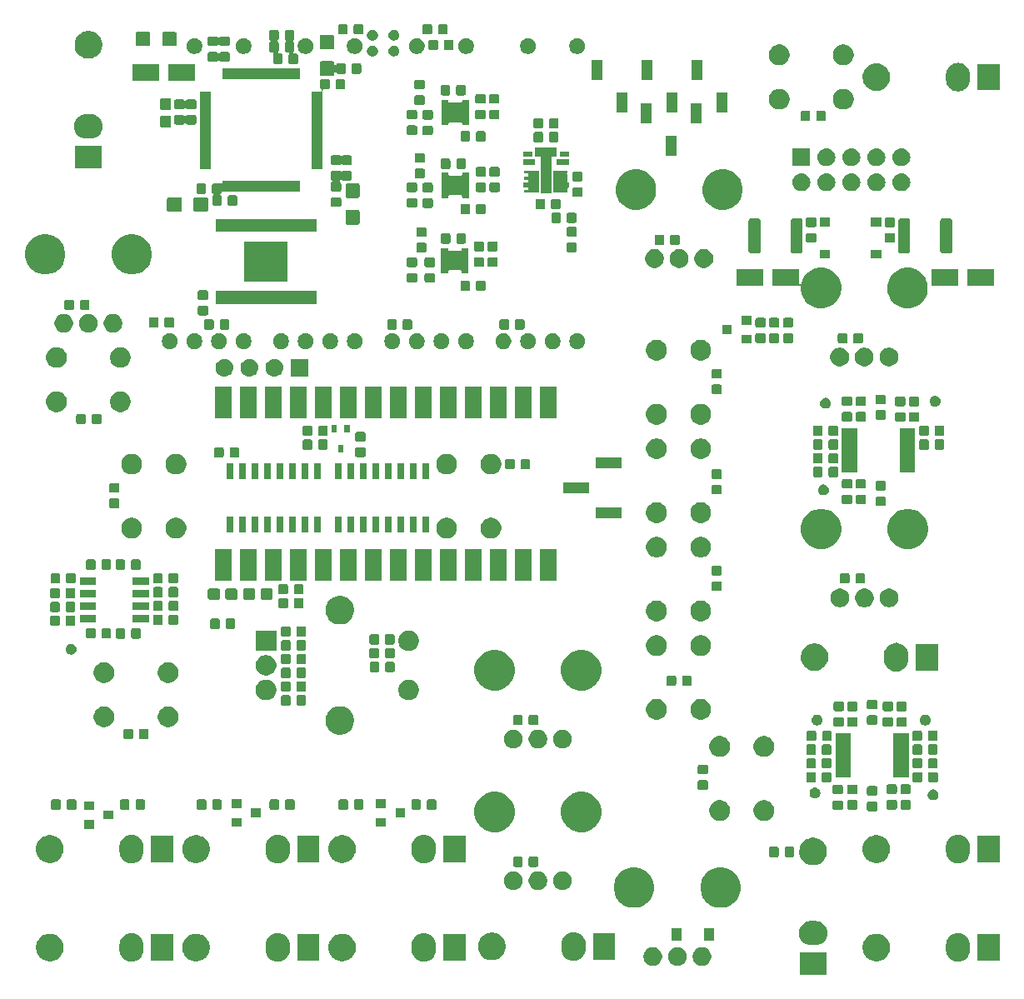
<source format=gbs>
G04 #@! TF.GenerationSoftware,KiCad,Pcbnew,(5.0.1-3-g963ef8bb5)*
G04 #@! TF.CreationDate,2019-03-22T14:36:56-04:00*
G04 #@! TF.ProjectId,EuroSID,4575726F5349442E6B696361645F7063,rev?*
G04 #@! TF.SameCoordinates,Original*
G04 #@! TF.FileFunction,Soldermask,Bot*
G04 #@! TF.FilePolarity,Negative*
%FSLAX46Y46*%
G04 Gerber Fmt 4.6, Leading zero omitted, Abs format (unit mm)*
G04 Created by KiCad (PCBNEW (5.0.1-3-g963ef8bb5)) date Friday, March 22, 2019 at 02:36:56 PM*
%MOMM*%
%LPD*%
G01*
G04 APERTURE LIST*
%ADD10C,0.100000*%
G04 APERTURE END LIST*
D10*
G04 #@! TO.C,U12*
G36*
X156841728Y-61708697D02*
X156138648Y-61708697D01*
X156138648Y-62006247D01*
X156841728Y-62006247D01*
X156841728Y-61708697D01*
G37*
G36*
X156842068Y-62508697D02*
X155838648Y-62508697D01*
X155838648Y-62907376D01*
X156842068Y-62907376D01*
X156842068Y-62508697D01*
G37*
G36*
X156839598Y-63558697D02*
X156138648Y-63558697D01*
X156138648Y-63858740D01*
X156839598Y-63858740D01*
X156839598Y-63558697D01*
G37*
G36*
X156843038Y-64208697D02*
X156138648Y-64208697D01*
X156138648Y-64510194D01*
X156843038Y-64510194D01*
X156843038Y-64208697D01*
G37*
G36*
X156839568Y-64858697D02*
X156138648Y-64858697D01*
X156138648Y-65159277D01*
X156839568Y-65159277D01*
X156839568Y-64858697D01*
G37*
G36*
X156838828Y-65508697D02*
X156138648Y-65508697D01*
X156138648Y-65808867D01*
X156838828Y-65808867D01*
X156838828Y-65508697D01*
G37*
G36*
X153137678Y-63558697D02*
X152438648Y-63558697D01*
X152438648Y-63858762D01*
X153137678Y-63858762D01*
X153137678Y-63558697D01*
G37*
G36*
X153138118Y-64208697D02*
X152438648Y-64208697D01*
X152438648Y-64508961D01*
X153138118Y-64508961D01*
X153138118Y-64208697D01*
G37*
G36*
X153135768Y-64858697D02*
X152438648Y-64858697D01*
X152438648Y-65161377D01*
X153135768Y-65161377D01*
X153135768Y-64858697D01*
G37*
G36*
X153135998Y-65508697D02*
X152438648Y-65508697D01*
X152438648Y-65812317D01*
X153135998Y-65812317D01*
X153135998Y-65508697D01*
G37*
G36*
X153436868Y-62508697D02*
X152438648Y-62508697D01*
X152438648Y-62907435D01*
X153436868Y-62907435D01*
X153436868Y-62508697D01*
G37*
G36*
X153138178Y-61708697D02*
X152438648Y-61708697D01*
X152438648Y-62008147D01*
X153138178Y-62008147D01*
X153138178Y-61708697D01*
G37*
G36*
X155639768Y-61308697D02*
X155338648Y-61308697D01*
X155338648Y-62006747D01*
X155639768Y-62006747D01*
X155639768Y-61308697D01*
G37*
G36*
X153937319Y-61308697D02*
X153638648Y-61308697D01*
X153638648Y-62005377D01*
X153937319Y-62005377D01*
X153937319Y-61308697D01*
G37*
G36*
X154838726Y-61278697D02*
X154438648Y-61278697D01*
X154438648Y-62338137D01*
X154838726Y-62338137D01*
X154838726Y-61278697D01*
G37*
G36*
X156465968Y-63558697D02*
X155338648Y-63558697D01*
X155338648Y-65811297D01*
X156465968Y-65811297D01*
X156465968Y-63558697D01*
G37*
G36*
X153937783Y-63558697D02*
X152813648Y-63558697D01*
X152813648Y-65811227D01*
X153937783Y-65811227D01*
X153937783Y-63558697D01*
G37*
G36*
X183121000Y-145276000D02*
X180419000Y-145276000D01*
X180419000Y-143024000D01*
X183121000Y-143024000D01*
X183121000Y-145276000D01*
X183121000Y-145276000D01*
G37*
G36*
X168246696Y-142503646D02*
X168419766Y-142575334D01*
X168575530Y-142679412D01*
X168707988Y-142811870D01*
X168812066Y-142967634D01*
X168883754Y-143140704D01*
X168920300Y-143324433D01*
X168920300Y-143511767D01*
X168883754Y-143695496D01*
X168812066Y-143868566D01*
X168707988Y-144024330D01*
X168575530Y-144156788D01*
X168419766Y-144260866D01*
X168246696Y-144332554D01*
X168062967Y-144369100D01*
X167875633Y-144369100D01*
X167691904Y-144332554D01*
X167518834Y-144260866D01*
X167363070Y-144156788D01*
X167230612Y-144024330D01*
X167126534Y-143868566D01*
X167054846Y-143695496D01*
X167018300Y-143511767D01*
X167018300Y-143324433D01*
X167054846Y-143140704D01*
X167126534Y-142967634D01*
X167230612Y-142811870D01*
X167363070Y-142679412D01*
X167518834Y-142575334D01*
X167691904Y-142503646D01*
X167875633Y-142467100D01*
X168062967Y-142467100D01*
X168246696Y-142503646D01*
X168246696Y-142503646D01*
G37*
G36*
X165746696Y-142503646D02*
X165919766Y-142575334D01*
X166075530Y-142679412D01*
X166207988Y-142811870D01*
X166312066Y-142967634D01*
X166383754Y-143140704D01*
X166420300Y-143324433D01*
X166420300Y-143511767D01*
X166383754Y-143695496D01*
X166312066Y-143868566D01*
X166207988Y-144024330D01*
X166075530Y-144156788D01*
X165919766Y-144260866D01*
X165746696Y-144332554D01*
X165562967Y-144369100D01*
X165375633Y-144369100D01*
X165191904Y-144332554D01*
X165018834Y-144260866D01*
X164863070Y-144156788D01*
X164730612Y-144024330D01*
X164626534Y-143868566D01*
X164554846Y-143695496D01*
X164518300Y-143511767D01*
X164518300Y-143324433D01*
X164554846Y-143140704D01*
X164626534Y-142967634D01*
X164730612Y-142811870D01*
X164863070Y-142679412D01*
X165018834Y-142575334D01*
X165191904Y-142503646D01*
X165375633Y-142467100D01*
X165562967Y-142467100D01*
X165746696Y-142503646D01*
X165746696Y-142503646D01*
G37*
G36*
X170746696Y-142503646D02*
X170919766Y-142575334D01*
X171075530Y-142679412D01*
X171207988Y-142811870D01*
X171312066Y-142967634D01*
X171383754Y-143140704D01*
X171420300Y-143324433D01*
X171420300Y-143511767D01*
X171383754Y-143695496D01*
X171312066Y-143868566D01*
X171207988Y-144024330D01*
X171075530Y-144156788D01*
X170919766Y-144260866D01*
X170746696Y-144332554D01*
X170562967Y-144369100D01*
X170375633Y-144369100D01*
X170191904Y-144332554D01*
X170018834Y-144260866D01*
X169863070Y-144156788D01*
X169730612Y-144024330D01*
X169626534Y-143868566D01*
X169554846Y-143695496D01*
X169518300Y-143511767D01*
X169518300Y-143324433D01*
X169554846Y-143140704D01*
X169626534Y-142967634D01*
X169730612Y-142811870D01*
X169863070Y-142679412D01*
X170018834Y-142575334D01*
X170191904Y-142503646D01*
X170375633Y-142467100D01*
X170562967Y-142467100D01*
X170746696Y-142503646D01*
X170746696Y-142503646D01*
G37*
G36*
X112753937Y-141070039D02*
X112985039Y-141140143D01*
X113198024Y-141253986D01*
X113384707Y-141407193D01*
X113537914Y-141593875D01*
X113651757Y-141806860D01*
X113721861Y-142037962D01*
X113739600Y-142218071D01*
X113739600Y-142788528D01*
X113721861Y-142968637D01*
X113651757Y-143199739D01*
X113537914Y-143412725D01*
X113384707Y-143599407D01*
X113198025Y-143752614D01*
X112985040Y-143866457D01*
X112753938Y-143936561D01*
X112513600Y-143960232D01*
X112273263Y-143936561D01*
X112042161Y-143866457D01*
X111829176Y-143752614D01*
X111642494Y-143599407D01*
X111489287Y-143412725D01*
X111375443Y-143199740D01*
X111305339Y-142968638D01*
X111287600Y-142788529D01*
X111287600Y-142218072D01*
X111305339Y-142037963D01*
X111375443Y-141806861D01*
X111489286Y-141593876D01*
X111642493Y-141407193D01*
X111829175Y-141253986D01*
X112042160Y-141140143D01*
X112273262Y-141070039D01*
X112513600Y-141046368D01*
X112753937Y-141070039D01*
X112753937Y-141070039D01*
G37*
G36*
X196737737Y-141070039D02*
X196968839Y-141140143D01*
X197181824Y-141253986D01*
X197368507Y-141407193D01*
X197521714Y-141593875D01*
X197635557Y-141806860D01*
X197705661Y-142037962D01*
X197723400Y-142218071D01*
X197723400Y-142788528D01*
X197705661Y-142968637D01*
X197635557Y-143199739D01*
X197521714Y-143412725D01*
X197368507Y-143599407D01*
X197181825Y-143752614D01*
X196968840Y-143866457D01*
X196737738Y-143936561D01*
X196497400Y-143960232D01*
X196257063Y-143936561D01*
X196025961Y-143866457D01*
X195812976Y-143752614D01*
X195626294Y-143599407D01*
X195473087Y-143412725D01*
X195359243Y-143199740D01*
X195289139Y-142968638D01*
X195271400Y-142788529D01*
X195271400Y-142218072D01*
X195289139Y-142037963D01*
X195359243Y-141806861D01*
X195473086Y-141593876D01*
X195626293Y-141407193D01*
X195812975Y-141253986D01*
X196025960Y-141140143D01*
X196257062Y-141070039D01*
X196497400Y-141046368D01*
X196737737Y-141070039D01*
X196737737Y-141070039D01*
G37*
G36*
X127603937Y-141070039D02*
X127835039Y-141140143D01*
X128048024Y-141253986D01*
X128234707Y-141407193D01*
X128387914Y-141593875D01*
X128501757Y-141806860D01*
X128571861Y-142037962D01*
X128589600Y-142218071D01*
X128589600Y-142788528D01*
X128571861Y-142968637D01*
X128501757Y-143199739D01*
X128387914Y-143412725D01*
X128234707Y-143599407D01*
X128048025Y-143752614D01*
X127835040Y-143866457D01*
X127603938Y-143936561D01*
X127363600Y-143960232D01*
X127123263Y-143936561D01*
X126892161Y-143866457D01*
X126679176Y-143752614D01*
X126492494Y-143599407D01*
X126339287Y-143412725D01*
X126225443Y-143199740D01*
X126155339Y-142968638D01*
X126137600Y-142788529D01*
X126137600Y-142218072D01*
X126155339Y-142037963D01*
X126225443Y-141806861D01*
X126339286Y-141593876D01*
X126492493Y-141407193D01*
X126679175Y-141253986D01*
X126892160Y-141140143D01*
X127123262Y-141070039D01*
X127363600Y-141046368D01*
X127603937Y-141070039D01*
X127603937Y-141070039D01*
G37*
G36*
X142453937Y-141070039D02*
X142685039Y-141140143D01*
X142898024Y-141253986D01*
X143084707Y-141407193D01*
X143237914Y-141593875D01*
X143351757Y-141806860D01*
X143421861Y-142037962D01*
X143439600Y-142218071D01*
X143439600Y-142788528D01*
X143421861Y-142968637D01*
X143351757Y-143199739D01*
X143237914Y-143412725D01*
X143084707Y-143599407D01*
X142898025Y-143752614D01*
X142685040Y-143866457D01*
X142453938Y-143936561D01*
X142213600Y-143960232D01*
X141973263Y-143936561D01*
X141742161Y-143866457D01*
X141529176Y-143752614D01*
X141342494Y-143599407D01*
X141189287Y-143412725D01*
X141075443Y-143199740D01*
X141005339Y-142968638D01*
X140987600Y-142788529D01*
X140987600Y-142218072D01*
X141005339Y-142037963D01*
X141075443Y-141806861D01*
X141189286Y-141593876D01*
X141342493Y-141407193D01*
X141529175Y-141253986D01*
X141742160Y-141140143D01*
X141973262Y-141070039D01*
X142213600Y-141046368D01*
X142453937Y-141070039D01*
X142453937Y-141070039D01*
G37*
G36*
X188515833Y-141138193D02*
X188606057Y-141156139D01*
X188711667Y-141199885D01*
X188861021Y-141261749D01*
X189090489Y-141415074D01*
X189285626Y-141610211D01*
X189438951Y-141839679D01*
X189500815Y-141989033D01*
X189544561Y-142094643D01*
X189562507Y-142184867D01*
X189598400Y-142365312D01*
X189598400Y-142641288D01*
X189569114Y-142788519D01*
X189544561Y-142911957D01*
X189521083Y-142968637D01*
X189438951Y-143166921D01*
X189285626Y-143396389D01*
X189090489Y-143591526D01*
X188861021Y-143744851D01*
X188725465Y-143801000D01*
X188606057Y-143850461D01*
X188525643Y-143866456D01*
X188335388Y-143904300D01*
X188059412Y-143904300D01*
X187869157Y-143866456D01*
X187788743Y-143850461D01*
X187669335Y-143801000D01*
X187533779Y-143744851D01*
X187304311Y-143591526D01*
X187109174Y-143396389D01*
X186955849Y-143166921D01*
X186873717Y-142968637D01*
X186850239Y-142911957D01*
X186825686Y-142788519D01*
X186796400Y-142641288D01*
X186796400Y-142365312D01*
X186832293Y-142184867D01*
X186850239Y-142094643D01*
X186893985Y-141989033D01*
X186955849Y-141839679D01*
X187109174Y-141610211D01*
X187304311Y-141415074D01*
X187533779Y-141261749D01*
X187683133Y-141199885D01*
X187788743Y-141156139D01*
X187878967Y-141138193D01*
X188059412Y-141102300D01*
X188335388Y-141102300D01*
X188515833Y-141138193D01*
X188515833Y-141138193D01*
G37*
G36*
X134232033Y-141138193D02*
X134322257Y-141156139D01*
X134427867Y-141199885D01*
X134577221Y-141261749D01*
X134806689Y-141415074D01*
X135001826Y-141610211D01*
X135155151Y-141839679D01*
X135217015Y-141989033D01*
X135260761Y-142094643D01*
X135278707Y-142184867D01*
X135314600Y-142365312D01*
X135314600Y-142641288D01*
X135285314Y-142788519D01*
X135260761Y-142911957D01*
X135237283Y-142968637D01*
X135155151Y-143166921D01*
X135001826Y-143396389D01*
X134806689Y-143591526D01*
X134577221Y-143744851D01*
X134441665Y-143801000D01*
X134322257Y-143850461D01*
X134241843Y-143866456D01*
X134051588Y-143904300D01*
X133775612Y-143904300D01*
X133585357Y-143866456D01*
X133504943Y-143850461D01*
X133385535Y-143801000D01*
X133249979Y-143744851D01*
X133020511Y-143591526D01*
X132825374Y-143396389D01*
X132672049Y-143166921D01*
X132589917Y-142968637D01*
X132566439Y-142911957D01*
X132541886Y-142788519D01*
X132512600Y-142641288D01*
X132512600Y-142365312D01*
X132548493Y-142184867D01*
X132566439Y-142094643D01*
X132610185Y-141989033D01*
X132672049Y-141839679D01*
X132825374Y-141610211D01*
X133020511Y-141415074D01*
X133249979Y-141261749D01*
X133399333Y-141199885D01*
X133504943Y-141156139D01*
X133595167Y-141138193D01*
X133775612Y-141102300D01*
X134051588Y-141102300D01*
X134232033Y-141138193D01*
X134232033Y-141138193D01*
G37*
G36*
X119382033Y-141138193D02*
X119472257Y-141156139D01*
X119577867Y-141199885D01*
X119727221Y-141261749D01*
X119956689Y-141415074D01*
X120151826Y-141610211D01*
X120305151Y-141839679D01*
X120367015Y-141989033D01*
X120410761Y-142094643D01*
X120428707Y-142184867D01*
X120464600Y-142365312D01*
X120464600Y-142641288D01*
X120435314Y-142788519D01*
X120410761Y-142911957D01*
X120387283Y-142968637D01*
X120305151Y-143166921D01*
X120151826Y-143396389D01*
X119956689Y-143591526D01*
X119727221Y-143744851D01*
X119591665Y-143801000D01*
X119472257Y-143850461D01*
X119391843Y-143866456D01*
X119201588Y-143904300D01*
X118925612Y-143904300D01*
X118735357Y-143866456D01*
X118654943Y-143850461D01*
X118535535Y-143801000D01*
X118399979Y-143744851D01*
X118170511Y-143591526D01*
X117975374Y-143396389D01*
X117822049Y-143166921D01*
X117739917Y-142968637D01*
X117716439Y-142911957D01*
X117691886Y-142788519D01*
X117662600Y-142641288D01*
X117662600Y-142365312D01*
X117698493Y-142184867D01*
X117716439Y-142094643D01*
X117760185Y-141989033D01*
X117822049Y-141839679D01*
X117975374Y-141610211D01*
X118170511Y-141415074D01*
X118399979Y-141261749D01*
X118549333Y-141199885D01*
X118654943Y-141156139D01*
X118745167Y-141138193D01*
X118925612Y-141102300D01*
X119201588Y-141102300D01*
X119382033Y-141138193D01*
X119382033Y-141138193D01*
G37*
G36*
X104532033Y-141138193D02*
X104622257Y-141156139D01*
X104727867Y-141199885D01*
X104877221Y-141261749D01*
X105106689Y-141415074D01*
X105301826Y-141610211D01*
X105455151Y-141839679D01*
X105517015Y-141989033D01*
X105560761Y-142094643D01*
X105578707Y-142184867D01*
X105614600Y-142365312D01*
X105614600Y-142641288D01*
X105585314Y-142788519D01*
X105560761Y-142911957D01*
X105537283Y-142968637D01*
X105455151Y-143166921D01*
X105301826Y-143396389D01*
X105106689Y-143591526D01*
X104877221Y-143744851D01*
X104741665Y-143801000D01*
X104622257Y-143850461D01*
X104541843Y-143866456D01*
X104351588Y-143904300D01*
X104075612Y-143904300D01*
X103885357Y-143866456D01*
X103804943Y-143850461D01*
X103685535Y-143801000D01*
X103549979Y-143744851D01*
X103320511Y-143591526D01*
X103125374Y-143396389D01*
X102972049Y-143166921D01*
X102889917Y-142968637D01*
X102866439Y-142911957D01*
X102841886Y-142788519D01*
X102812600Y-142641288D01*
X102812600Y-142365312D01*
X102848493Y-142184867D01*
X102866439Y-142094643D01*
X102910185Y-141989033D01*
X102972049Y-141839679D01*
X103125374Y-141610211D01*
X103320511Y-141415074D01*
X103549979Y-141261749D01*
X103699333Y-141199885D01*
X103804943Y-141156139D01*
X103895167Y-141138193D01*
X104075612Y-141102300D01*
X104351588Y-141102300D01*
X104532033Y-141138193D01*
X104532033Y-141138193D01*
G37*
G36*
X157660337Y-140966739D02*
X157891439Y-141036843D01*
X158104424Y-141150686D01*
X158291107Y-141303893D01*
X158444314Y-141490575D01*
X158558157Y-141703560D01*
X158628261Y-141934662D01*
X158646000Y-142114771D01*
X158646000Y-142685228D01*
X158628261Y-142865337D01*
X158558157Y-143096439D01*
X158444314Y-143309425D01*
X158291107Y-143496107D01*
X158104425Y-143649314D01*
X157891440Y-143763157D01*
X157660338Y-143833261D01*
X157420000Y-143856932D01*
X157179663Y-143833261D01*
X156948561Y-143763157D01*
X156735576Y-143649314D01*
X156592427Y-143531834D01*
X156548896Y-143496109D01*
X156542428Y-143488228D01*
X156395687Y-143309425D01*
X156281843Y-143096440D01*
X156211739Y-142865338D01*
X156194000Y-142685229D01*
X156194000Y-142114772D01*
X156211739Y-141934663D01*
X156281843Y-141703561D01*
X156395686Y-141490576D01*
X156548893Y-141303893D01*
X156735575Y-141150686D01*
X156948560Y-141036843D01*
X157179662Y-140966739D01*
X157420000Y-140943068D01*
X157660337Y-140966739D01*
X157660337Y-140966739D01*
G37*
G36*
X146439600Y-143854300D02*
X144187600Y-143854300D01*
X144187600Y-141152300D01*
X146439600Y-141152300D01*
X146439600Y-143854300D01*
X146439600Y-143854300D01*
G37*
G36*
X131589600Y-143854300D02*
X129337600Y-143854300D01*
X129337600Y-141152300D01*
X131589600Y-141152300D01*
X131589600Y-143854300D01*
X131589600Y-143854300D01*
G37*
G36*
X116739600Y-143854300D02*
X114487600Y-143854300D01*
X114487600Y-141152300D01*
X116739600Y-141152300D01*
X116739600Y-143854300D01*
X116739600Y-143854300D01*
G37*
G36*
X200723400Y-143854300D02*
X198471400Y-143854300D01*
X198471400Y-141152300D01*
X200723400Y-141152300D01*
X200723400Y-143854300D01*
X200723400Y-143854300D01*
G37*
G36*
X149438433Y-141034893D02*
X149528657Y-141052839D01*
X149570183Y-141070040D01*
X149783621Y-141158449D01*
X150013089Y-141311774D01*
X150208226Y-141506911D01*
X150361551Y-141736379D01*
X150423415Y-141885733D01*
X150467161Y-141991343D01*
X150483664Y-142074312D01*
X150521000Y-142262012D01*
X150521000Y-142537988D01*
X150492869Y-142679412D01*
X150467161Y-142808657D01*
X150443683Y-142865337D01*
X150361551Y-143063621D01*
X150208226Y-143293089D01*
X150013089Y-143488226D01*
X149783621Y-143641551D01*
X149653386Y-143695496D01*
X149528657Y-143747161D01*
X149448243Y-143763156D01*
X149257988Y-143801000D01*
X148982012Y-143801000D01*
X148791757Y-143763156D01*
X148711343Y-143747161D01*
X148586614Y-143695496D01*
X148456379Y-143641551D01*
X148226911Y-143488226D01*
X148031774Y-143293089D01*
X147878449Y-143063621D01*
X147796317Y-142865337D01*
X147772839Y-142808657D01*
X147747131Y-142679412D01*
X147719000Y-142537988D01*
X147719000Y-142262012D01*
X147756336Y-142074312D01*
X147772839Y-141991343D01*
X147816585Y-141885733D01*
X147878449Y-141736379D01*
X148031774Y-141506911D01*
X148226911Y-141311774D01*
X148456379Y-141158449D01*
X148669817Y-141070040D01*
X148711343Y-141052839D01*
X148801567Y-141034893D01*
X148982012Y-140999000D01*
X149257988Y-140999000D01*
X149438433Y-141034893D01*
X149438433Y-141034893D01*
G37*
G36*
X161646000Y-143751000D02*
X159394000Y-143751000D01*
X159394000Y-141049000D01*
X161646000Y-141049000D01*
X161646000Y-143751000D01*
X161646000Y-143751000D01*
G37*
G36*
X182235338Y-139841739D02*
X182466440Y-139911843D01*
X182679425Y-140025686D01*
X182866107Y-140178893D01*
X183019314Y-140365575D01*
X183133157Y-140578560D01*
X183203261Y-140809662D01*
X183226932Y-141050000D01*
X183203261Y-141290338D01*
X183133157Y-141521440D01*
X183019314Y-141734425D01*
X182866107Y-141921107D01*
X182679425Y-142074314D01*
X182466440Y-142188157D01*
X182235338Y-142258261D01*
X182055229Y-142276000D01*
X181484771Y-142276000D01*
X181304662Y-142258261D01*
X181073560Y-142188157D01*
X180860575Y-142074314D01*
X180673893Y-141921107D01*
X180520686Y-141734425D01*
X180406843Y-141521440D01*
X180336739Y-141290338D01*
X180313068Y-141050000D01*
X180336739Y-140809662D01*
X180406843Y-140578560D01*
X180520686Y-140365575D01*
X180673893Y-140178893D01*
X180860575Y-140025686D01*
X181073560Y-139911843D01*
X181304662Y-139841739D01*
X181484771Y-139824000D01*
X182055229Y-139824000D01*
X182235338Y-139841739D01*
X182235338Y-139841739D01*
G37*
G36*
X168371000Y-141851000D02*
X167369000Y-141851000D01*
X167369000Y-140549000D01*
X168371000Y-140549000D01*
X168371000Y-141851000D01*
X168371000Y-141851000D01*
G37*
G36*
X171671000Y-141851000D02*
X170669000Y-141851000D01*
X170669000Y-140549000D01*
X171671000Y-140549000D01*
X171671000Y-141851000D01*
X171671000Y-141851000D01*
G37*
G36*
X164167552Y-134445918D02*
X164167554Y-134445919D01*
X164167555Y-134445919D01*
X164540813Y-134600527D01*
X164540814Y-134600528D01*
X164876739Y-134824986D01*
X165162414Y-135110661D01*
X165162416Y-135110664D01*
X165386873Y-135446587D01*
X165467581Y-135641435D01*
X165541482Y-135819848D01*
X165620300Y-136216093D01*
X165620300Y-136620107D01*
X165614443Y-136649554D01*
X165541481Y-137016355D01*
X165386873Y-137389613D01*
X165386872Y-137389614D01*
X165162414Y-137725539D01*
X164876739Y-138011214D01*
X164876736Y-138011216D01*
X164540813Y-138235673D01*
X164167555Y-138390281D01*
X164167554Y-138390281D01*
X164167552Y-138390282D01*
X163771307Y-138469100D01*
X163367293Y-138469100D01*
X162971048Y-138390282D01*
X162971046Y-138390281D01*
X162971045Y-138390281D01*
X162597787Y-138235673D01*
X162261864Y-138011216D01*
X162261861Y-138011214D01*
X161976186Y-137725539D01*
X161751728Y-137389614D01*
X161751727Y-137389613D01*
X161597119Y-137016355D01*
X161524158Y-136649554D01*
X161518300Y-136620107D01*
X161518300Y-136216093D01*
X161597118Y-135819848D01*
X161671019Y-135641435D01*
X161751727Y-135446587D01*
X161976184Y-135110664D01*
X161976186Y-135110661D01*
X162261861Y-134824986D01*
X162597786Y-134600528D01*
X162597787Y-134600527D01*
X162971045Y-134445919D01*
X162971046Y-134445919D01*
X162971048Y-134445918D01*
X163367293Y-134367100D01*
X163771307Y-134367100D01*
X164167552Y-134445918D01*
X164167552Y-134445918D01*
G37*
G36*
X172967552Y-134445918D02*
X172967554Y-134445919D01*
X172967555Y-134445919D01*
X173340813Y-134600527D01*
X173340814Y-134600528D01*
X173676739Y-134824986D01*
X173962414Y-135110661D01*
X173962416Y-135110664D01*
X174186873Y-135446587D01*
X174267581Y-135641435D01*
X174341482Y-135819848D01*
X174420300Y-136216093D01*
X174420300Y-136620107D01*
X174414443Y-136649554D01*
X174341481Y-137016355D01*
X174186873Y-137389613D01*
X174186872Y-137389614D01*
X173962414Y-137725539D01*
X173676739Y-138011214D01*
X173676736Y-138011216D01*
X173340813Y-138235673D01*
X172967555Y-138390281D01*
X172967554Y-138390281D01*
X172967552Y-138390282D01*
X172571307Y-138469100D01*
X172167293Y-138469100D01*
X171771048Y-138390282D01*
X171771046Y-138390281D01*
X171771045Y-138390281D01*
X171397787Y-138235673D01*
X171061864Y-138011216D01*
X171061861Y-138011214D01*
X170776186Y-137725539D01*
X170551728Y-137389614D01*
X170551727Y-137389613D01*
X170397119Y-137016355D01*
X170324158Y-136649554D01*
X170318300Y-136620107D01*
X170318300Y-136216093D01*
X170397118Y-135819848D01*
X170471019Y-135641435D01*
X170551727Y-135446587D01*
X170776184Y-135110664D01*
X170776186Y-135110661D01*
X171061861Y-134824986D01*
X171397786Y-134600528D01*
X171397787Y-134600527D01*
X171771045Y-134445919D01*
X171771046Y-134445919D01*
X171771048Y-134445918D01*
X172167293Y-134367100D01*
X172571307Y-134367100D01*
X172967552Y-134445918D01*
X172967552Y-134445918D01*
G37*
G36*
X156590996Y-134820646D02*
X156764066Y-134892334D01*
X156919830Y-134996412D01*
X157052288Y-135128870D01*
X157156366Y-135284634D01*
X157228054Y-135457704D01*
X157264600Y-135641433D01*
X157264600Y-135828767D01*
X157228054Y-136012496D01*
X157156366Y-136185566D01*
X157052288Y-136341330D01*
X156919830Y-136473788D01*
X156764066Y-136577866D01*
X156590996Y-136649554D01*
X156407267Y-136686100D01*
X156219933Y-136686100D01*
X156036204Y-136649554D01*
X155863134Y-136577866D01*
X155707370Y-136473788D01*
X155574912Y-136341330D01*
X155470834Y-136185566D01*
X155399146Y-136012496D01*
X155362600Y-135828767D01*
X155362600Y-135641433D01*
X155399146Y-135457704D01*
X155470834Y-135284634D01*
X155574912Y-135128870D01*
X155707370Y-134996412D01*
X155863134Y-134892334D01*
X156036204Y-134820646D01*
X156219933Y-134784100D01*
X156407267Y-134784100D01*
X156590996Y-134820646D01*
X156590996Y-134820646D01*
G37*
G36*
X154090996Y-134820646D02*
X154264066Y-134892334D01*
X154419830Y-134996412D01*
X154552288Y-135128870D01*
X154656366Y-135284634D01*
X154728054Y-135457704D01*
X154764600Y-135641433D01*
X154764600Y-135828767D01*
X154728054Y-136012496D01*
X154656366Y-136185566D01*
X154552288Y-136341330D01*
X154419830Y-136473788D01*
X154264066Y-136577866D01*
X154090996Y-136649554D01*
X153907267Y-136686100D01*
X153719933Y-136686100D01*
X153536204Y-136649554D01*
X153363134Y-136577866D01*
X153207370Y-136473788D01*
X153074912Y-136341330D01*
X152970834Y-136185566D01*
X152899146Y-136012496D01*
X152862600Y-135828767D01*
X152862600Y-135641433D01*
X152899146Y-135457704D01*
X152970834Y-135284634D01*
X153074912Y-135128870D01*
X153207370Y-134996412D01*
X153363134Y-134892334D01*
X153536204Y-134820646D01*
X153719933Y-134784100D01*
X153907267Y-134784100D01*
X154090996Y-134820646D01*
X154090996Y-134820646D01*
G37*
G36*
X151590996Y-134820646D02*
X151764066Y-134892334D01*
X151919830Y-134996412D01*
X152052288Y-135128870D01*
X152156366Y-135284634D01*
X152228054Y-135457704D01*
X152264600Y-135641433D01*
X152264600Y-135828767D01*
X152228054Y-136012496D01*
X152156366Y-136185566D01*
X152052288Y-136341330D01*
X151919830Y-136473788D01*
X151764066Y-136577866D01*
X151590996Y-136649554D01*
X151407267Y-136686100D01*
X151219933Y-136686100D01*
X151036204Y-136649554D01*
X150863134Y-136577866D01*
X150707370Y-136473788D01*
X150574912Y-136341330D01*
X150470834Y-136185566D01*
X150399146Y-136012496D01*
X150362600Y-135828767D01*
X150362600Y-135641433D01*
X150399146Y-135457704D01*
X150470834Y-135284634D01*
X150574912Y-135128870D01*
X150707370Y-134996412D01*
X150863134Y-134892334D01*
X151036204Y-134820646D01*
X151219933Y-134784100D01*
X151407267Y-134784100D01*
X151590996Y-134820646D01*
X151590996Y-134820646D01*
G37*
G36*
X153699591Y-133278085D02*
X153733569Y-133288393D01*
X153764887Y-133305133D01*
X153792339Y-133327661D01*
X153814867Y-133355113D01*
X153831607Y-133386431D01*
X153841915Y-133420409D01*
X153846000Y-133461890D01*
X153846000Y-134138110D01*
X153841915Y-134179591D01*
X153831607Y-134213569D01*
X153814867Y-134244887D01*
X153792339Y-134272339D01*
X153764887Y-134294867D01*
X153733569Y-134311607D01*
X153699591Y-134321915D01*
X153658110Y-134326000D01*
X153056890Y-134326000D01*
X153015409Y-134321915D01*
X152981431Y-134311607D01*
X152950113Y-134294867D01*
X152922661Y-134272339D01*
X152900133Y-134244887D01*
X152883393Y-134213569D01*
X152873085Y-134179591D01*
X152869000Y-134138110D01*
X152869000Y-133461890D01*
X152873085Y-133420409D01*
X152883393Y-133386431D01*
X152900133Y-133355113D01*
X152922661Y-133327661D01*
X152950113Y-133305133D01*
X152981431Y-133288393D01*
X153015409Y-133278085D01*
X153056890Y-133274000D01*
X153658110Y-133274000D01*
X153699591Y-133278085D01*
X153699591Y-133278085D01*
G37*
G36*
X152124591Y-133278085D02*
X152158569Y-133288393D01*
X152189887Y-133305133D01*
X152217339Y-133327661D01*
X152239867Y-133355113D01*
X152256607Y-133386431D01*
X152266915Y-133420409D01*
X152271000Y-133461890D01*
X152271000Y-134138110D01*
X152266915Y-134179591D01*
X152256607Y-134213569D01*
X152239867Y-134244887D01*
X152217339Y-134272339D01*
X152189887Y-134294867D01*
X152158569Y-134311607D01*
X152124591Y-134321915D01*
X152083110Y-134326000D01*
X151481890Y-134326000D01*
X151440409Y-134321915D01*
X151406431Y-134311607D01*
X151375113Y-134294867D01*
X151347661Y-134272339D01*
X151325133Y-134244887D01*
X151308393Y-134213569D01*
X151298085Y-134179591D01*
X151294000Y-134138110D01*
X151294000Y-133461890D01*
X151298085Y-133420409D01*
X151308393Y-133386431D01*
X151325133Y-133355113D01*
X151347661Y-133327661D01*
X151375113Y-133305133D01*
X151406431Y-133288393D01*
X151440409Y-133278085D01*
X151481890Y-133274000D01*
X152083110Y-133274000D01*
X152124591Y-133278085D01*
X152124591Y-133278085D01*
G37*
G36*
X182088433Y-131384893D02*
X182178657Y-131402839D01*
X182284267Y-131446585D01*
X182433621Y-131508449D01*
X182663089Y-131661774D01*
X182858226Y-131856911D01*
X183011551Y-132086379D01*
X183014974Y-132094643D01*
X183117161Y-132341343D01*
X183119900Y-132355113D01*
X183152350Y-132518250D01*
X183171000Y-132612014D01*
X183171000Y-132887986D01*
X183117161Y-133158657D01*
X183100143Y-133199741D01*
X183011551Y-133413621D01*
X182858226Y-133643089D01*
X182663089Y-133838226D01*
X182433621Y-133991551D01*
X182284267Y-134053415D01*
X182178657Y-134097161D01*
X182088433Y-134115107D01*
X181907988Y-134151000D01*
X181632012Y-134151000D01*
X181451567Y-134115107D01*
X181361343Y-134097161D01*
X181255733Y-134053415D01*
X181106379Y-133991551D01*
X180876911Y-133838226D01*
X180681774Y-133643089D01*
X180528449Y-133413621D01*
X180439857Y-133199741D01*
X180422839Y-133158657D01*
X180369000Y-132887986D01*
X180369000Y-132612014D01*
X180387651Y-132518250D01*
X180420100Y-132355113D01*
X180422839Y-132341343D01*
X180525026Y-132094643D01*
X180528449Y-132086379D01*
X180681774Y-131856911D01*
X180876911Y-131661774D01*
X181106379Y-131508449D01*
X181255733Y-131446585D01*
X181361343Y-131402839D01*
X181451567Y-131384893D01*
X181632012Y-131349000D01*
X181907988Y-131349000D01*
X182088433Y-131384893D01*
X182088433Y-131384893D01*
G37*
G36*
X127603937Y-131070039D02*
X127835039Y-131140143D01*
X128048024Y-131253986D01*
X128234707Y-131407193D01*
X128387914Y-131593875D01*
X128501757Y-131806860D01*
X128571861Y-132037962D01*
X128589600Y-132218071D01*
X128589600Y-132788528D01*
X128571861Y-132968637D01*
X128501757Y-133199739D01*
X128501756Y-133199740D01*
X128501755Y-133199743D01*
X128423826Y-133345539D01*
X128387914Y-133412725D01*
X128234707Y-133599407D01*
X128048025Y-133752614D01*
X127835040Y-133866457D01*
X127603938Y-133936561D01*
X127363600Y-133960232D01*
X127123263Y-133936561D01*
X126892161Y-133866457D01*
X126679176Y-133752614D01*
X126492494Y-133599407D01*
X126339287Y-133412725D01*
X126225443Y-133199740D01*
X126155339Y-132968638D01*
X126137600Y-132788529D01*
X126137600Y-132218072D01*
X126155339Y-132037963D01*
X126225443Y-131806861D01*
X126339286Y-131593876D01*
X126492493Y-131407193D01*
X126679175Y-131253986D01*
X126892160Y-131140143D01*
X127123262Y-131070039D01*
X127363600Y-131046368D01*
X127603937Y-131070039D01*
X127603937Y-131070039D01*
G37*
G36*
X196737737Y-131070039D02*
X196968839Y-131140143D01*
X197181824Y-131253986D01*
X197368507Y-131407193D01*
X197521714Y-131593875D01*
X197635557Y-131806860D01*
X197705661Y-132037962D01*
X197723400Y-132218071D01*
X197723400Y-132788528D01*
X197705661Y-132968637D01*
X197635557Y-133199739D01*
X197635556Y-133199740D01*
X197635555Y-133199743D01*
X197557626Y-133345539D01*
X197521714Y-133412725D01*
X197368507Y-133599407D01*
X197181825Y-133752614D01*
X196968840Y-133866457D01*
X196737738Y-133936561D01*
X196497400Y-133960232D01*
X196257063Y-133936561D01*
X196025961Y-133866457D01*
X195812976Y-133752614D01*
X195626294Y-133599407D01*
X195473087Y-133412725D01*
X195359243Y-133199740D01*
X195289139Y-132968638D01*
X195271400Y-132788529D01*
X195271400Y-132218072D01*
X195289139Y-132037963D01*
X195359243Y-131806861D01*
X195473086Y-131593876D01*
X195626293Y-131407193D01*
X195812975Y-131253986D01*
X196025960Y-131140143D01*
X196257062Y-131070039D01*
X196497400Y-131046368D01*
X196737737Y-131070039D01*
X196737737Y-131070039D01*
G37*
G36*
X142453937Y-131070039D02*
X142685039Y-131140143D01*
X142898024Y-131253986D01*
X143084707Y-131407193D01*
X143237914Y-131593875D01*
X143351757Y-131806860D01*
X143421861Y-132037962D01*
X143439600Y-132218071D01*
X143439600Y-132788528D01*
X143421861Y-132968637D01*
X143351757Y-133199739D01*
X143351756Y-133199740D01*
X143351755Y-133199743D01*
X143273826Y-133345539D01*
X143237914Y-133412725D01*
X143084707Y-133599407D01*
X142898025Y-133752614D01*
X142685040Y-133866457D01*
X142453938Y-133936561D01*
X142213600Y-133960232D01*
X141973263Y-133936561D01*
X141742161Y-133866457D01*
X141529176Y-133752614D01*
X141342494Y-133599407D01*
X141189287Y-133412725D01*
X141075443Y-133199740D01*
X141005339Y-132968638D01*
X140987600Y-132788529D01*
X140987600Y-132218072D01*
X141005339Y-132037963D01*
X141075443Y-131806861D01*
X141189286Y-131593876D01*
X141342493Y-131407193D01*
X141529175Y-131253986D01*
X141742160Y-131140143D01*
X141973262Y-131070039D01*
X142213600Y-131046368D01*
X142453937Y-131070039D01*
X142453937Y-131070039D01*
G37*
G36*
X112753937Y-131070039D02*
X112985039Y-131140143D01*
X113198024Y-131253986D01*
X113384707Y-131407193D01*
X113537914Y-131593875D01*
X113651757Y-131806860D01*
X113721861Y-132037962D01*
X113739600Y-132218071D01*
X113739600Y-132788528D01*
X113721861Y-132968637D01*
X113651757Y-133199739D01*
X113651756Y-133199740D01*
X113651755Y-133199743D01*
X113573826Y-133345539D01*
X113537914Y-133412725D01*
X113384707Y-133599407D01*
X113198025Y-133752614D01*
X112985040Y-133866457D01*
X112753938Y-133936561D01*
X112513600Y-133960232D01*
X112273263Y-133936561D01*
X112042161Y-133866457D01*
X111829176Y-133752614D01*
X111642494Y-133599407D01*
X111489287Y-133412725D01*
X111375443Y-133199740D01*
X111305339Y-132968638D01*
X111287600Y-132788529D01*
X111287600Y-132218072D01*
X111305339Y-132037963D01*
X111375443Y-131806861D01*
X111489286Y-131593876D01*
X111642493Y-131407193D01*
X111829175Y-131253986D01*
X112042160Y-131140143D01*
X112273262Y-131070039D01*
X112513600Y-131046368D01*
X112753937Y-131070039D01*
X112753937Y-131070039D01*
G37*
G36*
X188515833Y-131138193D02*
X188606057Y-131156139D01*
X188711667Y-131199885D01*
X188861021Y-131261749D01*
X189090489Y-131415074D01*
X189285626Y-131610211D01*
X189438951Y-131839679D01*
X189500815Y-131989033D01*
X189521084Y-132037964D01*
X189544561Y-132094644D01*
X189590911Y-132327661D01*
X189598400Y-132365314D01*
X189598400Y-132641286D01*
X189544561Y-132911957D01*
X189521083Y-132968637D01*
X189438951Y-133166921D01*
X189285626Y-133396389D01*
X189090489Y-133591526D01*
X188861021Y-133744851D01*
X188711667Y-133806715D01*
X188606057Y-133850461D01*
X188525643Y-133866456D01*
X188335388Y-133904300D01*
X188059412Y-133904300D01*
X187869157Y-133866456D01*
X187788743Y-133850461D01*
X187683133Y-133806715D01*
X187533779Y-133744851D01*
X187304311Y-133591526D01*
X187109174Y-133396389D01*
X186955849Y-133166921D01*
X186873717Y-132968637D01*
X186850239Y-132911957D01*
X186796400Y-132641286D01*
X186796400Y-132365314D01*
X186803890Y-132327661D01*
X186850239Y-132094644D01*
X186873717Y-132037964D01*
X186893985Y-131989033D01*
X186955849Y-131839679D01*
X187109174Y-131610211D01*
X187304311Y-131415074D01*
X187533779Y-131261749D01*
X187683133Y-131199885D01*
X187788743Y-131156139D01*
X187878967Y-131138193D01*
X188059412Y-131102300D01*
X188335388Y-131102300D01*
X188515833Y-131138193D01*
X188515833Y-131138193D01*
G37*
G36*
X119382033Y-131138193D02*
X119472257Y-131156139D01*
X119577867Y-131199885D01*
X119727221Y-131261749D01*
X119956689Y-131415074D01*
X120151826Y-131610211D01*
X120305151Y-131839679D01*
X120367015Y-131989033D01*
X120387284Y-132037964D01*
X120410761Y-132094644D01*
X120457111Y-132327661D01*
X120464600Y-132365314D01*
X120464600Y-132641286D01*
X120410761Y-132911957D01*
X120387283Y-132968637D01*
X120305151Y-133166921D01*
X120151826Y-133396389D01*
X119956689Y-133591526D01*
X119727221Y-133744851D01*
X119577867Y-133806715D01*
X119472257Y-133850461D01*
X119391843Y-133866456D01*
X119201588Y-133904300D01*
X118925612Y-133904300D01*
X118735357Y-133866456D01*
X118654943Y-133850461D01*
X118549333Y-133806715D01*
X118399979Y-133744851D01*
X118170511Y-133591526D01*
X117975374Y-133396389D01*
X117822049Y-133166921D01*
X117739917Y-132968637D01*
X117716439Y-132911957D01*
X117662600Y-132641286D01*
X117662600Y-132365314D01*
X117670090Y-132327661D01*
X117716439Y-132094644D01*
X117739917Y-132037964D01*
X117760185Y-131989033D01*
X117822049Y-131839679D01*
X117975374Y-131610211D01*
X118170511Y-131415074D01*
X118399979Y-131261749D01*
X118549333Y-131199885D01*
X118654943Y-131156139D01*
X118745167Y-131138193D01*
X118925612Y-131102300D01*
X119201588Y-131102300D01*
X119382033Y-131138193D01*
X119382033Y-131138193D01*
G37*
G36*
X104532033Y-131138193D02*
X104622257Y-131156139D01*
X104727867Y-131199885D01*
X104877221Y-131261749D01*
X105106689Y-131415074D01*
X105301826Y-131610211D01*
X105455151Y-131839679D01*
X105517015Y-131989033D01*
X105537284Y-132037964D01*
X105560761Y-132094644D01*
X105607111Y-132327661D01*
X105614600Y-132365314D01*
X105614600Y-132641286D01*
X105560761Y-132911957D01*
X105537283Y-132968637D01*
X105455151Y-133166921D01*
X105301826Y-133396389D01*
X105106689Y-133591526D01*
X104877221Y-133744851D01*
X104727867Y-133806715D01*
X104622257Y-133850461D01*
X104541843Y-133866456D01*
X104351588Y-133904300D01*
X104075612Y-133904300D01*
X103885357Y-133866456D01*
X103804943Y-133850461D01*
X103699333Y-133806715D01*
X103549979Y-133744851D01*
X103320511Y-133591526D01*
X103125374Y-133396389D01*
X102972049Y-133166921D01*
X102889917Y-132968637D01*
X102866439Y-132911957D01*
X102812600Y-132641286D01*
X102812600Y-132365314D01*
X102820090Y-132327661D01*
X102866439Y-132094644D01*
X102889917Y-132037964D01*
X102910185Y-131989033D01*
X102972049Y-131839679D01*
X103125374Y-131610211D01*
X103320511Y-131415074D01*
X103549979Y-131261749D01*
X103699333Y-131199885D01*
X103804943Y-131156139D01*
X103895167Y-131138193D01*
X104075612Y-131102300D01*
X104351588Y-131102300D01*
X104532033Y-131138193D01*
X104532033Y-131138193D01*
G37*
G36*
X134232033Y-131138193D02*
X134322257Y-131156139D01*
X134427867Y-131199885D01*
X134577221Y-131261749D01*
X134806689Y-131415074D01*
X135001826Y-131610211D01*
X135155151Y-131839679D01*
X135217015Y-131989033D01*
X135237284Y-132037964D01*
X135260761Y-132094644D01*
X135307111Y-132327661D01*
X135314600Y-132365314D01*
X135314600Y-132641286D01*
X135260761Y-132911957D01*
X135237283Y-132968637D01*
X135155151Y-133166921D01*
X135001826Y-133396389D01*
X134806689Y-133591526D01*
X134577221Y-133744851D01*
X134427867Y-133806715D01*
X134322257Y-133850461D01*
X134241843Y-133866456D01*
X134051588Y-133904300D01*
X133775612Y-133904300D01*
X133585357Y-133866456D01*
X133504943Y-133850461D01*
X133399333Y-133806715D01*
X133249979Y-133744851D01*
X133020511Y-133591526D01*
X132825374Y-133396389D01*
X132672049Y-133166921D01*
X132589917Y-132968637D01*
X132566439Y-132911957D01*
X132512600Y-132641286D01*
X132512600Y-132365314D01*
X132520090Y-132327661D01*
X132566439Y-132094644D01*
X132589917Y-132037964D01*
X132610185Y-131989033D01*
X132672049Y-131839679D01*
X132825374Y-131610211D01*
X133020511Y-131415074D01*
X133249979Y-131261749D01*
X133399333Y-131199885D01*
X133504943Y-131156139D01*
X133595167Y-131138193D01*
X133775612Y-131102300D01*
X134051588Y-131102300D01*
X134232033Y-131138193D01*
X134232033Y-131138193D01*
G37*
G36*
X116739600Y-133854300D02*
X114487600Y-133854300D01*
X114487600Y-131152300D01*
X116739600Y-131152300D01*
X116739600Y-133854300D01*
X116739600Y-133854300D01*
G37*
G36*
X146439600Y-133854300D02*
X144187600Y-133854300D01*
X144187600Y-131152300D01*
X146439600Y-131152300D01*
X146439600Y-133854300D01*
X146439600Y-133854300D01*
G37*
G36*
X200723400Y-133854300D02*
X198471400Y-133854300D01*
X198471400Y-131152300D01*
X200723400Y-131152300D01*
X200723400Y-133854300D01*
X200723400Y-133854300D01*
G37*
G36*
X131589600Y-133854300D02*
X129337600Y-133854300D01*
X129337600Y-131152300D01*
X131589600Y-131152300D01*
X131589600Y-133854300D01*
X131589600Y-133854300D01*
G37*
G36*
X178137091Y-132278085D02*
X178171069Y-132288393D01*
X178202387Y-132305133D01*
X178229839Y-132327661D01*
X178252367Y-132355113D01*
X178269107Y-132386431D01*
X178279415Y-132420409D01*
X178283500Y-132461890D01*
X178283500Y-133138110D01*
X178279415Y-133179591D01*
X178269107Y-133213569D01*
X178252367Y-133244887D01*
X178229839Y-133272339D01*
X178202387Y-133294867D01*
X178171069Y-133311607D01*
X178137091Y-133321915D01*
X178095610Y-133326000D01*
X177494390Y-133326000D01*
X177452909Y-133321915D01*
X177418931Y-133311607D01*
X177387613Y-133294867D01*
X177360161Y-133272339D01*
X177337633Y-133244887D01*
X177320893Y-133213569D01*
X177310585Y-133179591D01*
X177306500Y-133138110D01*
X177306500Y-132461890D01*
X177310585Y-132420409D01*
X177320893Y-132386431D01*
X177337633Y-132355113D01*
X177360161Y-132327661D01*
X177387613Y-132305133D01*
X177418931Y-132288393D01*
X177452909Y-132278085D01*
X177494390Y-132274000D01*
X178095610Y-132274000D01*
X178137091Y-132278085D01*
X178137091Y-132278085D01*
G37*
G36*
X179712091Y-132278085D02*
X179746069Y-132288393D01*
X179777387Y-132305133D01*
X179804839Y-132327661D01*
X179827367Y-132355113D01*
X179844107Y-132386431D01*
X179854415Y-132420409D01*
X179858500Y-132461890D01*
X179858500Y-133138110D01*
X179854415Y-133179591D01*
X179844107Y-133213569D01*
X179827367Y-133244887D01*
X179804839Y-133272339D01*
X179777387Y-133294867D01*
X179746069Y-133311607D01*
X179712091Y-133321915D01*
X179670610Y-133326000D01*
X179069390Y-133326000D01*
X179027909Y-133321915D01*
X178993931Y-133311607D01*
X178962613Y-133294867D01*
X178935161Y-133272339D01*
X178912633Y-133244887D01*
X178895893Y-133213569D01*
X178885585Y-133179591D01*
X178881500Y-133138110D01*
X178881500Y-132461890D01*
X178885585Y-132420409D01*
X178895893Y-132386431D01*
X178912633Y-132355113D01*
X178935161Y-132327661D01*
X178962613Y-132305133D01*
X178993931Y-132288393D01*
X179027909Y-132278085D01*
X179069390Y-132274000D01*
X179670610Y-132274000D01*
X179712091Y-132278085D01*
X179712091Y-132278085D01*
G37*
G36*
X158811852Y-126762918D02*
X158811854Y-126762919D01*
X158811855Y-126762919D01*
X159185113Y-126917527D01*
X159399829Y-127060996D01*
X159521039Y-127141986D01*
X159806714Y-127427661D01*
X159806716Y-127427664D01*
X160031173Y-127763587D01*
X160185781Y-128136845D01*
X160185782Y-128136848D01*
X160264600Y-128533093D01*
X160264600Y-128937107D01*
X160194771Y-129288163D01*
X160185781Y-129333355D01*
X160031173Y-129706613D01*
X160031172Y-129706614D01*
X159806714Y-130042539D01*
X159521039Y-130328214D01*
X159521036Y-130328216D01*
X159185113Y-130552673D01*
X158811855Y-130707281D01*
X158811854Y-130707281D01*
X158811852Y-130707282D01*
X158415607Y-130786100D01*
X158011593Y-130786100D01*
X157615348Y-130707282D01*
X157615346Y-130707281D01*
X157615345Y-130707281D01*
X157242087Y-130552673D01*
X156906164Y-130328216D01*
X156906161Y-130328214D01*
X156620486Y-130042539D01*
X156396028Y-129706614D01*
X156396027Y-129706613D01*
X156241419Y-129333355D01*
X156232430Y-129288163D01*
X156162600Y-128937107D01*
X156162600Y-128533093D01*
X156241418Y-128136848D01*
X156241419Y-128136845D01*
X156396027Y-127763587D01*
X156620484Y-127427664D01*
X156620486Y-127427661D01*
X156906161Y-127141986D01*
X157027371Y-127060996D01*
X157242087Y-126917527D01*
X157615345Y-126762919D01*
X157615346Y-126762919D01*
X157615348Y-126762918D01*
X158011593Y-126684100D01*
X158415607Y-126684100D01*
X158811852Y-126762918D01*
X158811852Y-126762918D01*
G37*
G36*
X150011852Y-126762918D02*
X150011854Y-126762919D01*
X150011855Y-126762919D01*
X150385113Y-126917527D01*
X150599829Y-127060996D01*
X150721039Y-127141986D01*
X151006714Y-127427661D01*
X151006716Y-127427664D01*
X151231173Y-127763587D01*
X151385781Y-128136845D01*
X151385782Y-128136848D01*
X151464600Y-128533093D01*
X151464600Y-128937107D01*
X151394771Y-129288163D01*
X151385781Y-129333355D01*
X151231173Y-129706613D01*
X151231172Y-129706614D01*
X151006714Y-130042539D01*
X150721039Y-130328214D01*
X150721036Y-130328216D01*
X150385113Y-130552673D01*
X150011855Y-130707281D01*
X150011854Y-130707281D01*
X150011852Y-130707282D01*
X149615607Y-130786100D01*
X149211593Y-130786100D01*
X148815348Y-130707282D01*
X148815346Y-130707281D01*
X148815345Y-130707281D01*
X148442087Y-130552673D01*
X148106164Y-130328216D01*
X148106161Y-130328214D01*
X147820486Y-130042539D01*
X147596028Y-129706614D01*
X147596027Y-129706613D01*
X147441419Y-129333355D01*
X147432430Y-129288163D01*
X147362600Y-128937107D01*
X147362600Y-128533093D01*
X147441418Y-128136848D01*
X147441419Y-128136845D01*
X147596027Y-127763587D01*
X147820484Y-127427664D01*
X147820486Y-127427661D01*
X148106161Y-127141986D01*
X148227371Y-127060996D01*
X148442087Y-126917527D01*
X148815345Y-126762919D01*
X148815346Y-126762919D01*
X148815348Y-126762918D01*
X149211593Y-126684100D01*
X149615607Y-126684100D01*
X150011852Y-126762918D01*
X150011852Y-126762918D01*
G37*
G36*
X108682030Y-130438163D02*
X107680030Y-130438163D01*
X107680030Y-129536163D01*
X108682030Y-129536163D01*
X108682030Y-130438163D01*
X108682030Y-130438163D01*
G37*
G36*
X138326030Y-130238163D02*
X137324030Y-130238163D01*
X137324030Y-129336163D01*
X138326030Y-129336163D01*
X138326030Y-130238163D01*
X138326030Y-130238163D01*
G37*
G36*
X123668030Y-130238163D02*
X122666030Y-130238163D01*
X122666030Y-129336163D01*
X123668030Y-129336163D01*
X123668030Y-130238163D01*
X123668030Y-130238163D01*
G37*
G36*
X172577065Y-127570889D02*
X172768334Y-127650115D01*
X172940476Y-127765137D01*
X173086863Y-127911524D01*
X173201885Y-128083666D01*
X173281111Y-128274935D01*
X173321500Y-128477984D01*
X173321500Y-128685016D01*
X173281111Y-128888065D01*
X173201885Y-129079334D01*
X173086863Y-129251476D01*
X172940476Y-129397863D01*
X172768334Y-129512885D01*
X172577065Y-129592111D01*
X172374016Y-129632500D01*
X172166984Y-129632500D01*
X171963935Y-129592111D01*
X171772666Y-129512885D01*
X171600524Y-129397863D01*
X171454137Y-129251476D01*
X171339115Y-129079334D01*
X171259889Y-128888065D01*
X171219500Y-128685016D01*
X171219500Y-128477984D01*
X171259889Y-128274935D01*
X171339115Y-128083666D01*
X171454137Y-127911524D01*
X171600524Y-127765137D01*
X171772666Y-127650115D01*
X171963935Y-127570889D01*
X172166984Y-127530500D01*
X172374016Y-127530500D01*
X172577065Y-127570889D01*
X172577065Y-127570889D01*
G37*
G36*
X177077065Y-127570889D02*
X177268334Y-127650115D01*
X177440476Y-127765137D01*
X177586863Y-127911524D01*
X177701885Y-128083666D01*
X177781111Y-128274935D01*
X177821500Y-128477984D01*
X177821500Y-128685016D01*
X177781111Y-128888065D01*
X177701885Y-129079334D01*
X177586863Y-129251476D01*
X177440476Y-129397863D01*
X177268334Y-129512885D01*
X177077065Y-129592111D01*
X176874016Y-129632500D01*
X176666984Y-129632500D01*
X176463935Y-129592111D01*
X176272666Y-129512885D01*
X176100524Y-129397863D01*
X175954137Y-129251476D01*
X175839115Y-129079334D01*
X175759889Y-128888065D01*
X175719500Y-128685016D01*
X175719500Y-128477984D01*
X175759889Y-128274935D01*
X175839115Y-128083666D01*
X175954137Y-127911524D01*
X176100524Y-127765137D01*
X176272666Y-127650115D01*
X176463935Y-127570889D01*
X176666984Y-127530500D01*
X176874016Y-127530500D01*
X177077065Y-127570889D01*
X177077065Y-127570889D01*
G37*
G36*
X110682030Y-129488163D02*
X109680030Y-129488163D01*
X109680030Y-128586163D01*
X110682030Y-128586163D01*
X110682030Y-129488163D01*
X110682030Y-129488163D01*
G37*
G36*
X125668030Y-129288163D02*
X124666030Y-129288163D01*
X124666030Y-128386163D01*
X125668030Y-128386163D01*
X125668030Y-129288163D01*
X125668030Y-129288163D01*
G37*
G36*
X140326030Y-129288163D02*
X139324030Y-129288163D01*
X139324030Y-128386163D01*
X140326030Y-128386163D01*
X140326030Y-129288163D01*
X140326030Y-129288163D01*
G37*
G36*
X188149591Y-127690585D02*
X188183569Y-127700893D01*
X188214887Y-127717633D01*
X188242339Y-127740161D01*
X188264867Y-127767613D01*
X188281607Y-127798931D01*
X188291915Y-127832909D01*
X188296000Y-127874390D01*
X188296000Y-128475610D01*
X188291915Y-128517091D01*
X188281607Y-128551069D01*
X188264867Y-128582387D01*
X188242339Y-128609839D01*
X188214887Y-128632367D01*
X188183569Y-128649107D01*
X188149591Y-128659415D01*
X188108110Y-128663500D01*
X187431890Y-128663500D01*
X187390409Y-128659415D01*
X187356431Y-128649107D01*
X187325113Y-128632367D01*
X187297661Y-128609839D01*
X187275133Y-128582387D01*
X187258393Y-128551069D01*
X187248085Y-128517091D01*
X187244000Y-128475610D01*
X187244000Y-127874390D01*
X187248085Y-127832909D01*
X187258393Y-127798931D01*
X187275133Y-127767613D01*
X187297661Y-127740161D01*
X187325113Y-127717633D01*
X187356431Y-127700893D01*
X187390409Y-127690585D01*
X187431890Y-127686500D01*
X188108110Y-127686500D01*
X188149591Y-127690585D01*
X188149591Y-127690585D01*
G37*
G36*
X108682030Y-128538163D02*
X107680030Y-128538163D01*
X107680030Y-127636163D01*
X108682030Y-127636163D01*
X108682030Y-128538163D01*
X108682030Y-128538163D01*
G37*
G36*
X184653591Y-127556585D02*
X184687569Y-127566893D01*
X184718887Y-127583633D01*
X184746339Y-127606161D01*
X184768867Y-127633613D01*
X184785607Y-127664931D01*
X184795915Y-127698909D01*
X184800000Y-127740390D01*
X184800000Y-128341610D01*
X184795915Y-128383091D01*
X184785607Y-128417069D01*
X184768867Y-128448387D01*
X184746339Y-128475839D01*
X184718887Y-128498367D01*
X184687569Y-128515107D01*
X184653591Y-128525415D01*
X184612110Y-128529500D01*
X183935890Y-128529500D01*
X183894409Y-128525415D01*
X183860431Y-128515107D01*
X183829113Y-128498367D01*
X183801661Y-128475839D01*
X183779133Y-128448387D01*
X183762393Y-128417069D01*
X183752085Y-128383091D01*
X183748000Y-128341610D01*
X183748000Y-127740390D01*
X183752085Y-127698909D01*
X183762393Y-127664931D01*
X183779133Y-127633613D01*
X183801661Y-127606161D01*
X183829113Y-127583633D01*
X183860431Y-127566893D01*
X183894409Y-127556585D01*
X183935890Y-127552500D01*
X184612110Y-127552500D01*
X184653591Y-127556585D01*
X184653591Y-127556585D01*
G37*
G36*
X135942121Y-127465248D02*
X135976099Y-127475556D01*
X136007417Y-127492296D01*
X136034869Y-127514824D01*
X136057397Y-127542276D01*
X136074137Y-127573594D01*
X136084445Y-127607572D01*
X136088530Y-127649053D01*
X136088530Y-128325273D01*
X136084445Y-128366754D01*
X136074137Y-128400732D01*
X136057397Y-128432050D01*
X136034869Y-128459502D01*
X136007417Y-128482030D01*
X135976099Y-128498770D01*
X135942121Y-128509078D01*
X135900640Y-128513163D01*
X135299420Y-128513163D01*
X135257939Y-128509078D01*
X135223961Y-128498770D01*
X135192643Y-128482030D01*
X135165191Y-128459502D01*
X135142663Y-128432050D01*
X135125923Y-128400732D01*
X135115615Y-128366754D01*
X135111530Y-128325273D01*
X135111530Y-127649053D01*
X135115615Y-127607572D01*
X135125923Y-127573594D01*
X135142663Y-127542276D01*
X135165191Y-127514824D01*
X135192643Y-127492296D01*
X135223961Y-127475556D01*
X135257939Y-127465248D01*
X135299420Y-127461163D01*
X135900640Y-127461163D01*
X135942121Y-127465248D01*
X135942121Y-127465248D01*
G37*
G36*
X134367121Y-127465248D02*
X134401099Y-127475556D01*
X134432417Y-127492296D01*
X134459869Y-127514824D01*
X134482397Y-127542276D01*
X134499137Y-127573594D01*
X134509445Y-127607572D01*
X134513530Y-127649053D01*
X134513530Y-128325273D01*
X134509445Y-128366754D01*
X134499137Y-128400732D01*
X134482397Y-128432050D01*
X134459869Y-128459502D01*
X134432417Y-128482030D01*
X134401099Y-128498770D01*
X134367121Y-128509078D01*
X134325640Y-128513163D01*
X133724420Y-128513163D01*
X133682939Y-128509078D01*
X133648961Y-128498770D01*
X133617643Y-128482030D01*
X133590191Y-128459502D01*
X133567663Y-128432050D01*
X133550923Y-128400732D01*
X133540615Y-128366754D01*
X133536530Y-128325273D01*
X133536530Y-127649053D01*
X133540615Y-127607572D01*
X133550923Y-127573594D01*
X133567663Y-127542276D01*
X133590191Y-127514824D01*
X133617643Y-127492296D01*
X133648961Y-127475556D01*
X133682939Y-127465248D01*
X133724420Y-127461163D01*
X134325640Y-127461163D01*
X134367121Y-127465248D01*
X134367121Y-127465248D01*
G37*
G36*
X113742121Y-127465248D02*
X113776099Y-127475556D01*
X113807417Y-127492296D01*
X113834869Y-127514824D01*
X113857397Y-127542276D01*
X113874137Y-127573594D01*
X113884445Y-127607572D01*
X113888530Y-127649053D01*
X113888530Y-128325273D01*
X113884445Y-128366754D01*
X113874137Y-128400732D01*
X113857397Y-128432050D01*
X113834869Y-128459502D01*
X113807417Y-128482030D01*
X113776099Y-128498770D01*
X113742121Y-128509078D01*
X113700640Y-128513163D01*
X113099420Y-128513163D01*
X113057939Y-128509078D01*
X113023961Y-128498770D01*
X112992643Y-128482030D01*
X112965191Y-128459502D01*
X112942663Y-128432050D01*
X112925923Y-128400732D01*
X112915615Y-128366754D01*
X112911530Y-128325273D01*
X112911530Y-127649053D01*
X112915615Y-127607572D01*
X112925923Y-127573594D01*
X112942663Y-127542276D01*
X112965191Y-127514824D01*
X112992643Y-127492296D01*
X113023961Y-127475556D01*
X113057939Y-127465248D01*
X113099420Y-127461163D01*
X113700640Y-127461163D01*
X113742121Y-127465248D01*
X113742121Y-127465248D01*
G37*
G36*
X112167121Y-127465248D02*
X112201099Y-127475556D01*
X112232417Y-127492296D01*
X112259869Y-127514824D01*
X112282397Y-127542276D01*
X112299137Y-127573594D01*
X112309445Y-127607572D01*
X112313530Y-127649053D01*
X112313530Y-128325273D01*
X112309445Y-128366754D01*
X112299137Y-128400732D01*
X112282397Y-128432050D01*
X112259869Y-128459502D01*
X112232417Y-128482030D01*
X112201099Y-128498770D01*
X112167121Y-128509078D01*
X112125640Y-128513163D01*
X111524420Y-128513163D01*
X111482939Y-128509078D01*
X111448961Y-128498770D01*
X111417643Y-128482030D01*
X111390191Y-128459502D01*
X111367663Y-128432050D01*
X111350923Y-128400732D01*
X111340615Y-128366754D01*
X111336530Y-128325273D01*
X111336530Y-127649053D01*
X111340615Y-127607572D01*
X111350923Y-127573594D01*
X111367663Y-127542276D01*
X111390191Y-127514824D01*
X111417643Y-127492296D01*
X111448961Y-127475556D01*
X111482939Y-127465248D01*
X111524420Y-127461163D01*
X112125640Y-127461163D01*
X112167121Y-127465248D01*
X112167121Y-127465248D01*
G37*
G36*
X128942121Y-127465248D02*
X128976099Y-127475556D01*
X129007417Y-127492296D01*
X129034869Y-127514824D01*
X129057397Y-127542276D01*
X129074137Y-127573594D01*
X129084445Y-127607572D01*
X129088530Y-127649053D01*
X129088530Y-128325273D01*
X129084445Y-128366754D01*
X129074137Y-128400732D01*
X129057397Y-128432050D01*
X129034869Y-128459502D01*
X129007417Y-128482030D01*
X128976099Y-128498770D01*
X128942121Y-128509078D01*
X128900640Y-128513163D01*
X128299420Y-128513163D01*
X128257939Y-128509078D01*
X128223961Y-128498770D01*
X128192643Y-128482030D01*
X128165191Y-128459502D01*
X128142663Y-128432050D01*
X128125923Y-128400732D01*
X128115615Y-128366754D01*
X128111530Y-128325273D01*
X128111530Y-127649053D01*
X128115615Y-127607572D01*
X128125923Y-127573594D01*
X128142663Y-127542276D01*
X128165191Y-127514824D01*
X128192643Y-127492296D01*
X128223961Y-127475556D01*
X128257939Y-127465248D01*
X128299420Y-127461163D01*
X128900640Y-127461163D01*
X128942121Y-127465248D01*
X128942121Y-127465248D01*
G37*
G36*
X127367121Y-127465248D02*
X127401099Y-127475556D01*
X127432417Y-127492296D01*
X127459869Y-127514824D01*
X127482397Y-127542276D01*
X127499137Y-127573594D01*
X127509445Y-127607572D01*
X127513530Y-127649053D01*
X127513530Y-128325273D01*
X127509445Y-128366754D01*
X127499137Y-128400732D01*
X127482397Y-128432050D01*
X127459869Y-128459502D01*
X127432417Y-128482030D01*
X127401099Y-128498770D01*
X127367121Y-128509078D01*
X127325640Y-128513163D01*
X126724420Y-128513163D01*
X126682939Y-128509078D01*
X126648961Y-128498770D01*
X126617643Y-128482030D01*
X126590191Y-128459502D01*
X126567663Y-128432050D01*
X126550923Y-128400732D01*
X126540615Y-128366754D01*
X126536530Y-128325273D01*
X126536530Y-127649053D01*
X126540615Y-127607572D01*
X126550923Y-127573594D01*
X126567663Y-127542276D01*
X126590191Y-127514824D01*
X126617643Y-127492296D01*
X126648961Y-127475556D01*
X126682939Y-127465248D01*
X126724420Y-127461163D01*
X127325640Y-127461163D01*
X127367121Y-127465248D01*
X127367121Y-127465248D01*
G37*
G36*
X143342121Y-127465248D02*
X143376099Y-127475556D01*
X143407417Y-127492296D01*
X143434869Y-127514824D01*
X143457397Y-127542276D01*
X143474137Y-127573594D01*
X143484445Y-127607572D01*
X143488530Y-127649053D01*
X143488530Y-128325273D01*
X143484445Y-128366754D01*
X143474137Y-128400732D01*
X143457397Y-128432050D01*
X143434869Y-128459502D01*
X143407417Y-128482030D01*
X143376099Y-128498770D01*
X143342121Y-128509078D01*
X143300640Y-128513163D01*
X142699420Y-128513163D01*
X142657939Y-128509078D01*
X142623961Y-128498770D01*
X142592643Y-128482030D01*
X142565191Y-128459502D01*
X142542663Y-128432050D01*
X142525923Y-128400732D01*
X142515615Y-128366754D01*
X142511530Y-128325273D01*
X142511530Y-127649053D01*
X142515615Y-127607572D01*
X142525923Y-127573594D01*
X142542663Y-127542276D01*
X142565191Y-127514824D01*
X142592643Y-127492296D01*
X142623961Y-127475556D01*
X142657939Y-127465248D01*
X142699420Y-127461163D01*
X143300640Y-127461163D01*
X143342121Y-127465248D01*
X143342121Y-127465248D01*
G37*
G36*
X141767121Y-127465248D02*
X141801099Y-127475556D01*
X141832417Y-127492296D01*
X141859869Y-127514824D01*
X141882397Y-127542276D01*
X141899137Y-127573594D01*
X141909445Y-127607572D01*
X141913530Y-127649053D01*
X141913530Y-128325273D01*
X141909445Y-128366754D01*
X141899137Y-128400732D01*
X141882397Y-128432050D01*
X141859869Y-128459502D01*
X141832417Y-128482030D01*
X141801099Y-128498770D01*
X141767121Y-128509078D01*
X141725640Y-128513163D01*
X141124420Y-128513163D01*
X141082939Y-128509078D01*
X141048961Y-128498770D01*
X141017643Y-128482030D01*
X140990191Y-128459502D01*
X140967663Y-128432050D01*
X140950923Y-128400732D01*
X140940615Y-128366754D01*
X140936530Y-128325273D01*
X140936530Y-127649053D01*
X140940615Y-127607572D01*
X140950923Y-127573594D01*
X140967663Y-127542276D01*
X140990191Y-127514824D01*
X141017643Y-127492296D01*
X141048961Y-127475556D01*
X141082939Y-127465248D01*
X141124420Y-127461163D01*
X141725640Y-127461163D01*
X141767121Y-127465248D01*
X141767121Y-127465248D01*
G37*
G36*
X119967121Y-127465248D02*
X120001099Y-127475556D01*
X120032417Y-127492296D01*
X120059869Y-127514824D01*
X120082397Y-127542276D01*
X120099137Y-127573594D01*
X120109445Y-127607572D01*
X120113530Y-127649053D01*
X120113530Y-128325273D01*
X120109445Y-128366754D01*
X120099137Y-128400732D01*
X120082397Y-128432050D01*
X120059869Y-128459502D01*
X120032417Y-128482030D01*
X120001099Y-128498770D01*
X119967121Y-128509078D01*
X119925640Y-128513163D01*
X119324420Y-128513163D01*
X119282939Y-128509078D01*
X119248961Y-128498770D01*
X119217643Y-128482030D01*
X119190191Y-128459502D01*
X119167663Y-128432050D01*
X119150923Y-128400732D01*
X119140615Y-128366754D01*
X119136530Y-128325273D01*
X119136530Y-127649053D01*
X119140615Y-127607572D01*
X119150923Y-127573594D01*
X119167663Y-127542276D01*
X119190191Y-127514824D01*
X119217643Y-127492296D01*
X119248961Y-127475556D01*
X119282939Y-127465248D01*
X119324420Y-127461163D01*
X119925640Y-127461163D01*
X119967121Y-127465248D01*
X119967121Y-127465248D01*
G37*
G36*
X106754621Y-127465248D02*
X106788599Y-127475556D01*
X106819917Y-127492296D01*
X106847369Y-127514824D01*
X106869897Y-127542276D01*
X106886637Y-127573594D01*
X106896945Y-127607572D01*
X106901030Y-127649053D01*
X106901030Y-128325273D01*
X106896945Y-128366754D01*
X106886637Y-128400732D01*
X106869897Y-128432050D01*
X106847369Y-128459502D01*
X106819917Y-128482030D01*
X106788599Y-128498770D01*
X106754621Y-128509078D01*
X106713140Y-128513163D01*
X106111920Y-128513163D01*
X106070439Y-128509078D01*
X106036461Y-128498770D01*
X106005143Y-128482030D01*
X105977691Y-128459502D01*
X105955163Y-128432050D01*
X105938423Y-128400732D01*
X105928115Y-128366754D01*
X105924030Y-128325273D01*
X105924030Y-127649053D01*
X105928115Y-127607572D01*
X105938423Y-127573594D01*
X105955163Y-127542276D01*
X105977691Y-127514824D01*
X106005143Y-127492296D01*
X106036461Y-127475556D01*
X106070439Y-127465248D01*
X106111920Y-127461163D01*
X106713140Y-127461163D01*
X106754621Y-127465248D01*
X106754621Y-127465248D01*
G37*
G36*
X105179621Y-127465248D02*
X105213599Y-127475556D01*
X105244917Y-127492296D01*
X105272369Y-127514824D01*
X105294897Y-127542276D01*
X105311637Y-127573594D01*
X105321945Y-127607572D01*
X105326030Y-127649053D01*
X105326030Y-128325273D01*
X105321945Y-128366754D01*
X105311637Y-128400732D01*
X105294897Y-128432050D01*
X105272369Y-128459502D01*
X105244917Y-128482030D01*
X105213599Y-128498770D01*
X105179621Y-128509078D01*
X105138140Y-128513163D01*
X104536920Y-128513163D01*
X104495439Y-128509078D01*
X104461461Y-128498770D01*
X104430143Y-128482030D01*
X104402691Y-128459502D01*
X104380163Y-128432050D01*
X104363423Y-128400732D01*
X104353115Y-128366754D01*
X104349030Y-128325273D01*
X104349030Y-127649053D01*
X104353115Y-127607572D01*
X104363423Y-127573594D01*
X104380163Y-127542276D01*
X104402691Y-127514824D01*
X104430143Y-127492296D01*
X104461461Y-127475556D01*
X104495439Y-127465248D01*
X104536920Y-127461163D01*
X105138140Y-127461163D01*
X105179621Y-127465248D01*
X105179621Y-127465248D01*
G37*
G36*
X121542121Y-127465248D02*
X121576099Y-127475556D01*
X121607417Y-127492296D01*
X121634869Y-127514824D01*
X121657397Y-127542276D01*
X121674137Y-127573594D01*
X121684445Y-127607572D01*
X121688530Y-127649053D01*
X121688530Y-128325273D01*
X121684445Y-128366754D01*
X121674137Y-128400732D01*
X121657397Y-128432050D01*
X121634869Y-128459502D01*
X121607417Y-128482030D01*
X121576099Y-128498770D01*
X121542121Y-128509078D01*
X121500640Y-128513163D01*
X120899420Y-128513163D01*
X120857939Y-128509078D01*
X120823961Y-128498770D01*
X120792643Y-128482030D01*
X120765191Y-128459502D01*
X120742663Y-128432050D01*
X120725923Y-128400732D01*
X120715615Y-128366754D01*
X120711530Y-128325273D01*
X120711530Y-127649053D01*
X120715615Y-127607572D01*
X120725923Y-127573594D01*
X120742663Y-127542276D01*
X120765191Y-127514824D01*
X120792643Y-127492296D01*
X120823961Y-127475556D01*
X120857939Y-127465248D01*
X120899420Y-127461163D01*
X121500640Y-127461163D01*
X121542121Y-127465248D01*
X121542121Y-127465248D01*
G37*
G36*
X186149591Y-127531085D02*
X186183569Y-127541393D01*
X186214887Y-127558133D01*
X186242339Y-127580661D01*
X186264867Y-127608113D01*
X186281607Y-127639431D01*
X186291915Y-127673409D01*
X186296000Y-127714890D01*
X186296000Y-128316110D01*
X186291915Y-128357591D01*
X186281607Y-128391569D01*
X186264867Y-128422887D01*
X186242339Y-128450339D01*
X186214887Y-128472867D01*
X186183569Y-128489607D01*
X186149591Y-128499915D01*
X186108110Y-128504000D01*
X185431890Y-128504000D01*
X185390409Y-128499915D01*
X185356431Y-128489607D01*
X185325113Y-128472867D01*
X185297661Y-128450339D01*
X185275133Y-128422887D01*
X185258393Y-128391569D01*
X185248085Y-128357591D01*
X185244000Y-128316110D01*
X185244000Y-127714890D01*
X185248085Y-127673409D01*
X185258393Y-127639431D01*
X185275133Y-127608113D01*
X185297661Y-127580661D01*
X185325113Y-127558133D01*
X185356431Y-127541393D01*
X185390409Y-127531085D01*
X185431890Y-127527000D01*
X186108110Y-127527000D01*
X186149591Y-127531085D01*
X186149591Y-127531085D01*
G37*
G36*
X190149591Y-127515585D02*
X190183569Y-127525893D01*
X190214887Y-127542633D01*
X190242339Y-127565161D01*
X190264867Y-127592613D01*
X190281607Y-127623931D01*
X190291915Y-127657909D01*
X190296000Y-127699390D01*
X190296000Y-128300610D01*
X190291915Y-128342091D01*
X190281607Y-128376069D01*
X190264867Y-128407387D01*
X190242339Y-128434839D01*
X190214887Y-128457367D01*
X190183569Y-128474107D01*
X190149591Y-128484415D01*
X190108110Y-128488500D01*
X189431890Y-128488500D01*
X189390409Y-128484415D01*
X189356431Y-128474107D01*
X189325113Y-128457367D01*
X189297661Y-128434839D01*
X189275133Y-128407387D01*
X189258393Y-128376069D01*
X189248085Y-128342091D01*
X189244000Y-128300610D01*
X189244000Y-127699390D01*
X189248085Y-127657909D01*
X189258393Y-127623931D01*
X189275133Y-127592613D01*
X189297661Y-127565161D01*
X189325113Y-127542633D01*
X189356431Y-127525893D01*
X189390409Y-127515585D01*
X189431890Y-127511500D01*
X190108110Y-127511500D01*
X190149591Y-127515585D01*
X190149591Y-127515585D01*
G37*
G36*
X191549591Y-127515585D02*
X191583569Y-127525893D01*
X191614887Y-127542633D01*
X191642339Y-127565161D01*
X191664867Y-127592613D01*
X191681607Y-127623931D01*
X191691915Y-127657909D01*
X191696000Y-127699390D01*
X191696000Y-128300610D01*
X191691915Y-128342091D01*
X191681607Y-128376069D01*
X191664867Y-128407387D01*
X191642339Y-128434839D01*
X191614887Y-128457367D01*
X191583569Y-128474107D01*
X191549591Y-128484415D01*
X191508110Y-128488500D01*
X190831890Y-128488500D01*
X190790409Y-128484415D01*
X190756431Y-128474107D01*
X190725113Y-128457367D01*
X190697661Y-128434839D01*
X190675133Y-128407387D01*
X190658393Y-128376069D01*
X190648085Y-128342091D01*
X190644000Y-128300610D01*
X190644000Y-127699390D01*
X190648085Y-127657909D01*
X190658393Y-127623931D01*
X190675133Y-127592613D01*
X190697661Y-127565161D01*
X190725113Y-127542633D01*
X190756431Y-127525893D01*
X190790409Y-127515585D01*
X190831890Y-127511500D01*
X191508110Y-127511500D01*
X191549591Y-127515585D01*
X191549591Y-127515585D01*
G37*
G36*
X138326030Y-128338163D02*
X137324030Y-128338163D01*
X137324030Y-127436163D01*
X138326030Y-127436163D01*
X138326030Y-128338163D01*
X138326030Y-128338163D01*
G37*
G36*
X123668030Y-128338163D02*
X122666030Y-128338163D01*
X122666030Y-127436163D01*
X123668030Y-127436163D01*
X123668030Y-128338163D01*
X123668030Y-128338163D01*
G37*
G36*
X194130721Y-126470174D02*
X194230995Y-126511709D01*
X194321245Y-126572012D01*
X194397988Y-126648755D01*
X194458291Y-126739005D01*
X194499826Y-126839279D01*
X194521000Y-126945730D01*
X194521000Y-127054270D01*
X194499826Y-127160721D01*
X194458291Y-127260995D01*
X194397988Y-127351245D01*
X194321245Y-127427988D01*
X194230995Y-127488291D01*
X194130721Y-127529826D01*
X194024270Y-127551000D01*
X193915730Y-127551000D01*
X193809279Y-127529826D01*
X193709005Y-127488291D01*
X193618755Y-127427988D01*
X193542012Y-127351245D01*
X193481709Y-127260995D01*
X193440174Y-127160721D01*
X193419000Y-127054270D01*
X193419000Y-126945730D01*
X193440174Y-126839279D01*
X193481709Y-126739005D01*
X193542012Y-126648755D01*
X193618755Y-126572012D01*
X193709005Y-126511709D01*
X193809279Y-126470174D01*
X193915730Y-126449000D01*
X194024270Y-126449000D01*
X194130721Y-126470174D01*
X194130721Y-126470174D01*
G37*
G36*
X182130721Y-126270174D02*
X182230995Y-126311709D01*
X182321245Y-126372012D01*
X182397988Y-126448755D01*
X182458291Y-126539005D01*
X182499826Y-126639279D01*
X182521000Y-126745730D01*
X182521000Y-126854270D01*
X182499826Y-126960721D01*
X182458291Y-127060995D01*
X182397988Y-127151245D01*
X182321245Y-127227988D01*
X182230995Y-127288291D01*
X182130721Y-127329826D01*
X182024270Y-127351000D01*
X181915730Y-127351000D01*
X181809279Y-127329826D01*
X181709005Y-127288291D01*
X181618755Y-127227988D01*
X181542012Y-127151245D01*
X181481709Y-127060995D01*
X181440174Y-126960721D01*
X181419000Y-126854270D01*
X181419000Y-126745730D01*
X181440174Y-126639279D01*
X181481709Y-126539005D01*
X181542012Y-126448755D01*
X181618755Y-126372012D01*
X181709005Y-126311709D01*
X181809279Y-126270174D01*
X181915730Y-126249000D01*
X182024270Y-126249000D01*
X182130721Y-126270174D01*
X182130721Y-126270174D01*
G37*
G36*
X188149591Y-126115585D02*
X188183569Y-126125893D01*
X188214887Y-126142633D01*
X188242339Y-126165161D01*
X188264867Y-126192613D01*
X188281607Y-126223931D01*
X188291915Y-126257909D01*
X188296000Y-126299390D01*
X188296000Y-126900610D01*
X188291915Y-126942091D01*
X188281607Y-126976069D01*
X188264867Y-127007387D01*
X188242339Y-127034839D01*
X188214887Y-127057367D01*
X188183569Y-127074107D01*
X188149591Y-127084415D01*
X188108110Y-127088500D01*
X187431890Y-127088500D01*
X187390409Y-127084415D01*
X187356431Y-127074107D01*
X187325113Y-127057367D01*
X187297661Y-127034839D01*
X187275133Y-127007387D01*
X187258393Y-126976069D01*
X187248085Y-126942091D01*
X187244000Y-126900610D01*
X187244000Y-126299390D01*
X187248085Y-126257909D01*
X187258393Y-126223931D01*
X187275133Y-126192613D01*
X187297661Y-126165161D01*
X187325113Y-126142633D01*
X187356431Y-126125893D01*
X187390409Y-126115585D01*
X187431890Y-126111500D01*
X188108110Y-126111500D01*
X188149591Y-126115585D01*
X188149591Y-126115585D01*
G37*
G36*
X184653591Y-125981585D02*
X184687569Y-125991893D01*
X184718887Y-126008633D01*
X184746339Y-126031161D01*
X184768867Y-126058613D01*
X184785607Y-126089931D01*
X184795915Y-126123909D01*
X184800000Y-126165390D01*
X184800000Y-126766610D01*
X184795915Y-126808091D01*
X184785607Y-126842069D01*
X184768867Y-126873387D01*
X184746339Y-126900839D01*
X184718887Y-126923367D01*
X184687569Y-126940107D01*
X184653591Y-126950415D01*
X184612110Y-126954500D01*
X183935890Y-126954500D01*
X183894409Y-126950415D01*
X183860431Y-126940107D01*
X183829113Y-126923367D01*
X183801661Y-126900839D01*
X183779133Y-126873387D01*
X183762393Y-126842069D01*
X183752085Y-126808091D01*
X183748000Y-126766610D01*
X183748000Y-126165390D01*
X183752085Y-126123909D01*
X183762393Y-126089931D01*
X183779133Y-126058613D01*
X183801661Y-126031161D01*
X183829113Y-126008633D01*
X183860431Y-125991893D01*
X183894409Y-125981585D01*
X183935890Y-125977500D01*
X184612110Y-125977500D01*
X184653591Y-125981585D01*
X184653591Y-125981585D01*
G37*
G36*
X186149591Y-125956085D02*
X186183569Y-125966393D01*
X186214887Y-125983133D01*
X186242339Y-126005661D01*
X186264867Y-126033113D01*
X186281607Y-126064431D01*
X186291915Y-126098409D01*
X186296000Y-126139890D01*
X186296000Y-126741110D01*
X186291915Y-126782591D01*
X186281607Y-126816569D01*
X186264867Y-126847887D01*
X186242339Y-126875339D01*
X186214887Y-126897867D01*
X186183569Y-126914607D01*
X186149591Y-126924915D01*
X186108110Y-126929000D01*
X185431890Y-126929000D01*
X185390409Y-126924915D01*
X185356431Y-126914607D01*
X185325113Y-126897867D01*
X185297661Y-126875339D01*
X185275133Y-126847887D01*
X185258393Y-126816569D01*
X185248085Y-126782591D01*
X185244000Y-126741110D01*
X185244000Y-126139890D01*
X185248085Y-126098409D01*
X185258393Y-126064431D01*
X185275133Y-126033113D01*
X185297661Y-126005661D01*
X185325113Y-125983133D01*
X185356431Y-125966393D01*
X185390409Y-125956085D01*
X185431890Y-125952000D01*
X186108110Y-125952000D01*
X186149591Y-125956085D01*
X186149591Y-125956085D01*
G37*
G36*
X191549591Y-125940585D02*
X191583569Y-125950893D01*
X191614887Y-125967633D01*
X191642339Y-125990161D01*
X191664867Y-126017613D01*
X191681607Y-126048931D01*
X191691915Y-126082909D01*
X191696000Y-126124390D01*
X191696000Y-126725610D01*
X191691915Y-126767091D01*
X191681607Y-126801069D01*
X191664867Y-126832387D01*
X191642339Y-126859839D01*
X191614887Y-126882367D01*
X191583569Y-126899107D01*
X191549591Y-126909415D01*
X191508110Y-126913500D01*
X190831890Y-126913500D01*
X190790409Y-126909415D01*
X190756431Y-126899107D01*
X190725113Y-126882367D01*
X190697661Y-126859839D01*
X190675133Y-126832387D01*
X190658393Y-126801069D01*
X190648085Y-126767091D01*
X190644000Y-126725610D01*
X190644000Y-126124390D01*
X190648085Y-126082909D01*
X190658393Y-126048931D01*
X190675133Y-126017613D01*
X190697661Y-125990161D01*
X190725113Y-125967633D01*
X190756431Y-125950893D01*
X190790409Y-125940585D01*
X190831890Y-125936500D01*
X191508110Y-125936500D01*
X191549591Y-125940585D01*
X191549591Y-125940585D01*
G37*
G36*
X190149591Y-125940585D02*
X190183569Y-125950893D01*
X190214887Y-125967633D01*
X190242339Y-125990161D01*
X190264867Y-126017613D01*
X190281607Y-126048931D01*
X190291915Y-126082909D01*
X190296000Y-126124390D01*
X190296000Y-126725610D01*
X190291915Y-126767091D01*
X190281607Y-126801069D01*
X190264867Y-126832387D01*
X190242339Y-126859839D01*
X190214887Y-126882367D01*
X190183569Y-126899107D01*
X190149591Y-126909415D01*
X190108110Y-126913500D01*
X189431890Y-126913500D01*
X189390409Y-126909415D01*
X189356431Y-126899107D01*
X189325113Y-126882367D01*
X189297661Y-126859839D01*
X189275133Y-126832387D01*
X189258393Y-126801069D01*
X189248085Y-126767091D01*
X189244000Y-126725610D01*
X189244000Y-126124390D01*
X189248085Y-126082909D01*
X189258393Y-126048931D01*
X189275133Y-126017613D01*
X189297661Y-125990161D01*
X189325113Y-125967633D01*
X189356431Y-125950893D01*
X189390409Y-125940585D01*
X189431890Y-125936500D01*
X190108110Y-125936500D01*
X190149591Y-125940585D01*
X190149591Y-125940585D01*
G37*
G36*
X170949591Y-125515585D02*
X170983569Y-125525893D01*
X171014887Y-125542633D01*
X171042339Y-125565161D01*
X171064867Y-125592613D01*
X171081607Y-125623931D01*
X171091915Y-125657909D01*
X171096000Y-125699390D01*
X171096000Y-126300610D01*
X171091915Y-126342091D01*
X171081607Y-126376069D01*
X171064867Y-126407387D01*
X171042339Y-126434839D01*
X171014887Y-126457367D01*
X170983569Y-126474107D01*
X170949591Y-126484415D01*
X170908110Y-126488500D01*
X170231890Y-126488500D01*
X170190409Y-126484415D01*
X170156431Y-126474107D01*
X170125113Y-126457367D01*
X170097661Y-126434839D01*
X170075133Y-126407387D01*
X170058393Y-126376069D01*
X170048085Y-126342091D01*
X170044000Y-126300610D01*
X170044000Y-125699390D01*
X170048085Y-125657909D01*
X170058393Y-125623931D01*
X170075133Y-125592613D01*
X170097661Y-125565161D01*
X170125113Y-125542633D01*
X170156431Y-125525893D01*
X170190409Y-125515585D01*
X170231890Y-125511500D01*
X170908110Y-125511500D01*
X170949591Y-125515585D01*
X170949591Y-125515585D01*
G37*
G36*
X194299591Y-124678085D02*
X194333569Y-124688393D01*
X194364887Y-124705133D01*
X194392339Y-124727661D01*
X194414867Y-124755113D01*
X194431607Y-124786431D01*
X194441915Y-124820409D01*
X194446000Y-124861890D01*
X194446000Y-125538110D01*
X194441915Y-125579591D01*
X194431607Y-125613569D01*
X194414867Y-125644887D01*
X194392339Y-125672339D01*
X194364887Y-125694867D01*
X194333569Y-125711607D01*
X194299591Y-125721915D01*
X194258110Y-125726000D01*
X193656890Y-125726000D01*
X193615409Y-125721915D01*
X193581431Y-125711607D01*
X193550113Y-125694867D01*
X193522661Y-125672339D01*
X193500133Y-125644887D01*
X193483393Y-125613569D01*
X193473085Y-125579591D01*
X193469000Y-125538110D01*
X193469000Y-124861890D01*
X193473085Y-124820409D01*
X193483393Y-124786431D01*
X193500133Y-124755113D01*
X193522661Y-124727661D01*
X193550113Y-124705133D01*
X193581431Y-124688393D01*
X193615409Y-124678085D01*
X193656890Y-124674000D01*
X194258110Y-124674000D01*
X194299591Y-124678085D01*
X194299591Y-124678085D01*
G37*
G36*
X192724591Y-124678085D02*
X192758569Y-124688393D01*
X192789887Y-124705133D01*
X192817339Y-124727661D01*
X192839867Y-124755113D01*
X192856607Y-124786431D01*
X192866915Y-124820409D01*
X192871000Y-124861890D01*
X192871000Y-125538110D01*
X192866915Y-125579591D01*
X192856607Y-125613569D01*
X192839867Y-125644887D01*
X192817339Y-125672339D01*
X192789887Y-125694867D01*
X192758569Y-125711607D01*
X192724591Y-125721915D01*
X192683110Y-125726000D01*
X192081890Y-125726000D01*
X192040409Y-125721915D01*
X192006431Y-125711607D01*
X191975113Y-125694867D01*
X191947661Y-125672339D01*
X191925133Y-125644887D01*
X191908393Y-125613569D01*
X191898085Y-125579591D01*
X191894000Y-125538110D01*
X191894000Y-124861890D01*
X191898085Y-124820409D01*
X191908393Y-124786431D01*
X191925133Y-124755113D01*
X191947661Y-124727661D01*
X191975113Y-124705133D01*
X192006431Y-124688393D01*
X192040409Y-124678085D01*
X192081890Y-124674000D01*
X192683110Y-124674000D01*
X192724591Y-124678085D01*
X192724591Y-124678085D01*
G37*
G36*
X183487091Y-124678085D02*
X183521069Y-124688393D01*
X183552387Y-124705133D01*
X183579839Y-124727661D01*
X183602367Y-124755113D01*
X183619107Y-124786431D01*
X183629415Y-124820409D01*
X183633500Y-124861890D01*
X183633500Y-125538110D01*
X183629415Y-125579591D01*
X183619107Y-125613569D01*
X183602367Y-125644887D01*
X183579839Y-125672339D01*
X183552387Y-125694867D01*
X183521069Y-125711607D01*
X183487091Y-125721915D01*
X183445610Y-125726000D01*
X182844390Y-125726000D01*
X182802909Y-125721915D01*
X182768931Y-125711607D01*
X182737613Y-125694867D01*
X182710161Y-125672339D01*
X182687633Y-125644887D01*
X182670893Y-125613569D01*
X182660585Y-125579591D01*
X182656500Y-125538110D01*
X182656500Y-124861890D01*
X182660585Y-124820409D01*
X182670893Y-124786431D01*
X182687633Y-124755113D01*
X182710161Y-124727661D01*
X182737613Y-124705133D01*
X182768931Y-124688393D01*
X182802909Y-124678085D01*
X182844390Y-124674000D01*
X183445610Y-124674000D01*
X183487091Y-124678085D01*
X183487091Y-124678085D01*
G37*
G36*
X181912091Y-124678085D02*
X181946069Y-124688393D01*
X181977387Y-124705133D01*
X182004839Y-124727661D01*
X182027367Y-124755113D01*
X182044107Y-124786431D01*
X182054415Y-124820409D01*
X182058500Y-124861890D01*
X182058500Y-125538110D01*
X182054415Y-125579591D01*
X182044107Y-125613569D01*
X182027367Y-125644887D01*
X182004839Y-125672339D01*
X181977387Y-125694867D01*
X181946069Y-125711607D01*
X181912091Y-125721915D01*
X181870610Y-125726000D01*
X181269390Y-125726000D01*
X181227909Y-125721915D01*
X181193931Y-125711607D01*
X181162613Y-125694867D01*
X181135161Y-125672339D01*
X181112633Y-125644887D01*
X181095893Y-125613569D01*
X181085585Y-125579591D01*
X181081500Y-125538110D01*
X181081500Y-124861890D01*
X181085585Y-124820409D01*
X181095893Y-124786431D01*
X181112633Y-124755113D01*
X181135161Y-124727661D01*
X181162613Y-124705133D01*
X181193931Y-124688393D01*
X181227909Y-124678085D01*
X181269390Y-124674000D01*
X181870610Y-124674000D01*
X181912091Y-124678085D01*
X181912091Y-124678085D01*
G37*
G36*
X191496000Y-125226000D02*
X189944000Y-125226000D01*
X189944000Y-120774000D01*
X191496000Y-120774000D01*
X191496000Y-125226000D01*
X191496000Y-125226000D01*
G37*
G36*
X185596000Y-125226000D02*
X184044000Y-125226000D01*
X184044000Y-120774000D01*
X185596000Y-120774000D01*
X185596000Y-125226000D01*
X185596000Y-125226000D01*
G37*
G36*
X170949591Y-123940585D02*
X170983569Y-123950893D01*
X171014887Y-123967633D01*
X171042339Y-123990161D01*
X171064867Y-124017613D01*
X171081607Y-124048931D01*
X171091915Y-124082909D01*
X171096000Y-124124390D01*
X171096000Y-124725610D01*
X171091915Y-124767091D01*
X171081607Y-124801069D01*
X171064867Y-124832387D01*
X171042339Y-124859839D01*
X171014887Y-124882367D01*
X170983569Y-124899107D01*
X170949591Y-124909415D01*
X170908110Y-124913500D01*
X170231890Y-124913500D01*
X170190409Y-124909415D01*
X170156431Y-124899107D01*
X170125113Y-124882367D01*
X170097661Y-124859839D01*
X170075133Y-124832387D01*
X170058393Y-124801069D01*
X170048085Y-124767091D01*
X170044000Y-124725610D01*
X170044000Y-124124390D01*
X170048085Y-124082909D01*
X170058393Y-124048931D01*
X170075133Y-124017613D01*
X170097661Y-123990161D01*
X170125113Y-123967633D01*
X170156431Y-123950893D01*
X170190409Y-123940585D01*
X170231890Y-123936500D01*
X170908110Y-123936500D01*
X170949591Y-123940585D01*
X170949591Y-123940585D01*
G37*
G36*
X194287091Y-123278085D02*
X194321069Y-123288393D01*
X194352387Y-123305133D01*
X194379839Y-123327661D01*
X194402367Y-123355113D01*
X194419107Y-123386431D01*
X194429415Y-123420409D01*
X194433500Y-123461890D01*
X194433500Y-124138110D01*
X194429415Y-124179591D01*
X194419107Y-124213569D01*
X194402367Y-124244887D01*
X194379839Y-124272339D01*
X194352387Y-124294867D01*
X194321069Y-124311607D01*
X194287091Y-124321915D01*
X194245610Y-124326000D01*
X193644390Y-124326000D01*
X193602909Y-124321915D01*
X193568931Y-124311607D01*
X193537613Y-124294867D01*
X193510161Y-124272339D01*
X193487633Y-124244887D01*
X193470893Y-124213569D01*
X193460585Y-124179591D01*
X193456500Y-124138110D01*
X193456500Y-123461890D01*
X193460585Y-123420409D01*
X193470893Y-123386431D01*
X193487633Y-123355113D01*
X193510161Y-123327661D01*
X193537613Y-123305133D01*
X193568931Y-123288393D01*
X193602909Y-123278085D01*
X193644390Y-123274000D01*
X194245610Y-123274000D01*
X194287091Y-123278085D01*
X194287091Y-123278085D01*
G37*
G36*
X192712091Y-123278085D02*
X192746069Y-123288393D01*
X192777387Y-123305133D01*
X192804839Y-123327661D01*
X192827367Y-123355113D01*
X192844107Y-123386431D01*
X192854415Y-123420409D01*
X192858500Y-123461890D01*
X192858500Y-124138110D01*
X192854415Y-124179591D01*
X192844107Y-124213569D01*
X192827367Y-124244887D01*
X192804839Y-124272339D01*
X192777387Y-124294867D01*
X192746069Y-124311607D01*
X192712091Y-124321915D01*
X192670610Y-124326000D01*
X192069390Y-124326000D01*
X192027909Y-124321915D01*
X191993931Y-124311607D01*
X191962613Y-124294867D01*
X191935161Y-124272339D01*
X191912633Y-124244887D01*
X191895893Y-124213569D01*
X191885585Y-124179591D01*
X191881500Y-124138110D01*
X191881500Y-123461890D01*
X191885585Y-123420409D01*
X191895893Y-123386431D01*
X191912633Y-123355113D01*
X191935161Y-123327661D01*
X191962613Y-123305133D01*
X191993931Y-123288393D01*
X192027909Y-123278085D01*
X192069390Y-123274000D01*
X192670610Y-123274000D01*
X192712091Y-123278085D01*
X192712091Y-123278085D01*
G37*
G36*
X181912091Y-123278085D02*
X181946069Y-123288393D01*
X181977387Y-123305133D01*
X182004839Y-123327661D01*
X182027367Y-123355113D01*
X182044107Y-123386431D01*
X182054415Y-123420409D01*
X182058500Y-123461890D01*
X182058500Y-124138110D01*
X182054415Y-124179591D01*
X182044107Y-124213569D01*
X182027367Y-124244887D01*
X182004839Y-124272339D01*
X181977387Y-124294867D01*
X181946069Y-124311607D01*
X181912091Y-124321915D01*
X181870610Y-124326000D01*
X181269390Y-124326000D01*
X181227909Y-124321915D01*
X181193931Y-124311607D01*
X181162613Y-124294867D01*
X181135161Y-124272339D01*
X181112633Y-124244887D01*
X181095893Y-124213569D01*
X181085585Y-124179591D01*
X181081500Y-124138110D01*
X181081500Y-123461890D01*
X181085585Y-123420409D01*
X181095893Y-123386431D01*
X181112633Y-123355113D01*
X181135161Y-123327661D01*
X181162613Y-123305133D01*
X181193931Y-123288393D01*
X181227909Y-123278085D01*
X181269390Y-123274000D01*
X181870610Y-123274000D01*
X181912091Y-123278085D01*
X181912091Y-123278085D01*
G37*
G36*
X183487091Y-123278085D02*
X183521069Y-123288393D01*
X183552387Y-123305133D01*
X183579839Y-123327661D01*
X183602367Y-123355113D01*
X183619107Y-123386431D01*
X183629415Y-123420409D01*
X183633500Y-123461890D01*
X183633500Y-124138110D01*
X183629415Y-124179591D01*
X183619107Y-124213569D01*
X183602367Y-124244887D01*
X183579839Y-124272339D01*
X183552387Y-124294867D01*
X183521069Y-124311607D01*
X183487091Y-124321915D01*
X183445610Y-124326000D01*
X182844390Y-124326000D01*
X182802909Y-124321915D01*
X182768931Y-124311607D01*
X182737613Y-124294867D01*
X182710161Y-124272339D01*
X182687633Y-124244887D01*
X182670893Y-124213569D01*
X182660585Y-124179591D01*
X182656500Y-124138110D01*
X182656500Y-123461890D01*
X182660585Y-123420409D01*
X182670893Y-123386431D01*
X182687633Y-123355113D01*
X182710161Y-123327661D01*
X182737613Y-123305133D01*
X182768931Y-123288393D01*
X182802909Y-123278085D01*
X182844390Y-123274000D01*
X183445610Y-123274000D01*
X183487091Y-123278085D01*
X183487091Y-123278085D01*
G37*
G36*
X172577065Y-121070889D02*
X172768334Y-121150115D01*
X172940476Y-121265137D01*
X173086863Y-121411524D01*
X173201885Y-121583666D01*
X173281111Y-121774935D01*
X173321500Y-121977984D01*
X173321500Y-122185016D01*
X173281111Y-122388065D01*
X173201885Y-122579334D01*
X173086863Y-122751476D01*
X172940476Y-122897863D01*
X172768334Y-123012885D01*
X172577065Y-123092111D01*
X172374016Y-123132500D01*
X172166984Y-123132500D01*
X171963935Y-123092111D01*
X171772666Y-123012885D01*
X171600524Y-122897863D01*
X171454137Y-122751476D01*
X171339115Y-122579334D01*
X171259889Y-122388065D01*
X171219500Y-122185016D01*
X171219500Y-121977984D01*
X171259889Y-121774935D01*
X171339115Y-121583666D01*
X171454137Y-121411524D01*
X171600524Y-121265137D01*
X171772666Y-121150115D01*
X171963935Y-121070889D01*
X172166984Y-121030500D01*
X172374016Y-121030500D01*
X172577065Y-121070889D01*
X172577065Y-121070889D01*
G37*
G36*
X177077065Y-121070889D02*
X177268334Y-121150115D01*
X177440476Y-121265137D01*
X177586863Y-121411524D01*
X177701885Y-121583666D01*
X177781111Y-121774935D01*
X177821500Y-121977984D01*
X177821500Y-122185016D01*
X177781111Y-122388065D01*
X177701885Y-122579334D01*
X177586863Y-122751476D01*
X177440476Y-122897863D01*
X177268334Y-123012885D01*
X177077065Y-123092111D01*
X176874016Y-123132500D01*
X176666984Y-123132500D01*
X176463935Y-123092111D01*
X176272666Y-123012885D01*
X176100524Y-122897863D01*
X175954137Y-122751476D01*
X175839115Y-122579334D01*
X175759889Y-122388065D01*
X175719500Y-122185016D01*
X175719500Y-121977984D01*
X175759889Y-121774935D01*
X175839115Y-121583666D01*
X175954137Y-121411524D01*
X176100524Y-121265137D01*
X176272666Y-121150115D01*
X176463935Y-121070889D01*
X176666984Y-121030500D01*
X176874016Y-121030500D01*
X177077065Y-121070889D01*
X177077065Y-121070889D01*
G37*
G36*
X181912091Y-121878085D02*
X181946069Y-121888393D01*
X181977387Y-121905133D01*
X182004839Y-121927661D01*
X182027367Y-121955113D01*
X182044107Y-121986431D01*
X182054415Y-122020409D01*
X182058500Y-122061890D01*
X182058500Y-122738110D01*
X182054415Y-122779591D01*
X182044107Y-122813569D01*
X182027367Y-122844887D01*
X182004839Y-122872339D01*
X181977387Y-122894867D01*
X181946069Y-122911607D01*
X181912091Y-122921915D01*
X181870610Y-122926000D01*
X181269390Y-122926000D01*
X181227909Y-122921915D01*
X181193931Y-122911607D01*
X181162613Y-122894867D01*
X181135161Y-122872339D01*
X181112633Y-122844887D01*
X181095893Y-122813569D01*
X181085585Y-122779591D01*
X181081500Y-122738110D01*
X181081500Y-122061890D01*
X181085585Y-122020409D01*
X181095893Y-121986431D01*
X181112633Y-121955113D01*
X181135161Y-121927661D01*
X181162613Y-121905133D01*
X181193931Y-121888393D01*
X181227909Y-121878085D01*
X181269390Y-121874000D01*
X181870610Y-121874000D01*
X181912091Y-121878085D01*
X181912091Y-121878085D01*
G37*
G36*
X183487091Y-121878085D02*
X183521069Y-121888393D01*
X183552387Y-121905133D01*
X183579839Y-121927661D01*
X183602367Y-121955113D01*
X183619107Y-121986431D01*
X183629415Y-122020409D01*
X183633500Y-122061890D01*
X183633500Y-122738110D01*
X183629415Y-122779591D01*
X183619107Y-122813569D01*
X183602367Y-122844887D01*
X183579839Y-122872339D01*
X183552387Y-122894867D01*
X183521069Y-122911607D01*
X183487091Y-122921915D01*
X183445610Y-122926000D01*
X182844390Y-122926000D01*
X182802909Y-122921915D01*
X182768931Y-122911607D01*
X182737613Y-122894867D01*
X182710161Y-122872339D01*
X182687633Y-122844887D01*
X182670893Y-122813569D01*
X182660585Y-122779591D01*
X182656500Y-122738110D01*
X182656500Y-122061890D01*
X182660585Y-122020409D01*
X182670893Y-121986431D01*
X182687633Y-121955113D01*
X182710161Y-121927661D01*
X182737613Y-121905133D01*
X182768931Y-121888393D01*
X182802909Y-121878085D01*
X182844390Y-121874000D01*
X183445610Y-121874000D01*
X183487091Y-121878085D01*
X183487091Y-121878085D01*
G37*
G36*
X194278563Y-121872698D02*
X194312541Y-121883006D01*
X194343859Y-121899746D01*
X194371311Y-121922274D01*
X194393839Y-121949726D01*
X194410579Y-121981044D01*
X194420887Y-122015022D01*
X194424972Y-122056503D01*
X194424972Y-122732723D01*
X194420887Y-122774204D01*
X194410579Y-122808182D01*
X194393839Y-122839500D01*
X194371311Y-122866952D01*
X194343859Y-122889480D01*
X194312541Y-122906220D01*
X194278563Y-122916528D01*
X194237082Y-122920613D01*
X193635862Y-122920613D01*
X193594381Y-122916528D01*
X193560403Y-122906220D01*
X193529085Y-122889480D01*
X193501633Y-122866952D01*
X193479105Y-122839500D01*
X193462365Y-122808182D01*
X193452057Y-122774204D01*
X193447972Y-122732723D01*
X193447972Y-122056503D01*
X193452057Y-122015022D01*
X193462365Y-121981044D01*
X193479105Y-121949726D01*
X193501633Y-121922274D01*
X193529085Y-121899746D01*
X193560403Y-121883006D01*
X193594381Y-121872698D01*
X193635862Y-121868613D01*
X194237082Y-121868613D01*
X194278563Y-121872698D01*
X194278563Y-121872698D01*
G37*
G36*
X192703563Y-121872698D02*
X192737541Y-121883006D01*
X192768859Y-121899746D01*
X192796311Y-121922274D01*
X192818839Y-121949726D01*
X192835579Y-121981044D01*
X192845887Y-122015022D01*
X192849972Y-122056503D01*
X192849972Y-122732723D01*
X192845887Y-122774204D01*
X192835579Y-122808182D01*
X192818839Y-122839500D01*
X192796311Y-122866952D01*
X192768859Y-122889480D01*
X192737541Y-122906220D01*
X192703563Y-122916528D01*
X192662082Y-122920613D01*
X192060862Y-122920613D01*
X192019381Y-122916528D01*
X191985403Y-122906220D01*
X191954085Y-122889480D01*
X191926633Y-122866952D01*
X191904105Y-122839500D01*
X191887365Y-122808182D01*
X191877057Y-122774204D01*
X191872972Y-122732723D01*
X191872972Y-122056503D01*
X191877057Y-122015022D01*
X191887365Y-121981044D01*
X191904105Y-121949726D01*
X191926633Y-121922274D01*
X191954085Y-121899746D01*
X191985403Y-121883006D01*
X192019381Y-121872698D01*
X192060862Y-121868613D01*
X192662082Y-121868613D01*
X192703563Y-121872698D01*
X192703563Y-121872698D01*
G37*
G36*
X151590996Y-120420646D02*
X151764066Y-120492334D01*
X151919830Y-120596412D01*
X152052288Y-120728870D01*
X152156366Y-120884634D01*
X152228054Y-121057704D01*
X152264600Y-121241433D01*
X152264600Y-121428767D01*
X152228054Y-121612496D01*
X152156366Y-121785566D01*
X152052288Y-121941330D01*
X151919830Y-122073788D01*
X151764066Y-122177866D01*
X151590996Y-122249554D01*
X151407267Y-122286100D01*
X151219933Y-122286100D01*
X151036204Y-122249554D01*
X150863134Y-122177866D01*
X150707370Y-122073788D01*
X150574912Y-121941330D01*
X150470834Y-121785566D01*
X150399146Y-121612496D01*
X150362600Y-121428767D01*
X150362600Y-121241433D01*
X150399146Y-121057704D01*
X150470834Y-120884634D01*
X150574912Y-120728870D01*
X150707370Y-120596412D01*
X150863134Y-120492334D01*
X151036204Y-120420646D01*
X151219933Y-120384100D01*
X151407267Y-120384100D01*
X151590996Y-120420646D01*
X151590996Y-120420646D01*
G37*
G36*
X154090996Y-120420646D02*
X154264066Y-120492334D01*
X154419830Y-120596412D01*
X154552288Y-120728870D01*
X154656366Y-120884634D01*
X154728054Y-121057704D01*
X154764600Y-121241433D01*
X154764600Y-121428767D01*
X154728054Y-121612496D01*
X154656366Y-121785566D01*
X154552288Y-121941330D01*
X154419830Y-122073788D01*
X154264066Y-122177866D01*
X154090996Y-122249554D01*
X153907267Y-122286100D01*
X153719933Y-122286100D01*
X153536204Y-122249554D01*
X153363134Y-122177866D01*
X153207370Y-122073788D01*
X153074912Y-121941330D01*
X152970834Y-121785566D01*
X152899146Y-121612496D01*
X152862600Y-121428767D01*
X152862600Y-121241433D01*
X152899146Y-121057704D01*
X152970834Y-120884634D01*
X153074912Y-120728870D01*
X153207370Y-120596412D01*
X153363134Y-120492334D01*
X153536204Y-120420646D01*
X153719933Y-120384100D01*
X153907267Y-120384100D01*
X154090996Y-120420646D01*
X154090996Y-120420646D01*
G37*
G36*
X156590996Y-120420646D02*
X156764066Y-120492334D01*
X156919830Y-120596412D01*
X157052288Y-120728870D01*
X157156366Y-120884634D01*
X157228054Y-121057704D01*
X157264600Y-121241433D01*
X157264600Y-121428767D01*
X157228054Y-121612496D01*
X157156366Y-121785566D01*
X157052288Y-121941330D01*
X156919830Y-122073788D01*
X156764066Y-122177866D01*
X156590996Y-122249554D01*
X156407267Y-122286100D01*
X156219933Y-122286100D01*
X156036204Y-122249554D01*
X155863134Y-122177866D01*
X155707370Y-122073788D01*
X155574912Y-121941330D01*
X155470834Y-121785566D01*
X155399146Y-121612496D01*
X155362600Y-121428767D01*
X155362600Y-121241433D01*
X155399146Y-121057704D01*
X155470834Y-120884634D01*
X155574912Y-120728870D01*
X155707370Y-120596412D01*
X155863134Y-120492334D01*
X156036204Y-120420646D01*
X156219933Y-120384100D01*
X156407267Y-120384100D01*
X156590996Y-120420646D01*
X156590996Y-120420646D01*
G37*
G36*
X183512091Y-120478085D02*
X183546069Y-120488393D01*
X183577387Y-120505133D01*
X183604839Y-120527661D01*
X183627367Y-120555113D01*
X183644107Y-120586431D01*
X183654415Y-120620409D01*
X183658500Y-120661890D01*
X183658500Y-121338110D01*
X183654415Y-121379591D01*
X183644107Y-121413569D01*
X183627367Y-121444887D01*
X183604839Y-121472339D01*
X183577387Y-121494867D01*
X183546069Y-121511607D01*
X183512091Y-121521915D01*
X183470610Y-121526000D01*
X182869390Y-121526000D01*
X182827909Y-121521915D01*
X182793931Y-121511607D01*
X182762613Y-121494867D01*
X182735161Y-121472339D01*
X182712633Y-121444887D01*
X182695893Y-121413569D01*
X182685585Y-121379591D01*
X182681500Y-121338110D01*
X182681500Y-120661890D01*
X182685585Y-120620409D01*
X182695893Y-120586431D01*
X182712633Y-120555113D01*
X182735161Y-120527661D01*
X182762613Y-120505133D01*
X182793931Y-120488393D01*
X182827909Y-120478085D01*
X182869390Y-120474000D01*
X183470610Y-120474000D01*
X183512091Y-120478085D01*
X183512091Y-120478085D01*
G37*
G36*
X181937091Y-120478085D02*
X181971069Y-120488393D01*
X182002387Y-120505133D01*
X182029839Y-120527661D01*
X182052367Y-120555113D01*
X182069107Y-120586431D01*
X182079415Y-120620409D01*
X182083500Y-120661890D01*
X182083500Y-121338110D01*
X182079415Y-121379591D01*
X182069107Y-121413569D01*
X182052367Y-121444887D01*
X182029839Y-121472339D01*
X182002387Y-121494867D01*
X181971069Y-121511607D01*
X181937091Y-121521915D01*
X181895610Y-121526000D01*
X181294390Y-121526000D01*
X181252909Y-121521915D01*
X181218931Y-121511607D01*
X181187613Y-121494867D01*
X181160161Y-121472339D01*
X181137633Y-121444887D01*
X181120893Y-121413569D01*
X181110585Y-121379591D01*
X181106500Y-121338110D01*
X181106500Y-120661890D01*
X181110585Y-120620409D01*
X181120893Y-120586431D01*
X181137633Y-120555113D01*
X181160161Y-120527661D01*
X181187613Y-120505133D01*
X181218931Y-120488393D01*
X181252909Y-120478085D01*
X181294390Y-120474000D01*
X181895610Y-120474000D01*
X181937091Y-120478085D01*
X181937091Y-120478085D01*
G37*
G36*
X192691063Y-120472698D02*
X192725041Y-120483006D01*
X192756359Y-120499746D01*
X192783811Y-120522274D01*
X192806339Y-120549726D01*
X192823079Y-120581044D01*
X192833387Y-120615022D01*
X192837472Y-120656503D01*
X192837472Y-121332723D01*
X192833387Y-121374204D01*
X192823079Y-121408182D01*
X192806339Y-121439500D01*
X192783811Y-121466952D01*
X192756359Y-121489480D01*
X192725041Y-121506220D01*
X192691063Y-121516528D01*
X192649582Y-121520613D01*
X192048362Y-121520613D01*
X192006881Y-121516528D01*
X191972903Y-121506220D01*
X191941585Y-121489480D01*
X191914133Y-121466952D01*
X191891605Y-121439500D01*
X191874865Y-121408182D01*
X191864557Y-121374204D01*
X191860472Y-121332723D01*
X191860472Y-120656503D01*
X191864557Y-120615022D01*
X191874865Y-120581044D01*
X191891605Y-120549726D01*
X191914133Y-120522274D01*
X191941585Y-120499746D01*
X191972903Y-120483006D01*
X192006881Y-120472698D01*
X192048362Y-120468613D01*
X192649582Y-120468613D01*
X192691063Y-120472698D01*
X192691063Y-120472698D01*
G37*
G36*
X194266063Y-120472698D02*
X194300041Y-120483006D01*
X194331359Y-120499746D01*
X194358811Y-120522274D01*
X194381339Y-120549726D01*
X194398079Y-120581044D01*
X194408387Y-120615022D01*
X194412472Y-120656503D01*
X194412472Y-121332723D01*
X194408387Y-121374204D01*
X194398079Y-121408182D01*
X194381339Y-121439500D01*
X194358811Y-121466952D01*
X194331359Y-121489480D01*
X194300041Y-121506220D01*
X194266063Y-121516528D01*
X194224582Y-121520613D01*
X193623362Y-121520613D01*
X193581881Y-121516528D01*
X193547903Y-121506220D01*
X193516585Y-121489480D01*
X193489133Y-121466952D01*
X193466605Y-121439500D01*
X193449865Y-121408182D01*
X193439557Y-121374204D01*
X193435472Y-121332723D01*
X193435472Y-120656503D01*
X193439557Y-120615022D01*
X193449865Y-120581044D01*
X193466605Y-120549726D01*
X193489133Y-120522274D01*
X193516585Y-120499746D01*
X193547903Y-120483006D01*
X193581881Y-120472698D01*
X193623362Y-120468613D01*
X194224582Y-120468613D01*
X194266063Y-120472698D01*
X194266063Y-120472698D01*
G37*
G36*
X114099591Y-120278085D02*
X114133569Y-120288393D01*
X114164887Y-120305133D01*
X114192339Y-120327661D01*
X114214867Y-120355113D01*
X114231607Y-120386431D01*
X114241915Y-120420409D01*
X114246000Y-120461890D01*
X114246000Y-121138110D01*
X114241915Y-121179591D01*
X114231607Y-121213569D01*
X114214867Y-121244887D01*
X114192339Y-121272339D01*
X114164887Y-121294867D01*
X114133569Y-121311607D01*
X114099591Y-121321915D01*
X114058110Y-121326000D01*
X113456890Y-121326000D01*
X113415409Y-121321915D01*
X113381431Y-121311607D01*
X113350113Y-121294867D01*
X113322661Y-121272339D01*
X113300133Y-121244887D01*
X113283393Y-121213569D01*
X113273085Y-121179591D01*
X113269000Y-121138110D01*
X113269000Y-120461890D01*
X113273085Y-120420409D01*
X113283393Y-120386431D01*
X113300133Y-120355113D01*
X113322661Y-120327661D01*
X113350113Y-120305133D01*
X113381431Y-120288393D01*
X113415409Y-120278085D01*
X113456890Y-120274000D01*
X114058110Y-120274000D01*
X114099591Y-120278085D01*
X114099591Y-120278085D01*
G37*
G36*
X112524591Y-120278085D02*
X112558569Y-120288393D01*
X112589887Y-120305133D01*
X112617339Y-120327661D01*
X112639867Y-120355113D01*
X112656607Y-120386431D01*
X112666915Y-120420409D01*
X112671000Y-120461890D01*
X112671000Y-121138110D01*
X112666915Y-121179591D01*
X112656607Y-121213569D01*
X112639867Y-121244887D01*
X112617339Y-121272339D01*
X112589887Y-121294867D01*
X112558569Y-121311607D01*
X112524591Y-121321915D01*
X112483110Y-121326000D01*
X111881890Y-121326000D01*
X111840409Y-121321915D01*
X111806431Y-121311607D01*
X111775113Y-121294867D01*
X111747661Y-121272339D01*
X111725133Y-121244887D01*
X111708393Y-121213569D01*
X111698085Y-121179591D01*
X111694000Y-121138110D01*
X111694000Y-120461890D01*
X111698085Y-120420409D01*
X111708393Y-120386431D01*
X111725133Y-120355113D01*
X111747661Y-120327661D01*
X111775113Y-120305133D01*
X111806431Y-120288393D01*
X111840409Y-120278085D01*
X111881890Y-120274000D01*
X112483110Y-120274000D01*
X112524591Y-120278085D01*
X112524591Y-120278085D01*
G37*
G36*
X134098638Y-118039860D02*
X134098640Y-118039861D01*
X134098641Y-118039861D01*
X134362706Y-118149240D01*
X134487144Y-118232387D01*
X134600362Y-118308037D01*
X134802463Y-118510138D01*
X134802465Y-118510141D01*
X134961260Y-118747794D01*
X135058701Y-118983039D01*
X135070640Y-119011862D01*
X135126400Y-119292188D01*
X135126400Y-119578012D01*
X135073316Y-119844887D01*
X135070639Y-119858341D01*
X134961260Y-120122406D01*
X134859968Y-120274000D01*
X134802463Y-120360062D01*
X134600362Y-120562163D01*
X134600359Y-120562165D01*
X134362706Y-120720960D01*
X134098641Y-120830339D01*
X134098640Y-120830339D01*
X134098638Y-120830340D01*
X133818312Y-120886100D01*
X133532488Y-120886100D01*
X133252162Y-120830340D01*
X133252160Y-120830339D01*
X133252159Y-120830339D01*
X132988094Y-120720960D01*
X132750441Y-120562165D01*
X132750438Y-120562163D01*
X132548337Y-120360062D01*
X132490832Y-120274000D01*
X132389540Y-120122406D01*
X132280161Y-119858341D01*
X132277485Y-119844887D01*
X132224400Y-119578012D01*
X132224400Y-119292188D01*
X132280160Y-119011862D01*
X132292099Y-118983039D01*
X132389540Y-118747794D01*
X132548335Y-118510141D01*
X132548337Y-118510138D01*
X132750438Y-118308037D01*
X132863656Y-118232387D01*
X132988094Y-118149240D01*
X133252159Y-118039861D01*
X133252160Y-118039861D01*
X133252162Y-118039860D01*
X133532488Y-117984100D01*
X133818312Y-117984100D01*
X134098638Y-118039860D01*
X134098638Y-118039860D01*
G37*
G36*
X116527165Y-118064489D02*
X116718434Y-118143715D01*
X116890576Y-118258737D01*
X117036963Y-118405124D01*
X117151985Y-118577266D01*
X117231211Y-118768535D01*
X117271600Y-118971584D01*
X117271600Y-119178616D01*
X117231211Y-119381665D01*
X117151985Y-119572934D01*
X117036963Y-119745076D01*
X116890576Y-119891463D01*
X116718434Y-120006485D01*
X116527165Y-120085711D01*
X116324116Y-120126100D01*
X116117084Y-120126100D01*
X115914035Y-120085711D01*
X115722766Y-120006485D01*
X115550624Y-119891463D01*
X115404237Y-119745076D01*
X115289215Y-119572934D01*
X115209989Y-119381665D01*
X115169600Y-119178616D01*
X115169600Y-118971584D01*
X115209989Y-118768535D01*
X115289215Y-118577266D01*
X115404237Y-118405124D01*
X115550624Y-118258737D01*
X115722766Y-118143715D01*
X115914035Y-118064489D01*
X116117084Y-118024100D01*
X116324116Y-118024100D01*
X116527165Y-118064489D01*
X116527165Y-118064489D01*
G37*
G36*
X110027165Y-118064489D02*
X110218434Y-118143715D01*
X110390576Y-118258737D01*
X110536963Y-118405124D01*
X110651985Y-118577266D01*
X110731211Y-118768535D01*
X110771600Y-118971584D01*
X110771600Y-119178616D01*
X110731211Y-119381665D01*
X110651985Y-119572934D01*
X110536963Y-119745076D01*
X110390576Y-119891463D01*
X110218434Y-120006485D01*
X110027165Y-120085711D01*
X109824116Y-120126100D01*
X109617084Y-120126100D01*
X109414035Y-120085711D01*
X109222766Y-120006485D01*
X109050624Y-119891463D01*
X108904237Y-119745076D01*
X108789215Y-119572934D01*
X108709989Y-119381665D01*
X108669600Y-119178616D01*
X108669600Y-118971584D01*
X108709989Y-118768535D01*
X108789215Y-118577266D01*
X108904237Y-118405124D01*
X109050624Y-118258737D01*
X109222766Y-118143715D01*
X109414035Y-118064489D01*
X109617084Y-118024100D01*
X109824116Y-118024100D01*
X110027165Y-118064489D01*
X110027165Y-118064489D01*
G37*
G36*
X184749591Y-119103085D02*
X184783569Y-119113393D01*
X184814887Y-119130133D01*
X184842339Y-119152661D01*
X184864867Y-119180113D01*
X184881607Y-119211431D01*
X184891915Y-119245409D01*
X184896000Y-119286890D01*
X184896000Y-119888110D01*
X184891915Y-119929591D01*
X184881607Y-119963569D01*
X184864867Y-119994887D01*
X184842339Y-120022339D01*
X184814887Y-120044867D01*
X184783569Y-120061607D01*
X184749591Y-120071915D01*
X184708110Y-120076000D01*
X184031890Y-120076000D01*
X183990409Y-120071915D01*
X183956431Y-120061607D01*
X183925113Y-120044867D01*
X183897661Y-120022339D01*
X183875133Y-119994887D01*
X183858393Y-119963569D01*
X183848085Y-119929591D01*
X183844000Y-119888110D01*
X183844000Y-119286890D01*
X183848085Y-119245409D01*
X183858393Y-119211431D01*
X183875133Y-119180113D01*
X183897661Y-119152661D01*
X183925113Y-119130133D01*
X183956431Y-119113393D01*
X183990409Y-119103085D01*
X184031890Y-119099000D01*
X184708110Y-119099000D01*
X184749591Y-119103085D01*
X184749591Y-119103085D01*
G37*
G36*
X186149591Y-119103085D02*
X186183569Y-119113393D01*
X186214887Y-119130133D01*
X186242339Y-119152661D01*
X186264867Y-119180113D01*
X186281607Y-119211431D01*
X186291915Y-119245409D01*
X186296000Y-119286890D01*
X186296000Y-119888110D01*
X186291915Y-119929591D01*
X186281607Y-119963569D01*
X186264867Y-119994887D01*
X186242339Y-120022339D01*
X186214887Y-120044867D01*
X186183569Y-120061607D01*
X186149591Y-120071915D01*
X186108110Y-120076000D01*
X185431890Y-120076000D01*
X185390409Y-120071915D01*
X185356431Y-120061607D01*
X185325113Y-120044867D01*
X185297661Y-120022339D01*
X185275133Y-119994887D01*
X185258393Y-119963569D01*
X185248085Y-119929591D01*
X185244000Y-119888110D01*
X185244000Y-119286890D01*
X185248085Y-119245409D01*
X185258393Y-119211431D01*
X185275133Y-119180113D01*
X185297661Y-119152661D01*
X185325113Y-119130133D01*
X185356431Y-119113393D01*
X185390409Y-119103085D01*
X185431890Y-119099000D01*
X186108110Y-119099000D01*
X186149591Y-119103085D01*
X186149591Y-119103085D01*
G37*
G36*
X189749591Y-119103085D02*
X189783569Y-119113393D01*
X189814887Y-119130133D01*
X189842339Y-119152661D01*
X189864867Y-119180113D01*
X189881607Y-119211431D01*
X189891915Y-119245409D01*
X189896000Y-119286890D01*
X189896000Y-119888110D01*
X189891915Y-119929591D01*
X189881607Y-119963569D01*
X189864867Y-119994887D01*
X189842339Y-120022339D01*
X189814887Y-120044867D01*
X189783569Y-120061607D01*
X189749591Y-120071915D01*
X189708110Y-120076000D01*
X189031890Y-120076000D01*
X188990409Y-120071915D01*
X188956431Y-120061607D01*
X188925113Y-120044867D01*
X188897661Y-120022339D01*
X188875133Y-119994887D01*
X188858393Y-119963569D01*
X188848085Y-119929591D01*
X188844000Y-119888110D01*
X188844000Y-119286890D01*
X188848085Y-119245409D01*
X188858393Y-119211431D01*
X188875133Y-119180113D01*
X188897661Y-119152661D01*
X188925113Y-119130133D01*
X188956431Y-119113393D01*
X188990409Y-119103085D01*
X189031890Y-119099000D01*
X189708110Y-119099000D01*
X189749591Y-119103085D01*
X189749591Y-119103085D01*
G37*
G36*
X191149591Y-119103085D02*
X191183569Y-119113393D01*
X191214887Y-119130133D01*
X191242339Y-119152661D01*
X191264867Y-119180113D01*
X191281607Y-119211431D01*
X191291915Y-119245409D01*
X191296000Y-119286890D01*
X191296000Y-119888110D01*
X191291915Y-119929591D01*
X191281607Y-119963569D01*
X191264867Y-119994887D01*
X191242339Y-120022339D01*
X191214887Y-120044867D01*
X191183569Y-120061607D01*
X191149591Y-120071915D01*
X191108110Y-120076000D01*
X190431890Y-120076000D01*
X190390409Y-120071915D01*
X190356431Y-120061607D01*
X190325113Y-120044867D01*
X190297661Y-120022339D01*
X190275133Y-119994887D01*
X190258393Y-119963569D01*
X190248085Y-119929591D01*
X190244000Y-119888110D01*
X190244000Y-119286890D01*
X190248085Y-119245409D01*
X190258393Y-119211431D01*
X190275133Y-119180113D01*
X190297661Y-119152661D01*
X190325113Y-119130133D01*
X190356431Y-119113393D01*
X190390409Y-119103085D01*
X190431890Y-119099000D01*
X191108110Y-119099000D01*
X191149591Y-119103085D01*
X191149591Y-119103085D01*
G37*
G36*
X182330721Y-118870174D02*
X182430995Y-118911709D01*
X182521245Y-118972012D01*
X182597988Y-119048755D01*
X182658291Y-119139005D01*
X182699826Y-119239279D01*
X182721000Y-119345730D01*
X182721000Y-119454270D01*
X182699826Y-119560721D01*
X182658291Y-119660995D01*
X182597988Y-119751245D01*
X182521245Y-119827988D01*
X182430995Y-119888291D01*
X182330721Y-119929826D01*
X182224270Y-119951000D01*
X182115730Y-119951000D01*
X182009279Y-119929826D01*
X181909005Y-119888291D01*
X181818755Y-119827988D01*
X181742012Y-119751245D01*
X181681709Y-119660995D01*
X181640174Y-119560721D01*
X181619000Y-119454270D01*
X181619000Y-119345730D01*
X181640174Y-119239279D01*
X181681709Y-119139005D01*
X181742012Y-119048755D01*
X181818755Y-118972012D01*
X181909005Y-118911709D01*
X182009279Y-118870174D01*
X182115730Y-118849000D01*
X182224270Y-118849000D01*
X182330721Y-118870174D01*
X182330721Y-118870174D01*
G37*
G36*
X193330721Y-118870174D02*
X193430995Y-118911709D01*
X193521245Y-118972012D01*
X193597988Y-119048755D01*
X193658291Y-119139005D01*
X193699826Y-119239279D01*
X193721000Y-119345730D01*
X193721000Y-119454270D01*
X193699826Y-119560721D01*
X193658291Y-119660995D01*
X193597988Y-119751245D01*
X193521245Y-119827988D01*
X193430995Y-119888291D01*
X193330721Y-119929826D01*
X193224270Y-119951000D01*
X193115730Y-119951000D01*
X193009279Y-119929826D01*
X192909005Y-119888291D01*
X192818755Y-119827988D01*
X192742012Y-119751245D01*
X192681709Y-119660995D01*
X192640174Y-119560721D01*
X192619000Y-119454270D01*
X192619000Y-119345730D01*
X192640174Y-119239279D01*
X192681709Y-119139005D01*
X192742012Y-119048755D01*
X192818755Y-118972012D01*
X192909005Y-118911709D01*
X193009279Y-118870174D01*
X193115730Y-118849000D01*
X193224270Y-118849000D01*
X193330721Y-118870174D01*
X193330721Y-118870174D01*
G37*
G36*
X152124591Y-118878085D02*
X152158569Y-118888393D01*
X152189887Y-118905133D01*
X152217339Y-118927661D01*
X152239867Y-118955113D01*
X152256607Y-118986431D01*
X152266915Y-119020409D01*
X152271000Y-119061890D01*
X152271000Y-119738110D01*
X152266915Y-119779591D01*
X152256607Y-119813569D01*
X152239867Y-119844887D01*
X152217339Y-119872339D01*
X152189887Y-119894867D01*
X152158569Y-119911607D01*
X152124591Y-119921915D01*
X152083110Y-119926000D01*
X151481890Y-119926000D01*
X151440409Y-119921915D01*
X151406431Y-119911607D01*
X151375113Y-119894867D01*
X151347661Y-119872339D01*
X151325133Y-119844887D01*
X151308393Y-119813569D01*
X151298085Y-119779591D01*
X151294000Y-119738110D01*
X151294000Y-119061890D01*
X151298085Y-119020409D01*
X151308393Y-118986431D01*
X151325133Y-118955113D01*
X151347661Y-118927661D01*
X151375113Y-118905133D01*
X151406431Y-118888393D01*
X151440409Y-118878085D01*
X151481890Y-118874000D01*
X152083110Y-118874000D01*
X152124591Y-118878085D01*
X152124591Y-118878085D01*
G37*
G36*
X153699591Y-118878085D02*
X153733569Y-118888393D01*
X153764887Y-118905133D01*
X153792339Y-118927661D01*
X153814867Y-118955113D01*
X153831607Y-118986431D01*
X153841915Y-119020409D01*
X153846000Y-119061890D01*
X153846000Y-119738110D01*
X153841915Y-119779591D01*
X153831607Y-119813569D01*
X153814867Y-119844887D01*
X153792339Y-119872339D01*
X153764887Y-119894867D01*
X153733569Y-119911607D01*
X153699591Y-119921915D01*
X153658110Y-119926000D01*
X153056890Y-119926000D01*
X153015409Y-119921915D01*
X152981431Y-119911607D01*
X152950113Y-119894867D01*
X152922661Y-119872339D01*
X152900133Y-119844887D01*
X152883393Y-119813569D01*
X152873085Y-119779591D01*
X152869000Y-119738110D01*
X152869000Y-119061890D01*
X152873085Y-119020409D01*
X152883393Y-118986431D01*
X152900133Y-118955113D01*
X152922661Y-118927661D01*
X152950113Y-118905133D01*
X152981431Y-118888393D01*
X153015409Y-118878085D01*
X153056890Y-118874000D01*
X153658110Y-118874000D01*
X153699591Y-118878085D01*
X153699591Y-118878085D01*
G37*
G36*
X188149591Y-118915585D02*
X188183569Y-118925893D01*
X188214887Y-118942633D01*
X188242339Y-118965161D01*
X188264867Y-118992613D01*
X188281607Y-119023931D01*
X188291915Y-119057909D01*
X188296000Y-119099390D01*
X188296000Y-119700610D01*
X188291915Y-119742091D01*
X188281607Y-119776069D01*
X188264867Y-119807387D01*
X188242339Y-119834839D01*
X188214887Y-119857367D01*
X188183569Y-119874107D01*
X188149591Y-119884415D01*
X188108110Y-119888500D01*
X187431890Y-119888500D01*
X187390409Y-119884415D01*
X187356431Y-119874107D01*
X187325113Y-119857367D01*
X187297661Y-119834839D01*
X187275133Y-119807387D01*
X187258393Y-119776069D01*
X187248085Y-119742091D01*
X187244000Y-119700610D01*
X187244000Y-119099390D01*
X187248085Y-119057909D01*
X187258393Y-119023931D01*
X187275133Y-118992613D01*
X187297661Y-118965161D01*
X187325113Y-118942633D01*
X187356431Y-118925893D01*
X187390409Y-118915585D01*
X187431890Y-118911500D01*
X188108110Y-118911500D01*
X188149591Y-118915585D01*
X188149591Y-118915585D01*
G37*
G36*
X166163165Y-117306389D02*
X166354434Y-117385615D01*
X166526576Y-117500637D01*
X166672963Y-117647024D01*
X166787985Y-117819166D01*
X166867211Y-118010435D01*
X166907600Y-118213484D01*
X166907600Y-118420516D01*
X166867211Y-118623565D01*
X166787985Y-118814834D01*
X166672963Y-118986976D01*
X166526576Y-119133363D01*
X166354434Y-119248385D01*
X166163165Y-119327611D01*
X165960116Y-119368000D01*
X165753084Y-119368000D01*
X165550035Y-119327611D01*
X165358766Y-119248385D01*
X165186624Y-119133363D01*
X165040237Y-118986976D01*
X164925215Y-118814834D01*
X164845989Y-118623565D01*
X164805600Y-118420516D01*
X164805600Y-118213484D01*
X164845989Y-118010435D01*
X164925215Y-117819166D01*
X165040237Y-117647024D01*
X165186624Y-117500637D01*
X165358766Y-117385615D01*
X165550035Y-117306389D01*
X165753084Y-117266000D01*
X165960116Y-117266000D01*
X166163165Y-117306389D01*
X166163165Y-117306389D01*
G37*
G36*
X170663165Y-117306389D02*
X170854434Y-117385615D01*
X171026576Y-117500637D01*
X171172963Y-117647024D01*
X171287985Y-117819166D01*
X171367211Y-118010435D01*
X171407600Y-118213484D01*
X171407600Y-118420516D01*
X171367211Y-118623565D01*
X171287985Y-118814834D01*
X171172963Y-118986976D01*
X171026576Y-119133363D01*
X170854434Y-119248385D01*
X170663165Y-119327611D01*
X170460116Y-119368000D01*
X170253084Y-119368000D01*
X170050035Y-119327611D01*
X169858766Y-119248385D01*
X169686624Y-119133363D01*
X169540237Y-118986976D01*
X169425215Y-118814834D01*
X169345989Y-118623565D01*
X169305600Y-118420516D01*
X169305600Y-118213484D01*
X169345989Y-118010435D01*
X169425215Y-117819166D01*
X169540237Y-117647024D01*
X169686624Y-117500637D01*
X169858766Y-117385615D01*
X170050035Y-117306389D01*
X170253084Y-117266000D01*
X170460116Y-117266000D01*
X170663165Y-117306389D01*
X170663165Y-117306389D01*
G37*
G36*
X186149591Y-117528085D02*
X186183569Y-117538393D01*
X186214887Y-117555133D01*
X186242339Y-117577661D01*
X186264867Y-117605113D01*
X186281607Y-117636431D01*
X186291915Y-117670409D01*
X186296000Y-117711890D01*
X186296000Y-118313110D01*
X186291915Y-118354591D01*
X186281607Y-118388569D01*
X186264867Y-118419887D01*
X186242339Y-118447339D01*
X186214887Y-118469867D01*
X186183569Y-118486607D01*
X186149591Y-118496915D01*
X186108110Y-118501000D01*
X185431890Y-118501000D01*
X185390409Y-118496915D01*
X185356431Y-118486607D01*
X185325113Y-118469867D01*
X185297661Y-118447339D01*
X185275133Y-118419887D01*
X185258393Y-118388569D01*
X185248085Y-118354591D01*
X185244000Y-118313110D01*
X185244000Y-117711890D01*
X185248085Y-117670409D01*
X185258393Y-117636431D01*
X185275133Y-117605113D01*
X185297661Y-117577661D01*
X185325113Y-117555133D01*
X185356431Y-117538393D01*
X185390409Y-117528085D01*
X185431890Y-117524000D01*
X186108110Y-117524000D01*
X186149591Y-117528085D01*
X186149591Y-117528085D01*
G37*
G36*
X189749591Y-117528085D02*
X189783569Y-117538393D01*
X189814887Y-117555133D01*
X189842339Y-117577661D01*
X189864867Y-117605113D01*
X189881607Y-117636431D01*
X189891915Y-117670409D01*
X189896000Y-117711890D01*
X189896000Y-118313110D01*
X189891915Y-118354591D01*
X189881607Y-118388569D01*
X189864867Y-118419887D01*
X189842339Y-118447339D01*
X189814887Y-118469867D01*
X189783569Y-118486607D01*
X189749591Y-118496915D01*
X189708110Y-118501000D01*
X189031890Y-118501000D01*
X188990409Y-118496915D01*
X188956431Y-118486607D01*
X188925113Y-118469867D01*
X188897661Y-118447339D01*
X188875133Y-118419887D01*
X188858393Y-118388569D01*
X188848085Y-118354591D01*
X188844000Y-118313110D01*
X188844000Y-117711890D01*
X188848085Y-117670409D01*
X188858393Y-117636431D01*
X188875133Y-117605113D01*
X188897661Y-117577661D01*
X188925113Y-117555133D01*
X188956431Y-117538393D01*
X188990409Y-117528085D01*
X189031890Y-117524000D01*
X189708110Y-117524000D01*
X189749591Y-117528085D01*
X189749591Y-117528085D01*
G37*
G36*
X191149591Y-117528085D02*
X191183569Y-117538393D01*
X191214887Y-117555133D01*
X191242339Y-117577661D01*
X191264867Y-117605113D01*
X191281607Y-117636431D01*
X191291915Y-117670409D01*
X191296000Y-117711890D01*
X191296000Y-118313110D01*
X191291915Y-118354591D01*
X191281607Y-118388569D01*
X191264867Y-118419887D01*
X191242339Y-118447339D01*
X191214887Y-118469867D01*
X191183569Y-118486607D01*
X191149591Y-118496915D01*
X191108110Y-118501000D01*
X190431890Y-118501000D01*
X190390409Y-118496915D01*
X190356431Y-118486607D01*
X190325113Y-118469867D01*
X190297661Y-118447339D01*
X190275133Y-118419887D01*
X190258393Y-118388569D01*
X190248085Y-118354591D01*
X190244000Y-118313110D01*
X190244000Y-117711890D01*
X190248085Y-117670409D01*
X190258393Y-117636431D01*
X190275133Y-117605113D01*
X190297661Y-117577661D01*
X190325113Y-117555133D01*
X190356431Y-117538393D01*
X190390409Y-117528085D01*
X190431890Y-117524000D01*
X191108110Y-117524000D01*
X191149591Y-117528085D01*
X191149591Y-117528085D01*
G37*
G36*
X184749591Y-117528085D02*
X184783569Y-117538393D01*
X184814887Y-117555133D01*
X184842339Y-117577661D01*
X184864867Y-117605113D01*
X184881607Y-117636431D01*
X184891915Y-117670409D01*
X184896000Y-117711890D01*
X184896000Y-118313110D01*
X184891915Y-118354591D01*
X184881607Y-118388569D01*
X184864867Y-118419887D01*
X184842339Y-118447339D01*
X184814887Y-118469867D01*
X184783569Y-118486607D01*
X184749591Y-118496915D01*
X184708110Y-118501000D01*
X184031890Y-118501000D01*
X183990409Y-118496915D01*
X183956431Y-118486607D01*
X183925113Y-118469867D01*
X183897661Y-118447339D01*
X183875133Y-118419887D01*
X183858393Y-118388569D01*
X183848085Y-118354591D01*
X183844000Y-118313110D01*
X183844000Y-117711890D01*
X183848085Y-117670409D01*
X183858393Y-117636431D01*
X183875133Y-117605113D01*
X183897661Y-117577661D01*
X183925113Y-117555133D01*
X183956431Y-117538393D01*
X183990409Y-117528085D01*
X184031890Y-117524000D01*
X184708110Y-117524000D01*
X184749591Y-117528085D01*
X184749591Y-117528085D01*
G37*
G36*
X188149591Y-117340585D02*
X188183569Y-117350893D01*
X188214887Y-117367633D01*
X188242339Y-117390161D01*
X188264867Y-117417613D01*
X188281607Y-117448931D01*
X188291915Y-117482909D01*
X188296000Y-117524390D01*
X188296000Y-118125610D01*
X188291915Y-118167091D01*
X188281607Y-118201069D01*
X188264867Y-118232387D01*
X188242339Y-118259839D01*
X188214887Y-118282367D01*
X188183569Y-118299107D01*
X188149591Y-118309415D01*
X188108110Y-118313500D01*
X187431890Y-118313500D01*
X187390409Y-118309415D01*
X187356431Y-118299107D01*
X187325113Y-118282367D01*
X187297661Y-118259839D01*
X187275133Y-118232387D01*
X187258393Y-118201069D01*
X187248085Y-118167091D01*
X187244000Y-118125610D01*
X187244000Y-117524390D01*
X187248085Y-117482909D01*
X187258393Y-117448931D01*
X187275133Y-117417613D01*
X187297661Y-117390161D01*
X187325113Y-117367633D01*
X187356431Y-117350893D01*
X187390409Y-117340585D01*
X187431890Y-117336500D01*
X188108110Y-117336500D01*
X188149591Y-117340585D01*
X188149591Y-117340585D01*
G37*
G36*
X130099591Y-116878085D02*
X130133569Y-116888393D01*
X130164887Y-116905133D01*
X130192339Y-116927661D01*
X130214867Y-116955113D01*
X130231607Y-116986431D01*
X130241915Y-117020409D01*
X130246000Y-117061890D01*
X130246000Y-117738110D01*
X130241915Y-117779591D01*
X130231607Y-117813569D01*
X130214867Y-117844887D01*
X130192339Y-117872339D01*
X130164887Y-117894867D01*
X130133569Y-117911607D01*
X130099591Y-117921915D01*
X130058110Y-117926000D01*
X129456890Y-117926000D01*
X129415409Y-117921915D01*
X129381431Y-117911607D01*
X129350113Y-117894867D01*
X129322661Y-117872339D01*
X129300133Y-117844887D01*
X129283393Y-117813569D01*
X129273085Y-117779591D01*
X129269000Y-117738110D01*
X129269000Y-117061890D01*
X129273085Y-117020409D01*
X129283393Y-116986431D01*
X129300133Y-116955113D01*
X129322661Y-116927661D01*
X129350113Y-116905133D01*
X129381431Y-116888393D01*
X129415409Y-116878085D01*
X129456890Y-116874000D01*
X130058110Y-116874000D01*
X130099591Y-116878085D01*
X130099591Y-116878085D01*
G37*
G36*
X128524591Y-116878085D02*
X128558569Y-116888393D01*
X128589887Y-116905133D01*
X128617339Y-116927661D01*
X128639867Y-116955113D01*
X128656607Y-116986431D01*
X128666915Y-117020409D01*
X128671000Y-117061890D01*
X128671000Y-117738110D01*
X128666915Y-117779591D01*
X128656607Y-117813569D01*
X128639867Y-117844887D01*
X128617339Y-117872339D01*
X128589887Y-117894867D01*
X128558569Y-117911607D01*
X128524591Y-117921915D01*
X128483110Y-117926000D01*
X127881890Y-117926000D01*
X127840409Y-117921915D01*
X127806431Y-117911607D01*
X127775113Y-117894867D01*
X127747661Y-117872339D01*
X127725133Y-117844887D01*
X127708393Y-117813569D01*
X127698085Y-117779591D01*
X127694000Y-117738110D01*
X127694000Y-117061890D01*
X127698085Y-117020409D01*
X127708393Y-116986431D01*
X127725133Y-116955113D01*
X127747661Y-116927661D01*
X127775113Y-116905133D01*
X127806431Y-116888393D01*
X127840409Y-116878085D01*
X127881890Y-116874000D01*
X128483110Y-116874000D01*
X128524591Y-116878085D01*
X128524591Y-116878085D01*
G37*
G36*
X140981965Y-115324489D02*
X141173234Y-115403715D01*
X141345376Y-115518737D01*
X141491763Y-115665124D01*
X141606785Y-115837266D01*
X141686011Y-116028535D01*
X141726400Y-116231584D01*
X141726400Y-116438616D01*
X141686011Y-116641665D01*
X141606785Y-116832934D01*
X141491763Y-117005076D01*
X141345376Y-117151463D01*
X141173234Y-117266485D01*
X140981965Y-117345711D01*
X140778916Y-117386100D01*
X140571884Y-117386100D01*
X140368835Y-117345711D01*
X140177566Y-117266485D01*
X140005424Y-117151463D01*
X139859037Y-117005076D01*
X139744015Y-116832934D01*
X139664789Y-116641665D01*
X139624400Y-116438616D01*
X139624400Y-116231584D01*
X139664789Y-116028535D01*
X139744015Y-115837266D01*
X139859037Y-115665124D01*
X140005424Y-115518737D01*
X140177566Y-115403715D01*
X140368835Y-115324489D01*
X140571884Y-115284100D01*
X140778916Y-115284100D01*
X140981965Y-115324489D01*
X140981965Y-115324489D01*
G37*
G36*
X126481965Y-115324489D02*
X126673234Y-115403715D01*
X126845376Y-115518737D01*
X126991763Y-115665124D01*
X127106785Y-115837266D01*
X127186011Y-116028535D01*
X127226400Y-116231584D01*
X127226400Y-116438616D01*
X127186011Y-116641665D01*
X127106785Y-116832934D01*
X126991763Y-117005076D01*
X126845376Y-117151463D01*
X126673234Y-117266485D01*
X126481965Y-117345711D01*
X126278916Y-117386100D01*
X126071884Y-117386100D01*
X125868835Y-117345711D01*
X125677566Y-117266485D01*
X125505424Y-117151463D01*
X125359037Y-117005076D01*
X125244015Y-116832934D01*
X125164789Y-116641665D01*
X125124400Y-116438616D01*
X125124400Y-116231584D01*
X125164789Y-116028535D01*
X125244015Y-115837266D01*
X125359037Y-115665124D01*
X125505424Y-115518737D01*
X125677566Y-115403715D01*
X125868835Y-115324489D01*
X126071884Y-115284100D01*
X126278916Y-115284100D01*
X126481965Y-115324489D01*
X126481965Y-115324489D01*
G37*
G36*
X130099591Y-115478085D02*
X130133569Y-115488393D01*
X130164887Y-115505133D01*
X130192339Y-115527661D01*
X130214867Y-115555113D01*
X130231607Y-115586431D01*
X130241915Y-115620409D01*
X130246000Y-115661890D01*
X130246000Y-116338110D01*
X130241915Y-116379591D01*
X130231607Y-116413569D01*
X130214867Y-116444887D01*
X130192339Y-116472339D01*
X130164887Y-116494867D01*
X130133569Y-116511607D01*
X130099591Y-116521915D01*
X130058110Y-116526000D01*
X129456890Y-116526000D01*
X129415409Y-116521915D01*
X129381431Y-116511607D01*
X129350113Y-116494867D01*
X129322661Y-116472339D01*
X129300133Y-116444887D01*
X129283393Y-116413569D01*
X129273085Y-116379591D01*
X129269000Y-116338110D01*
X129269000Y-115661890D01*
X129273085Y-115620409D01*
X129283393Y-115586431D01*
X129300133Y-115555113D01*
X129322661Y-115527661D01*
X129350113Y-115505133D01*
X129381431Y-115488393D01*
X129415409Y-115478085D01*
X129456890Y-115474000D01*
X130058110Y-115474000D01*
X130099591Y-115478085D01*
X130099591Y-115478085D01*
G37*
G36*
X128524591Y-115478085D02*
X128558569Y-115488393D01*
X128589887Y-115505133D01*
X128617339Y-115527661D01*
X128639867Y-115555113D01*
X128656607Y-115586431D01*
X128666915Y-115620409D01*
X128671000Y-115661890D01*
X128671000Y-116338110D01*
X128666915Y-116379591D01*
X128656607Y-116413569D01*
X128639867Y-116444887D01*
X128617339Y-116472339D01*
X128589887Y-116494867D01*
X128558569Y-116511607D01*
X128524591Y-116521915D01*
X128483110Y-116526000D01*
X127881890Y-116526000D01*
X127840409Y-116521915D01*
X127806431Y-116511607D01*
X127775113Y-116494867D01*
X127747661Y-116472339D01*
X127725133Y-116444887D01*
X127708393Y-116413569D01*
X127698085Y-116379591D01*
X127694000Y-116338110D01*
X127694000Y-115661890D01*
X127698085Y-115620409D01*
X127708393Y-115586431D01*
X127725133Y-115555113D01*
X127747661Y-115527661D01*
X127775113Y-115505133D01*
X127806431Y-115488393D01*
X127840409Y-115478085D01*
X127881890Y-115474000D01*
X128483110Y-115474000D01*
X128524591Y-115478085D01*
X128524591Y-115478085D01*
G37*
G36*
X158811852Y-112362918D02*
X158811854Y-112362919D01*
X158811855Y-112362919D01*
X159185113Y-112517527D01*
X159447116Y-112692592D01*
X159521039Y-112741986D01*
X159806714Y-113027661D01*
X159806716Y-113027664D01*
X160031173Y-113363587D01*
X160185781Y-113736845D01*
X160185782Y-113736848D01*
X160264600Y-114133093D01*
X160264600Y-114537107D01*
X160189400Y-114915164D01*
X160185781Y-114933355D01*
X160031173Y-115306613D01*
X159891823Y-115515164D01*
X159806714Y-115642539D01*
X159521039Y-115928214D01*
X159521036Y-115928216D01*
X159185113Y-116152673D01*
X158811855Y-116307281D01*
X158811854Y-116307281D01*
X158811852Y-116307282D01*
X158415607Y-116386100D01*
X158011593Y-116386100D01*
X157615348Y-116307282D01*
X157615346Y-116307281D01*
X157615345Y-116307281D01*
X157242087Y-116152673D01*
X156906164Y-115928216D01*
X156906161Y-115928214D01*
X156620486Y-115642539D01*
X156535377Y-115515164D01*
X156396027Y-115306613D01*
X156241419Y-114933355D01*
X156237801Y-114915164D01*
X156162600Y-114537107D01*
X156162600Y-114133093D01*
X156241418Y-113736848D01*
X156241419Y-113736845D01*
X156396027Y-113363587D01*
X156620484Y-113027664D01*
X156620486Y-113027661D01*
X156906161Y-112741986D01*
X156980084Y-112692592D01*
X157242087Y-112517527D01*
X157615345Y-112362919D01*
X157615346Y-112362919D01*
X157615348Y-112362918D01*
X158011593Y-112284100D01*
X158415607Y-112284100D01*
X158811852Y-112362918D01*
X158811852Y-112362918D01*
G37*
G36*
X150011852Y-112362918D02*
X150011854Y-112362919D01*
X150011855Y-112362919D01*
X150385113Y-112517527D01*
X150647116Y-112692592D01*
X150721039Y-112741986D01*
X151006714Y-113027661D01*
X151006716Y-113027664D01*
X151231173Y-113363587D01*
X151385781Y-113736845D01*
X151385782Y-113736848D01*
X151464600Y-114133093D01*
X151464600Y-114537107D01*
X151389400Y-114915164D01*
X151385781Y-114933355D01*
X151231173Y-115306613D01*
X151091823Y-115515164D01*
X151006714Y-115642539D01*
X150721039Y-115928214D01*
X150721036Y-115928216D01*
X150385113Y-116152673D01*
X150011855Y-116307281D01*
X150011854Y-116307281D01*
X150011852Y-116307282D01*
X149615607Y-116386100D01*
X149211593Y-116386100D01*
X148815348Y-116307282D01*
X148815346Y-116307281D01*
X148815345Y-116307281D01*
X148442087Y-116152673D01*
X148106164Y-115928216D01*
X148106161Y-115928214D01*
X147820486Y-115642539D01*
X147735377Y-115515164D01*
X147596027Y-115306613D01*
X147441419Y-114933355D01*
X147437801Y-114915164D01*
X147362600Y-114537107D01*
X147362600Y-114133093D01*
X147441418Y-113736848D01*
X147441419Y-113736845D01*
X147596027Y-113363587D01*
X147820484Y-113027664D01*
X147820486Y-113027661D01*
X148106161Y-112741986D01*
X148180084Y-112692592D01*
X148442087Y-112517527D01*
X148815345Y-112362919D01*
X148815346Y-112362919D01*
X148815348Y-112362918D01*
X149211593Y-112284100D01*
X149615607Y-112284100D01*
X150011852Y-112362918D01*
X150011852Y-112362918D01*
G37*
G36*
X169287091Y-114878085D02*
X169321069Y-114888393D01*
X169352387Y-114905133D01*
X169379839Y-114927661D01*
X169402367Y-114955113D01*
X169419107Y-114986431D01*
X169429415Y-115020409D01*
X169433500Y-115061890D01*
X169433500Y-115738110D01*
X169429415Y-115779591D01*
X169419107Y-115813569D01*
X169402367Y-115844887D01*
X169379839Y-115872339D01*
X169352387Y-115894867D01*
X169321069Y-115911607D01*
X169287091Y-115921915D01*
X169245610Y-115926000D01*
X168644390Y-115926000D01*
X168602909Y-115921915D01*
X168568931Y-115911607D01*
X168537613Y-115894867D01*
X168510161Y-115872339D01*
X168487633Y-115844887D01*
X168470893Y-115813569D01*
X168460585Y-115779591D01*
X168456500Y-115738110D01*
X168456500Y-115061890D01*
X168460585Y-115020409D01*
X168470893Y-114986431D01*
X168487633Y-114955113D01*
X168510161Y-114927661D01*
X168537613Y-114905133D01*
X168568931Y-114888393D01*
X168602909Y-114878085D01*
X168644390Y-114874000D01*
X169245610Y-114874000D01*
X169287091Y-114878085D01*
X169287091Y-114878085D01*
G37*
G36*
X167712091Y-114878085D02*
X167746069Y-114888393D01*
X167777387Y-114905133D01*
X167804839Y-114927661D01*
X167827367Y-114955113D01*
X167844107Y-114986431D01*
X167854415Y-115020409D01*
X167858500Y-115061890D01*
X167858500Y-115738110D01*
X167854415Y-115779591D01*
X167844107Y-115813569D01*
X167827367Y-115844887D01*
X167804839Y-115872339D01*
X167777387Y-115894867D01*
X167746069Y-115911607D01*
X167712091Y-115921915D01*
X167670610Y-115926000D01*
X167069390Y-115926000D01*
X167027909Y-115921915D01*
X166993931Y-115911607D01*
X166962613Y-115894867D01*
X166935161Y-115872339D01*
X166912633Y-115844887D01*
X166895893Y-115813569D01*
X166885585Y-115779591D01*
X166881500Y-115738110D01*
X166881500Y-115061890D01*
X166885585Y-115020409D01*
X166895893Y-114986431D01*
X166912633Y-114955113D01*
X166935161Y-114927661D01*
X166962613Y-114905133D01*
X166993931Y-114888393D01*
X167027909Y-114878085D01*
X167069390Y-114874000D01*
X167670610Y-114874000D01*
X167712091Y-114878085D01*
X167712091Y-114878085D01*
G37*
G36*
X116527165Y-113564489D02*
X116718434Y-113643715D01*
X116890576Y-113758737D01*
X117036963Y-113905124D01*
X117151985Y-114077266D01*
X117231211Y-114268535D01*
X117271600Y-114471584D01*
X117271600Y-114678616D01*
X117231211Y-114881665D01*
X117151985Y-115072934D01*
X117036963Y-115245076D01*
X116890576Y-115391463D01*
X116718434Y-115506485D01*
X116527165Y-115585711D01*
X116324116Y-115626100D01*
X116117084Y-115626100D01*
X115914035Y-115585711D01*
X115722766Y-115506485D01*
X115550624Y-115391463D01*
X115404237Y-115245076D01*
X115289215Y-115072934D01*
X115209989Y-114881665D01*
X115169600Y-114678616D01*
X115169600Y-114471584D01*
X115209989Y-114268535D01*
X115289215Y-114077266D01*
X115404237Y-113905124D01*
X115550624Y-113758737D01*
X115722766Y-113643715D01*
X115914035Y-113564489D01*
X116117084Y-113524100D01*
X116324116Y-113524100D01*
X116527165Y-113564489D01*
X116527165Y-113564489D01*
G37*
G36*
X110027165Y-113564489D02*
X110218434Y-113643715D01*
X110390576Y-113758737D01*
X110536963Y-113905124D01*
X110651985Y-114077266D01*
X110731211Y-114268535D01*
X110771600Y-114471584D01*
X110771600Y-114678616D01*
X110731211Y-114881665D01*
X110651985Y-115072934D01*
X110536963Y-115245076D01*
X110390576Y-115391463D01*
X110218434Y-115506485D01*
X110027165Y-115585711D01*
X109824116Y-115626100D01*
X109617084Y-115626100D01*
X109414035Y-115585711D01*
X109222766Y-115506485D01*
X109050624Y-115391463D01*
X108904237Y-115245076D01*
X108789215Y-115072934D01*
X108709989Y-114881665D01*
X108669600Y-114678616D01*
X108669600Y-114471584D01*
X108709989Y-114268535D01*
X108789215Y-114077266D01*
X108904237Y-113905124D01*
X109050624Y-113758737D01*
X109222766Y-113643715D01*
X109414035Y-113564489D01*
X109617084Y-113524100D01*
X109824116Y-113524100D01*
X110027165Y-113564489D01*
X110027165Y-113564489D01*
G37*
G36*
X128537091Y-114078085D02*
X128571069Y-114088393D01*
X128602387Y-114105133D01*
X128629839Y-114127661D01*
X128652367Y-114155113D01*
X128669107Y-114186431D01*
X128679415Y-114220409D01*
X128683500Y-114261890D01*
X128683500Y-114938110D01*
X128679415Y-114979591D01*
X128669107Y-115013569D01*
X128652367Y-115044887D01*
X128629839Y-115072339D01*
X128602387Y-115094867D01*
X128571069Y-115111607D01*
X128537091Y-115121915D01*
X128495610Y-115126000D01*
X127894390Y-115126000D01*
X127852909Y-115121915D01*
X127818931Y-115111607D01*
X127787613Y-115094867D01*
X127760161Y-115072339D01*
X127737633Y-115044887D01*
X127720893Y-115013569D01*
X127710585Y-114979591D01*
X127706500Y-114938110D01*
X127706500Y-114261890D01*
X127710585Y-114220409D01*
X127720893Y-114186431D01*
X127737633Y-114155113D01*
X127760161Y-114127661D01*
X127787613Y-114105133D01*
X127818931Y-114088393D01*
X127852909Y-114078085D01*
X127894390Y-114074000D01*
X128495610Y-114074000D01*
X128537091Y-114078085D01*
X128537091Y-114078085D01*
G37*
G36*
X130112091Y-114078085D02*
X130146069Y-114088393D01*
X130177387Y-114105133D01*
X130204839Y-114127661D01*
X130227367Y-114155113D01*
X130244107Y-114186431D01*
X130254415Y-114220409D01*
X130258500Y-114261890D01*
X130258500Y-114938110D01*
X130254415Y-114979591D01*
X130244107Y-115013569D01*
X130227367Y-115044887D01*
X130204839Y-115072339D01*
X130177387Y-115094867D01*
X130146069Y-115111607D01*
X130112091Y-115121915D01*
X130070610Y-115126000D01*
X129469390Y-115126000D01*
X129427909Y-115121915D01*
X129393931Y-115111607D01*
X129362613Y-115094867D01*
X129335161Y-115072339D01*
X129312633Y-115044887D01*
X129295893Y-115013569D01*
X129285585Y-114979591D01*
X129281500Y-114938110D01*
X129281500Y-114261890D01*
X129285585Y-114220409D01*
X129295893Y-114186431D01*
X129312633Y-114155113D01*
X129335161Y-114127661D01*
X129362613Y-114105133D01*
X129393931Y-114088393D01*
X129427909Y-114078085D01*
X129469390Y-114074000D01*
X130070610Y-114074000D01*
X130112091Y-114078085D01*
X130112091Y-114078085D01*
G37*
G36*
X126481965Y-112824489D02*
X126673234Y-112903715D01*
X126845376Y-113018737D01*
X126991763Y-113165124D01*
X127106785Y-113337266D01*
X127186011Y-113528535D01*
X127226400Y-113731584D01*
X127226400Y-113938616D01*
X127186011Y-114141665D01*
X127106785Y-114332934D01*
X126991763Y-114505076D01*
X126845376Y-114651463D01*
X126673234Y-114766485D01*
X126481965Y-114845711D01*
X126278916Y-114886100D01*
X126071884Y-114886100D01*
X125868835Y-114845711D01*
X125677566Y-114766485D01*
X125505424Y-114651463D01*
X125359037Y-114505076D01*
X125244015Y-114332934D01*
X125164789Y-114141665D01*
X125124400Y-113938616D01*
X125124400Y-113731584D01*
X125164789Y-113528535D01*
X125244015Y-113337266D01*
X125359037Y-113165124D01*
X125505424Y-113018737D01*
X125677566Y-112903715D01*
X125868835Y-112824489D01*
X126071884Y-112784100D01*
X126278916Y-112784100D01*
X126481965Y-112824489D01*
X126481965Y-112824489D01*
G37*
G36*
X137537091Y-113478085D02*
X137571069Y-113488393D01*
X137602387Y-113505133D01*
X137629839Y-113527661D01*
X137652367Y-113555113D01*
X137669107Y-113586431D01*
X137679415Y-113620409D01*
X137683500Y-113661890D01*
X137683500Y-114338110D01*
X137679415Y-114379591D01*
X137669107Y-114413569D01*
X137652367Y-114444887D01*
X137629839Y-114472339D01*
X137602387Y-114494867D01*
X137571069Y-114511607D01*
X137537091Y-114521915D01*
X137495610Y-114526000D01*
X136894390Y-114526000D01*
X136852909Y-114521915D01*
X136818931Y-114511607D01*
X136787613Y-114494867D01*
X136760161Y-114472339D01*
X136737633Y-114444887D01*
X136720893Y-114413569D01*
X136710585Y-114379591D01*
X136706500Y-114338110D01*
X136706500Y-113661890D01*
X136710585Y-113620409D01*
X136720893Y-113586431D01*
X136737633Y-113555113D01*
X136760161Y-113527661D01*
X136787613Y-113505133D01*
X136818931Y-113488393D01*
X136852909Y-113478085D01*
X136894390Y-113474000D01*
X137495610Y-113474000D01*
X137537091Y-113478085D01*
X137537091Y-113478085D01*
G37*
G36*
X139112091Y-113478085D02*
X139146069Y-113488393D01*
X139177387Y-113505133D01*
X139204839Y-113527661D01*
X139227367Y-113555113D01*
X139244107Y-113586431D01*
X139254415Y-113620409D01*
X139258500Y-113661890D01*
X139258500Y-114338110D01*
X139254415Y-114379591D01*
X139244107Y-114413569D01*
X139227367Y-114444887D01*
X139204839Y-114472339D01*
X139177387Y-114494867D01*
X139146069Y-114511607D01*
X139112091Y-114521915D01*
X139070610Y-114526000D01*
X138469390Y-114526000D01*
X138427909Y-114521915D01*
X138393931Y-114511607D01*
X138362613Y-114494867D01*
X138335161Y-114472339D01*
X138312633Y-114444887D01*
X138295893Y-114413569D01*
X138285585Y-114379591D01*
X138281500Y-114338110D01*
X138281500Y-113661890D01*
X138285585Y-113620409D01*
X138295893Y-113586431D01*
X138312633Y-113555113D01*
X138335161Y-113527661D01*
X138362613Y-113505133D01*
X138393931Y-113488393D01*
X138427909Y-113478085D01*
X138469390Y-113474000D01*
X139070610Y-113474000D01*
X139112091Y-113478085D01*
X139112091Y-113478085D01*
G37*
G36*
X190460337Y-111566739D02*
X190691439Y-111636843D01*
X190904424Y-111750686D01*
X191091107Y-111903893D01*
X191244314Y-112090575D01*
X191358157Y-112303560D01*
X191428261Y-112534662D01*
X191446000Y-112714771D01*
X191446000Y-113285228D01*
X191428261Y-113465337D01*
X191358157Y-113696439D01*
X191244314Y-113909425D01*
X191091107Y-114096107D01*
X190904425Y-114249314D01*
X190691440Y-114363157D01*
X190460338Y-114433261D01*
X190220000Y-114456932D01*
X189979663Y-114433261D01*
X189748561Y-114363157D01*
X189535576Y-114249314D01*
X189348894Y-114096107D01*
X189195687Y-113909425D01*
X189081843Y-113696440D01*
X189011739Y-113465338D01*
X188994000Y-113285229D01*
X188994000Y-112714772D01*
X189011739Y-112534663D01*
X189081843Y-112303561D01*
X189195686Y-112090576D01*
X189348893Y-111903893D01*
X189535575Y-111750686D01*
X189748560Y-111636843D01*
X189979662Y-111566739D01*
X190220000Y-111543068D01*
X190460337Y-111566739D01*
X190460337Y-111566739D01*
G37*
G36*
X182238433Y-111634893D02*
X182328657Y-111652839D01*
X182405904Y-111684836D01*
X182583621Y-111758449D01*
X182813089Y-111911774D01*
X183008226Y-112106911D01*
X183161551Y-112336379D01*
X183172544Y-112362919D01*
X183267161Y-112591343D01*
X183283602Y-112674000D01*
X183321000Y-112862012D01*
X183321000Y-113137988D01*
X183291714Y-113285219D01*
X183267161Y-113408657D01*
X183234133Y-113488393D01*
X183161551Y-113663621D01*
X183008226Y-113893089D01*
X182813089Y-114088226D01*
X182583621Y-114241551D01*
X182486572Y-114281750D01*
X182328657Y-114347161D01*
X182248243Y-114363156D01*
X182057988Y-114401000D01*
X181782012Y-114401000D01*
X181591757Y-114363156D01*
X181511343Y-114347161D01*
X181353428Y-114281750D01*
X181256379Y-114241551D01*
X181026911Y-114088226D01*
X180831774Y-113893089D01*
X180678449Y-113663621D01*
X180605867Y-113488393D01*
X180572839Y-113408657D01*
X180548286Y-113285219D01*
X180519000Y-113137988D01*
X180519000Y-112862012D01*
X180556398Y-112674000D01*
X180572839Y-112591343D01*
X180667456Y-112362919D01*
X180678449Y-112336379D01*
X180831774Y-112106911D01*
X181026911Y-111911774D01*
X181256379Y-111758449D01*
X181434096Y-111684836D01*
X181511343Y-111652839D01*
X181601567Y-111634893D01*
X181782012Y-111599000D01*
X182057988Y-111599000D01*
X182238433Y-111634893D01*
X182238433Y-111634893D01*
G37*
G36*
X194446000Y-114351000D02*
X192194000Y-114351000D01*
X192194000Y-111649000D01*
X194446000Y-111649000D01*
X194446000Y-114351000D01*
X194446000Y-114351000D01*
G37*
G36*
X128537091Y-112678085D02*
X128571069Y-112688393D01*
X128602387Y-112705133D01*
X128629839Y-112727661D01*
X128652367Y-112755113D01*
X128669107Y-112786431D01*
X128679415Y-112820409D01*
X128683500Y-112861890D01*
X128683500Y-113538110D01*
X128679415Y-113579591D01*
X128669107Y-113613569D01*
X128652367Y-113644887D01*
X128629839Y-113672339D01*
X128602387Y-113694867D01*
X128571069Y-113711607D01*
X128537091Y-113721915D01*
X128495610Y-113726000D01*
X127894390Y-113726000D01*
X127852909Y-113721915D01*
X127818931Y-113711607D01*
X127787613Y-113694867D01*
X127760161Y-113672339D01*
X127737633Y-113644887D01*
X127720893Y-113613569D01*
X127710585Y-113579591D01*
X127706500Y-113538110D01*
X127706500Y-112861890D01*
X127710585Y-112820409D01*
X127720893Y-112786431D01*
X127737633Y-112755113D01*
X127760161Y-112727661D01*
X127787613Y-112705133D01*
X127818931Y-112688393D01*
X127852909Y-112678085D01*
X127894390Y-112674000D01*
X128495610Y-112674000D01*
X128537091Y-112678085D01*
X128537091Y-112678085D01*
G37*
G36*
X130112091Y-112678085D02*
X130146069Y-112688393D01*
X130177387Y-112705133D01*
X130204839Y-112727661D01*
X130227367Y-112755113D01*
X130244107Y-112786431D01*
X130254415Y-112820409D01*
X130258500Y-112861890D01*
X130258500Y-113538110D01*
X130254415Y-113579591D01*
X130244107Y-113613569D01*
X130227367Y-113644887D01*
X130204839Y-113672339D01*
X130177387Y-113694867D01*
X130146069Y-113711607D01*
X130112091Y-113721915D01*
X130070610Y-113726000D01*
X129469390Y-113726000D01*
X129427909Y-113721915D01*
X129393931Y-113711607D01*
X129362613Y-113694867D01*
X129335161Y-113672339D01*
X129312633Y-113644887D01*
X129295893Y-113613569D01*
X129285585Y-113579591D01*
X129281500Y-113538110D01*
X129281500Y-112861890D01*
X129285585Y-112820409D01*
X129295893Y-112786431D01*
X129312633Y-112755113D01*
X129335161Y-112727661D01*
X129362613Y-112705133D01*
X129393931Y-112688393D01*
X129427909Y-112678085D01*
X129469390Y-112674000D01*
X130070610Y-112674000D01*
X130112091Y-112678085D01*
X130112091Y-112678085D01*
G37*
G36*
X139099591Y-112078085D02*
X139133569Y-112088393D01*
X139164887Y-112105133D01*
X139192339Y-112127661D01*
X139214867Y-112155113D01*
X139231607Y-112186431D01*
X139241915Y-112220409D01*
X139246000Y-112261890D01*
X139246000Y-112938110D01*
X139241915Y-112979591D01*
X139231607Y-113013569D01*
X139214867Y-113044887D01*
X139192339Y-113072339D01*
X139164887Y-113094867D01*
X139133569Y-113111607D01*
X139099591Y-113121915D01*
X139058110Y-113126000D01*
X138456890Y-113126000D01*
X138415409Y-113121915D01*
X138381431Y-113111607D01*
X138350113Y-113094867D01*
X138322661Y-113072339D01*
X138300133Y-113044887D01*
X138283393Y-113013569D01*
X138273085Y-112979591D01*
X138269000Y-112938110D01*
X138269000Y-112261890D01*
X138273085Y-112220409D01*
X138283393Y-112186431D01*
X138300133Y-112155113D01*
X138322661Y-112127661D01*
X138350113Y-112105133D01*
X138381431Y-112088393D01*
X138415409Y-112078085D01*
X138456890Y-112074000D01*
X139058110Y-112074000D01*
X139099591Y-112078085D01*
X139099591Y-112078085D01*
G37*
G36*
X137524591Y-112078085D02*
X137558569Y-112088393D01*
X137589887Y-112105133D01*
X137617339Y-112127661D01*
X137639867Y-112155113D01*
X137656607Y-112186431D01*
X137666915Y-112220409D01*
X137671000Y-112261890D01*
X137671000Y-112938110D01*
X137666915Y-112979591D01*
X137656607Y-113013569D01*
X137639867Y-113044887D01*
X137617339Y-113072339D01*
X137589887Y-113094867D01*
X137558569Y-113111607D01*
X137524591Y-113121915D01*
X137483110Y-113126000D01*
X136881890Y-113126000D01*
X136840409Y-113121915D01*
X136806431Y-113111607D01*
X136775113Y-113094867D01*
X136747661Y-113072339D01*
X136725133Y-113044887D01*
X136708393Y-113013569D01*
X136698085Y-112979591D01*
X136694000Y-112938110D01*
X136694000Y-112261890D01*
X136698085Y-112220409D01*
X136708393Y-112186431D01*
X136725133Y-112155113D01*
X136747661Y-112127661D01*
X136775113Y-112105133D01*
X136806431Y-112088393D01*
X136840409Y-112078085D01*
X136881890Y-112074000D01*
X137483110Y-112074000D01*
X137524591Y-112078085D01*
X137524591Y-112078085D01*
G37*
G36*
X170663165Y-110806389D02*
X170854434Y-110885615D01*
X171026576Y-111000637D01*
X171172963Y-111147024D01*
X171287985Y-111319166D01*
X171367211Y-111510435D01*
X171407600Y-111713484D01*
X171407600Y-111920516D01*
X171367211Y-112123565D01*
X171287985Y-112314834D01*
X171172963Y-112486976D01*
X171026576Y-112633363D01*
X170854434Y-112748385D01*
X170663165Y-112827611D01*
X170460116Y-112868000D01*
X170253084Y-112868000D01*
X170050035Y-112827611D01*
X169858766Y-112748385D01*
X169686624Y-112633363D01*
X169540237Y-112486976D01*
X169425215Y-112314834D01*
X169345989Y-112123565D01*
X169305600Y-111920516D01*
X169305600Y-111713484D01*
X169345989Y-111510435D01*
X169425215Y-111319166D01*
X169540237Y-111147024D01*
X169686624Y-111000637D01*
X169858766Y-110885615D01*
X170050035Y-110806389D01*
X170253084Y-110766000D01*
X170460116Y-110766000D01*
X170663165Y-110806389D01*
X170663165Y-110806389D01*
G37*
G36*
X166163165Y-110806389D02*
X166354434Y-110885615D01*
X166526576Y-111000637D01*
X166672963Y-111147024D01*
X166787985Y-111319166D01*
X166867211Y-111510435D01*
X166907600Y-111713484D01*
X166907600Y-111920516D01*
X166867211Y-112123565D01*
X166787985Y-112314834D01*
X166672963Y-112486976D01*
X166526576Y-112633363D01*
X166354434Y-112748385D01*
X166163165Y-112827611D01*
X165960116Y-112868000D01*
X165753084Y-112868000D01*
X165550035Y-112827611D01*
X165358766Y-112748385D01*
X165186624Y-112633363D01*
X165040237Y-112486976D01*
X164925215Y-112314834D01*
X164845989Y-112123565D01*
X164805600Y-111920516D01*
X164805600Y-111713484D01*
X164845989Y-111510435D01*
X164925215Y-111319166D01*
X165040237Y-111147024D01*
X165186624Y-111000637D01*
X165358766Y-110885615D01*
X165550035Y-110806389D01*
X165753084Y-110766000D01*
X165960116Y-110766000D01*
X166163165Y-110806389D01*
X166163165Y-110806389D01*
G37*
G36*
X106530721Y-111670174D02*
X106630995Y-111711709D01*
X106721245Y-111772012D01*
X106797988Y-111848755D01*
X106858291Y-111939005D01*
X106899826Y-112039279D01*
X106921000Y-112145730D01*
X106921000Y-112254270D01*
X106899826Y-112360721D01*
X106858291Y-112460995D01*
X106797988Y-112551245D01*
X106721245Y-112627988D01*
X106630995Y-112688291D01*
X106530721Y-112729826D01*
X106424270Y-112751000D01*
X106315730Y-112751000D01*
X106209279Y-112729826D01*
X106109005Y-112688291D01*
X106018755Y-112627988D01*
X105942012Y-112551245D01*
X105881709Y-112460995D01*
X105840174Y-112360721D01*
X105819000Y-112254270D01*
X105819000Y-112145730D01*
X105840174Y-112039279D01*
X105881709Y-111939005D01*
X105942012Y-111848755D01*
X106018755Y-111772012D01*
X106109005Y-111711709D01*
X106209279Y-111670174D01*
X106315730Y-111649000D01*
X106424270Y-111649000D01*
X106530721Y-111670174D01*
X106530721Y-111670174D01*
G37*
G36*
X127226400Y-112386100D02*
X125124400Y-112386100D01*
X125124400Y-110284100D01*
X127226400Y-110284100D01*
X127226400Y-112386100D01*
X127226400Y-112386100D01*
G37*
G36*
X140981965Y-110324489D02*
X141173234Y-110403715D01*
X141345376Y-110518737D01*
X141491763Y-110665124D01*
X141606785Y-110837266D01*
X141686011Y-111028535D01*
X141726400Y-111231584D01*
X141726400Y-111438616D01*
X141686011Y-111641665D01*
X141606785Y-111832934D01*
X141491763Y-112005076D01*
X141345376Y-112151463D01*
X141173234Y-112266485D01*
X140981965Y-112345711D01*
X140778916Y-112386100D01*
X140571884Y-112386100D01*
X140368835Y-112345711D01*
X140177566Y-112266485D01*
X140005424Y-112151463D01*
X139859037Y-112005076D01*
X139744015Y-111832934D01*
X139664789Y-111641665D01*
X139624400Y-111438616D01*
X139624400Y-111231584D01*
X139664789Y-111028535D01*
X139744015Y-110837266D01*
X139859037Y-110665124D01*
X140005424Y-110518737D01*
X140177566Y-110403715D01*
X140368835Y-110324489D01*
X140571884Y-110284100D01*
X140778916Y-110284100D01*
X140981965Y-110324489D01*
X140981965Y-110324489D01*
G37*
G36*
X130112091Y-111278085D02*
X130146069Y-111288393D01*
X130177387Y-111305133D01*
X130204839Y-111327661D01*
X130227367Y-111355113D01*
X130244107Y-111386431D01*
X130254415Y-111420409D01*
X130258500Y-111461890D01*
X130258500Y-112138110D01*
X130254415Y-112179591D01*
X130244107Y-112213569D01*
X130227367Y-112244887D01*
X130204839Y-112272339D01*
X130177387Y-112294867D01*
X130146069Y-112311607D01*
X130112091Y-112321915D01*
X130070610Y-112326000D01*
X129469390Y-112326000D01*
X129427909Y-112321915D01*
X129393931Y-112311607D01*
X129362613Y-112294867D01*
X129335161Y-112272339D01*
X129312633Y-112244887D01*
X129295893Y-112213569D01*
X129285585Y-112179591D01*
X129281500Y-112138110D01*
X129281500Y-111461890D01*
X129285585Y-111420409D01*
X129295893Y-111386431D01*
X129312633Y-111355113D01*
X129335161Y-111327661D01*
X129362613Y-111305133D01*
X129393931Y-111288393D01*
X129427909Y-111278085D01*
X129469390Y-111274000D01*
X130070610Y-111274000D01*
X130112091Y-111278085D01*
X130112091Y-111278085D01*
G37*
G36*
X128537091Y-111278085D02*
X128571069Y-111288393D01*
X128602387Y-111305133D01*
X128629839Y-111327661D01*
X128652367Y-111355113D01*
X128669107Y-111386431D01*
X128679415Y-111420409D01*
X128683500Y-111461890D01*
X128683500Y-112138110D01*
X128679415Y-112179591D01*
X128669107Y-112213569D01*
X128652367Y-112244887D01*
X128629839Y-112272339D01*
X128602387Y-112294867D01*
X128571069Y-112311607D01*
X128537091Y-112321915D01*
X128495610Y-112326000D01*
X127894390Y-112326000D01*
X127852909Y-112321915D01*
X127818931Y-112311607D01*
X127787613Y-112294867D01*
X127760161Y-112272339D01*
X127737633Y-112244887D01*
X127720893Y-112213569D01*
X127710585Y-112179591D01*
X127706500Y-112138110D01*
X127706500Y-111461890D01*
X127710585Y-111420409D01*
X127720893Y-111386431D01*
X127737633Y-111355113D01*
X127760161Y-111327661D01*
X127787613Y-111305133D01*
X127818931Y-111288393D01*
X127852909Y-111278085D01*
X127894390Y-111274000D01*
X128495610Y-111274000D01*
X128537091Y-111278085D01*
X128537091Y-111278085D01*
G37*
G36*
X139099591Y-110678085D02*
X139133569Y-110688393D01*
X139164887Y-110705133D01*
X139192339Y-110727661D01*
X139214867Y-110755113D01*
X139231607Y-110786431D01*
X139241915Y-110820409D01*
X139246000Y-110861890D01*
X139246000Y-111538110D01*
X139241915Y-111579591D01*
X139231607Y-111613569D01*
X139214867Y-111644887D01*
X139192339Y-111672339D01*
X139164887Y-111694867D01*
X139133569Y-111711607D01*
X139099591Y-111721915D01*
X139058110Y-111726000D01*
X138456890Y-111726000D01*
X138415409Y-111721915D01*
X138381431Y-111711607D01*
X138350113Y-111694867D01*
X138322661Y-111672339D01*
X138300133Y-111644887D01*
X138283393Y-111613569D01*
X138273085Y-111579591D01*
X138269000Y-111538110D01*
X138269000Y-110861890D01*
X138273085Y-110820409D01*
X138283393Y-110786431D01*
X138300133Y-110755113D01*
X138322661Y-110727661D01*
X138350113Y-110705133D01*
X138381431Y-110688393D01*
X138415409Y-110678085D01*
X138456890Y-110674000D01*
X139058110Y-110674000D01*
X139099591Y-110678085D01*
X139099591Y-110678085D01*
G37*
G36*
X137524591Y-110678085D02*
X137558569Y-110688393D01*
X137589887Y-110705133D01*
X137617339Y-110727661D01*
X137639867Y-110755113D01*
X137656607Y-110786431D01*
X137666915Y-110820409D01*
X137671000Y-110861890D01*
X137671000Y-111538110D01*
X137666915Y-111579591D01*
X137656607Y-111613569D01*
X137639867Y-111644887D01*
X137617339Y-111672339D01*
X137589887Y-111694867D01*
X137558569Y-111711607D01*
X137524591Y-111721915D01*
X137483110Y-111726000D01*
X136881890Y-111726000D01*
X136840409Y-111721915D01*
X136806431Y-111711607D01*
X136775113Y-111694867D01*
X136747661Y-111672339D01*
X136725133Y-111644887D01*
X136708393Y-111613569D01*
X136698085Y-111579591D01*
X136694000Y-111538110D01*
X136694000Y-110861890D01*
X136698085Y-110820409D01*
X136708393Y-110786431D01*
X136725133Y-110755113D01*
X136747661Y-110727661D01*
X136775113Y-110705133D01*
X136806431Y-110688393D01*
X136840409Y-110678085D01*
X136881890Y-110674000D01*
X137483110Y-110674000D01*
X137524591Y-110678085D01*
X137524591Y-110678085D01*
G37*
G36*
X113312091Y-110078085D02*
X113346069Y-110088393D01*
X113377387Y-110105133D01*
X113404839Y-110127661D01*
X113427367Y-110155113D01*
X113444107Y-110186431D01*
X113454415Y-110220409D01*
X113458500Y-110261890D01*
X113458500Y-110938110D01*
X113454415Y-110979591D01*
X113444107Y-111013569D01*
X113427367Y-111044887D01*
X113404839Y-111072339D01*
X113377387Y-111094867D01*
X113346069Y-111111607D01*
X113312091Y-111121915D01*
X113270610Y-111126000D01*
X112669390Y-111126000D01*
X112627909Y-111121915D01*
X112593931Y-111111607D01*
X112562613Y-111094867D01*
X112535161Y-111072339D01*
X112512633Y-111044887D01*
X112495893Y-111013569D01*
X112485585Y-110979591D01*
X112481500Y-110938110D01*
X112481500Y-110261890D01*
X112485585Y-110220409D01*
X112495893Y-110186431D01*
X112512633Y-110155113D01*
X112535161Y-110127661D01*
X112562613Y-110105133D01*
X112593931Y-110088393D01*
X112627909Y-110078085D01*
X112669390Y-110074000D01*
X113270610Y-110074000D01*
X113312091Y-110078085D01*
X113312091Y-110078085D01*
G37*
G36*
X111737091Y-110078085D02*
X111771069Y-110088393D01*
X111802387Y-110105133D01*
X111829839Y-110127661D01*
X111852367Y-110155113D01*
X111869107Y-110186431D01*
X111879415Y-110220409D01*
X111883500Y-110261890D01*
X111883500Y-110938110D01*
X111879415Y-110979591D01*
X111869107Y-111013569D01*
X111852367Y-111044887D01*
X111829839Y-111072339D01*
X111802387Y-111094867D01*
X111771069Y-111111607D01*
X111737091Y-111121915D01*
X111695610Y-111126000D01*
X111094390Y-111126000D01*
X111052909Y-111121915D01*
X111018931Y-111111607D01*
X110987613Y-111094867D01*
X110960161Y-111072339D01*
X110937633Y-111044887D01*
X110920893Y-111013569D01*
X110910585Y-110979591D01*
X110906500Y-110938110D01*
X110906500Y-110261890D01*
X110910585Y-110220409D01*
X110920893Y-110186431D01*
X110937633Y-110155113D01*
X110960161Y-110127661D01*
X110987613Y-110105133D01*
X111018931Y-110088393D01*
X111052909Y-110078085D01*
X111094390Y-110074000D01*
X111695610Y-110074000D01*
X111737091Y-110078085D01*
X111737091Y-110078085D01*
G37*
G36*
X108724591Y-110065585D02*
X108758569Y-110075893D01*
X108789887Y-110092633D01*
X108817339Y-110115161D01*
X108839867Y-110142613D01*
X108856607Y-110173931D01*
X108866915Y-110207909D01*
X108871000Y-110249390D01*
X108871000Y-110925610D01*
X108866915Y-110967091D01*
X108856607Y-111001069D01*
X108839867Y-111032387D01*
X108817339Y-111059839D01*
X108789887Y-111082367D01*
X108758569Y-111099107D01*
X108724591Y-111109415D01*
X108683110Y-111113500D01*
X108081890Y-111113500D01*
X108040409Y-111109415D01*
X108006431Y-111099107D01*
X107975113Y-111082367D01*
X107947661Y-111059839D01*
X107925133Y-111032387D01*
X107908393Y-111001069D01*
X107898085Y-110967091D01*
X107894000Y-110925610D01*
X107894000Y-110249390D01*
X107898085Y-110207909D01*
X107908393Y-110173931D01*
X107925133Y-110142613D01*
X107947661Y-110115161D01*
X107975113Y-110092633D01*
X108006431Y-110075893D01*
X108040409Y-110065585D01*
X108081890Y-110061500D01*
X108683110Y-110061500D01*
X108724591Y-110065585D01*
X108724591Y-110065585D01*
G37*
G36*
X110299591Y-110065585D02*
X110333569Y-110075893D01*
X110364887Y-110092633D01*
X110392339Y-110115161D01*
X110414867Y-110142613D01*
X110431607Y-110173931D01*
X110441915Y-110207909D01*
X110446000Y-110249390D01*
X110446000Y-110925610D01*
X110441915Y-110967091D01*
X110431607Y-111001069D01*
X110414867Y-111032387D01*
X110392339Y-111059839D01*
X110364887Y-111082367D01*
X110333569Y-111099107D01*
X110299591Y-111109415D01*
X110258110Y-111113500D01*
X109656890Y-111113500D01*
X109615409Y-111109415D01*
X109581431Y-111099107D01*
X109550113Y-111082367D01*
X109522661Y-111059839D01*
X109500133Y-111032387D01*
X109483393Y-111001069D01*
X109473085Y-110967091D01*
X109469000Y-110925610D01*
X109469000Y-110249390D01*
X109473085Y-110207909D01*
X109483393Y-110173931D01*
X109500133Y-110142613D01*
X109522661Y-110115161D01*
X109550113Y-110092633D01*
X109581431Y-110075893D01*
X109615409Y-110065585D01*
X109656890Y-110061500D01*
X110258110Y-110061500D01*
X110299591Y-110065585D01*
X110299591Y-110065585D01*
G37*
G36*
X130099591Y-109878085D02*
X130133569Y-109888393D01*
X130164887Y-109905133D01*
X130192339Y-109927661D01*
X130214867Y-109955113D01*
X130231607Y-109986431D01*
X130241915Y-110020409D01*
X130246000Y-110061890D01*
X130246000Y-110738110D01*
X130241915Y-110779591D01*
X130231607Y-110813569D01*
X130214867Y-110844887D01*
X130192339Y-110872339D01*
X130164887Y-110894867D01*
X130133569Y-110911607D01*
X130099591Y-110921915D01*
X130058110Y-110926000D01*
X129456890Y-110926000D01*
X129415409Y-110921915D01*
X129381431Y-110911607D01*
X129350113Y-110894867D01*
X129322661Y-110872339D01*
X129300133Y-110844887D01*
X129283393Y-110813569D01*
X129273085Y-110779591D01*
X129269000Y-110738110D01*
X129269000Y-110061890D01*
X129273085Y-110020409D01*
X129283393Y-109986431D01*
X129300133Y-109955113D01*
X129322661Y-109927661D01*
X129350113Y-109905133D01*
X129381431Y-109888393D01*
X129415409Y-109878085D01*
X129456890Y-109874000D01*
X130058110Y-109874000D01*
X130099591Y-109878085D01*
X130099591Y-109878085D01*
G37*
G36*
X128524591Y-109878085D02*
X128558569Y-109888393D01*
X128589887Y-109905133D01*
X128617339Y-109927661D01*
X128639867Y-109955113D01*
X128656607Y-109986431D01*
X128666915Y-110020409D01*
X128671000Y-110061890D01*
X128671000Y-110738110D01*
X128666915Y-110779591D01*
X128656607Y-110813569D01*
X128639867Y-110844887D01*
X128617339Y-110872339D01*
X128589887Y-110894867D01*
X128558569Y-110911607D01*
X128524591Y-110921915D01*
X128483110Y-110926000D01*
X127881890Y-110926000D01*
X127840409Y-110921915D01*
X127806431Y-110911607D01*
X127775113Y-110894867D01*
X127747661Y-110872339D01*
X127725133Y-110844887D01*
X127708393Y-110813569D01*
X127698085Y-110779591D01*
X127694000Y-110738110D01*
X127694000Y-110061890D01*
X127698085Y-110020409D01*
X127708393Y-109986431D01*
X127725133Y-109955113D01*
X127747661Y-109927661D01*
X127775113Y-109905133D01*
X127806431Y-109888393D01*
X127840409Y-109878085D01*
X127881890Y-109874000D01*
X128483110Y-109874000D01*
X128524591Y-109878085D01*
X128524591Y-109878085D01*
G37*
G36*
X122912091Y-109078085D02*
X122946069Y-109088393D01*
X122977387Y-109105133D01*
X123004839Y-109127661D01*
X123027367Y-109155113D01*
X123044107Y-109186431D01*
X123054415Y-109220409D01*
X123058500Y-109261890D01*
X123058500Y-109938110D01*
X123054415Y-109979591D01*
X123044107Y-110013569D01*
X123027367Y-110044887D01*
X123004839Y-110072339D01*
X122977387Y-110094867D01*
X122946069Y-110111607D01*
X122912091Y-110121915D01*
X122870610Y-110126000D01*
X122269390Y-110126000D01*
X122227909Y-110121915D01*
X122193931Y-110111607D01*
X122162613Y-110094867D01*
X122135161Y-110072339D01*
X122112633Y-110044887D01*
X122095893Y-110013569D01*
X122085585Y-109979591D01*
X122081500Y-109938110D01*
X122081500Y-109261890D01*
X122085585Y-109220409D01*
X122095893Y-109186431D01*
X122112633Y-109155113D01*
X122135161Y-109127661D01*
X122162613Y-109105133D01*
X122193931Y-109088393D01*
X122227909Y-109078085D01*
X122269390Y-109074000D01*
X122870610Y-109074000D01*
X122912091Y-109078085D01*
X122912091Y-109078085D01*
G37*
G36*
X121337091Y-109078085D02*
X121371069Y-109088393D01*
X121402387Y-109105133D01*
X121429839Y-109127661D01*
X121452367Y-109155113D01*
X121469107Y-109186431D01*
X121479415Y-109220409D01*
X121483500Y-109261890D01*
X121483500Y-109938110D01*
X121479415Y-109979591D01*
X121469107Y-110013569D01*
X121452367Y-110044887D01*
X121429839Y-110072339D01*
X121402387Y-110094867D01*
X121371069Y-110111607D01*
X121337091Y-110121915D01*
X121295610Y-110126000D01*
X120694390Y-110126000D01*
X120652909Y-110121915D01*
X120618931Y-110111607D01*
X120587613Y-110094867D01*
X120560161Y-110072339D01*
X120537633Y-110044887D01*
X120520893Y-110013569D01*
X120510585Y-109979591D01*
X120506500Y-109938110D01*
X120506500Y-109261890D01*
X120510585Y-109220409D01*
X120520893Y-109186431D01*
X120537633Y-109155113D01*
X120560161Y-109127661D01*
X120587613Y-109105133D01*
X120618931Y-109088393D01*
X120652909Y-109078085D01*
X120694390Y-109074000D01*
X121295610Y-109074000D01*
X121337091Y-109078085D01*
X121337091Y-109078085D01*
G37*
G36*
X106649914Y-108777002D02*
X106683892Y-108787310D01*
X106715210Y-108804050D01*
X106742662Y-108826578D01*
X106765190Y-108854030D01*
X106781930Y-108885348D01*
X106792238Y-108919326D01*
X106796323Y-108960807D01*
X106796323Y-109637027D01*
X106792238Y-109678508D01*
X106781930Y-109712486D01*
X106765190Y-109743804D01*
X106742662Y-109771256D01*
X106715210Y-109793784D01*
X106683892Y-109810524D01*
X106649914Y-109820832D01*
X106608433Y-109824917D01*
X106007213Y-109824917D01*
X105965732Y-109820832D01*
X105931754Y-109810524D01*
X105900436Y-109793784D01*
X105872984Y-109771256D01*
X105850456Y-109743804D01*
X105833716Y-109712486D01*
X105823408Y-109678508D01*
X105819323Y-109637027D01*
X105819323Y-108960807D01*
X105823408Y-108919326D01*
X105833716Y-108885348D01*
X105850456Y-108854030D01*
X105872984Y-108826578D01*
X105900436Y-108804050D01*
X105931754Y-108787310D01*
X105965732Y-108777002D01*
X106007213Y-108772917D01*
X106608433Y-108772917D01*
X106649914Y-108777002D01*
X106649914Y-108777002D01*
G37*
G36*
X105074914Y-108777002D02*
X105108892Y-108787310D01*
X105140210Y-108804050D01*
X105167662Y-108826578D01*
X105190190Y-108854030D01*
X105206930Y-108885348D01*
X105217238Y-108919326D01*
X105221323Y-108960807D01*
X105221323Y-109637027D01*
X105217238Y-109678508D01*
X105206930Y-109712486D01*
X105190190Y-109743804D01*
X105167662Y-109771256D01*
X105140210Y-109793784D01*
X105108892Y-109810524D01*
X105074914Y-109820832D01*
X105033433Y-109824917D01*
X104432213Y-109824917D01*
X104390732Y-109820832D01*
X104356754Y-109810524D01*
X104325436Y-109793784D01*
X104297984Y-109771256D01*
X104275456Y-109743804D01*
X104258716Y-109712486D01*
X104248408Y-109678508D01*
X104244323Y-109637027D01*
X104244323Y-108960807D01*
X104248408Y-108919326D01*
X104258716Y-108885348D01*
X104275456Y-108854030D01*
X104297984Y-108826578D01*
X104325436Y-108804050D01*
X104356754Y-108787310D01*
X104390732Y-108777002D01*
X104432213Y-108772917D01*
X105033433Y-108772917D01*
X105074914Y-108777002D01*
X105074914Y-108777002D01*
G37*
G36*
X115524591Y-108678085D02*
X115558569Y-108688393D01*
X115589887Y-108705133D01*
X115617339Y-108727661D01*
X115639867Y-108755113D01*
X115656607Y-108786431D01*
X115666915Y-108820409D01*
X115671000Y-108861890D01*
X115671000Y-109538110D01*
X115666915Y-109579591D01*
X115656607Y-109613569D01*
X115639867Y-109644887D01*
X115617339Y-109672339D01*
X115589887Y-109694867D01*
X115558569Y-109711607D01*
X115524591Y-109721915D01*
X115483110Y-109726000D01*
X114881890Y-109726000D01*
X114840409Y-109721915D01*
X114806431Y-109711607D01*
X114775113Y-109694867D01*
X114747661Y-109672339D01*
X114725133Y-109644887D01*
X114708393Y-109613569D01*
X114698085Y-109579591D01*
X114694000Y-109538110D01*
X114694000Y-108861890D01*
X114698085Y-108820409D01*
X114708393Y-108786431D01*
X114725133Y-108755113D01*
X114747661Y-108727661D01*
X114775113Y-108705133D01*
X114806431Y-108688393D01*
X114840409Y-108678085D01*
X114881890Y-108674000D01*
X115483110Y-108674000D01*
X115524591Y-108678085D01*
X115524591Y-108678085D01*
G37*
G36*
X117099591Y-108678085D02*
X117133569Y-108688393D01*
X117164887Y-108705133D01*
X117192339Y-108727661D01*
X117214867Y-108755113D01*
X117231607Y-108786431D01*
X117241915Y-108820409D01*
X117246000Y-108861890D01*
X117246000Y-109538110D01*
X117241915Y-109579591D01*
X117231607Y-109613569D01*
X117214867Y-109644887D01*
X117192339Y-109672339D01*
X117164887Y-109694867D01*
X117133569Y-109711607D01*
X117099591Y-109721915D01*
X117058110Y-109726000D01*
X116456890Y-109726000D01*
X116415409Y-109721915D01*
X116381431Y-109711607D01*
X116350113Y-109694867D01*
X116322661Y-109672339D01*
X116300133Y-109644887D01*
X116283393Y-109613569D01*
X116273085Y-109579591D01*
X116269000Y-109538110D01*
X116269000Y-108861890D01*
X116273085Y-108820409D01*
X116283393Y-108786431D01*
X116300133Y-108755113D01*
X116322661Y-108727661D01*
X116350113Y-108705133D01*
X116381431Y-108688393D01*
X116415409Y-108678085D01*
X116456890Y-108674000D01*
X117058110Y-108674000D01*
X117099591Y-108678085D01*
X117099591Y-108678085D01*
G37*
G36*
X134098638Y-106839860D02*
X134098640Y-106839861D01*
X134098641Y-106839861D01*
X134362706Y-106949240D01*
X134583136Y-107096527D01*
X134600362Y-107108037D01*
X134802463Y-107310138D01*
X134802465Y-107310141D01*
X134961260Y-107547794D01*
X135034697Y-107725088D01*
X135070640Y-107811862D01*
X135126400Y-108092188D01*
X135126400Y-108378012D01*
X135077557Y-108623565D01*
X135070639Y-108658341D01*
X134961260Y-108922406D01*
X134859968Y-109074000D01*
X134802463Y-109160062D01*
X134600362Y-109362163D01*
X134600359Y-109362165D01*
X134362706Y-109520960D01*
X134098641Y-109630339D01*
X134098640Y-109630339D01*
X134098638Y-109630340D01*
X133818312Y-109686100D01*
X133532488Y-109686100D01*
X133252162Y-109630340D01*
X133252160Y-109630339D01*
X133252159Y-109630339D01*
X132988094Y-109520960D01*
X132750441Y-109362165D01*
X132750438Y-109362163D01*
X132548337Y-109160062D01*
X132490832Y-109074000D01*
X132389540Y-108922406D01*
X132280161Y-108658341D01*
X132273244Y-108623565D01*
X132224400Y-108378012D01*
X132224400Y-108092188D01*
X132280160Y-107811862D01*
X132316103Y-107725088D01*
X132389540Y-107547794D01*
X132548335Y-107310141D01*
X132548337Y-107310138D01*
X132750438Y-107108037D01*
X132767664Y-107096527D01*
X132988094Y-106949240D01*
X133252159Y-106839861D01*
X133252160Y-106839861D01*
X133252162Y-106839860D01*
X133532488Y-106784100D01*
X133818312Y-106784100D01*
X134098638Y-106839860D01*
X134098638Y-106839860D01*
G37*
G36*
X108896000Y-109456000D02*
X107244000Y-109456000D01*
X107244000Y-108754000D01*
X108896000Y-108754000D01*
X108896000Y-109456000D01*
X108896000Y-109456000D01*
G37*
G36*
X114296000Y-109456000D02*
X112644000Y-109456000D01*
X112644000Y-108754000D01*
X114296000Y-108754000D01*
X114296000Y-109456000D01*
X114296000Y-109456000D01*
G37*
G36*
X166163165Y-107306389D02*
X166354434Y-107385615D01*
X166526576Y-107500637D01*
X166672963Y-107647024D01*
X166787985Y-107819166D01*
X166867211Y-108010435D01*
X166907600Y-108213484D01*
X166907600Y-108420516D01*
X166867211Y-108623565D01*
X166787985Y-108814834D01*
X166672963Y-108986976D01*
X166526576Y-109133363D01*
X166354434Y-109248385D01*
X166163165Y-109327611D01*
X165960116Y-109368000D01*
X165753084Y-109368000D01*
X165550035Y-109327611D01*
X165358766Y-109248385D01*
X165186624Y-109133363D01*
X165040237Y-108986976D01*
X164925215Y-108814834D01*
X164845989Y-108623565D01*
X164805600Y-108420516D01*
X164805600Y-108213484D01*
X164845989Y-108010435D01*
X164925215Y-107819166D01*
X165040237Y-107647024D01*
X165186624Y-107500637D01*
X165358766Y-107385615D01*
X165550035Y-107306389D01*
X165753084Y-107266000D01*
X165960116Y-107266000D01*
X166163165Y-107306389D01*
X166163165Y-107306389D01*
G37*
G36*
X170663165Y-107306389D02*
X170854434Y-107385615D01*
X171026576Y-107500637D01*
X171172963Y-107647024D01*
X171287985Y-107819166D01*
X171367211Y-108010435D01*
X171407600Y-108213484D01*
X171407600Y-108420516D01*
X171367211Y-108623565D01*
X171287985Y-108814834D01*
X171172963Y-108986976D01*
X171026576Y-109133363D01*
X170854434Y-109248385D01*
X170663165Y-109327611D01*
X170460116Y-109368000D01*
X170253084Y-109368000D01*
X170050035Y-109327611D01*
X169858766Y-109248385D01*
X169686624Y-109133363D01*
X169540237Y-108986976D01*
X169425215Y-108814834D01*
X169345989Y-108623565D01*
X169305600Y-108420516D01*
X169305600Y-108213484D01*
X169345989Y-108010435D01*
X169425215Y-107819166D01*
X169540237Y-107647024D01*
X169686624Y-107500637D01*
X169858766Y-107385615D01*
X170050035Y-107306389D01*
X170253084Y-107266000D01*
X170460116Y-107266000D01*
X170663165Y-107306389D01*
X170663165Y-107306389D01*
G37*
G36*
X105074914Y-107377002D02*
X105108892Y-107387310D01*
X105140210Y-107404050D01*
X105167662Y-107426578D01*
X105190190Y-107454030D01*
X105206930Y-107485348D01*
X105217238Y-107519326D01*
X105221323Y-107560807D01*
X105221323Y-108237027D01*
X105217238Y-108278508D01*
X105206930Y-108312486D01*
X105190190Y-108343804D01*
X105167662Y-108371256D01*
X105140210Y-108393784D01*
X105108892Y-108410524D01*
X105074914Y-108420832D01*
X105033433Y-108424917D01*
X104432213Y-108424917D01*
X104390732Y-108420832D01*
X104356754Y-108410524D01*
X104325436Y-108393784D01*
X104297984Y-108371256D01*
X104275456Y-108343804D01*
X104258716Y-108312486D01*
X104248408Y-108278508D01*
X104244323Y-108237027D01*
X104244323Y-107560807D01*
X104248408Y-107519326D01*
X104258716Y-107485348D01*
X104275456Y-107454030D01*
X104297984Y-107426578D01*
X104325436Y-107404050D01*
X104356754Y-107387310D01*
X104390732Y-107377002D01*
X104432213Y-107372917D01*
X105033433Y-107372917D01*
X105074914Y-107377002D01*
X105074914Y-107377002D01*
G37*
G36*
X106649914Y-107377002D02*
X106683892Y-107387310D01*
X106715210Y-107404050D01*
X106742662Y-107426578D01*
X106765190Y-107454030D01*
X106781930Y-107485348D01*
X106792238Y-107519326D01*
X106796323Y-107560807D01*
X106796323Y-108237027D01*
X106792238Y-108278508D01*
X106781930Y-108312486D01*
X106765190Y-108343804D01*
X106742662Y-108371256D01*
X106715210Y-108393784D01*
X106683892Y-108410524D01*
X106649914Y-108420832D01*
X106608433Y-108424917D01*
X106007213Y-108424917D01*
X105965732Y-108420832D01*
X105931754Y-108410524D01*
X105900436Y-108393784D01*
X105872984Y-108371256D01*
X105850456Y-108343804D01*
X105833716Y-108312486D01*
X105823408Y-108278508D01*
X105819323Y-108237027D01*
X105819323Y-107560807D01*
X105823408Y-107519326D01*
X105833716Y-107485348D01*
X105850456Y-107454030D01*
X105872984Y-107426578D01*
X105900436Y-107404050D01*
X105931754Y-107387310D01*
X105965732Y-107377002D01*
X106007213Y-107372917D01*
X106608433Y-107372917D01*
X106649914Y-107377002D01*
X106649914Y-107377002D01*
G37*
G36*
X117112091Y-107278085D02*
X117146069Y-107288393D01*
X117177387Y-107305133D01*
X117204839Y-107327661D01*
X117227367Y-107355113D01*
X117244107Y-107386431D01*
X117254415Y-107420409D01*
X117258500Y-107461890D01*
X117258500Y-108138110D01*
X117254415Y-108179591D01*
X117244107Y-108213569D01*
X117227367Y-108244887D01*
X117204839Y-108272339D01*
X117177387Y-108294867D01*
X117146069Y-108311607D01*
X117112091Y-108321915D01*
X117070610Y-108326000D01*
X116469390Y-108326000D01*
X116427909Y-108321915D01*
X116393931Y-108311607D01*
X116362613Y-108294867D01*
X116335161Y-108272339D01*
X116312633Y-108244887D01*
X116295893Y-108213569D01*
X116285585Y-108179591D01*
X116281500Y-108138110D01*
X116281500Y-107461890D01*
X116285585Y-107420409D01*
X116295893Y-107386431D01*
X116312633Y-107355113D01*
X116335161Y-107327661D01*
X116362613Y-107305133D01*
X116393931Y-107288393D01*
X116427909Y-107278085D01*
X116469390Y-107274000D01*
X117070610Y-107274000D01*
X117112091Y-107278085D01*
X117112091Y-107278085D01*
G37*
G36*
X115537091Y-107278085D02*
X115571069Y-107288393D01*
X115602387Y-107305133D01*
X115629839Y-107327661D01*
X115652367Y-107355113D01*
X115669107Y-107386431D01*
X115679415Y-107420409D01*
X115683500Y-107461890D01*
X115683500Y-108138110D01*
X115679415Y-108179591D01*
X115669107Y-108213569D01*
X115652367Y-108244887D01*
X115629839Y-108272339D01*
X115602387Y-108294867D01*
X115571069Y-108311607D01*
X115537091Y-108321915D01*
X115495610Y-108326000D01*
X114894390Y-108326000D01*
X114852909Y-108321915D01*
X114818931Y-108311607D01*
X114787613Y-108294867D01*
X114760161Y-108272339D01*
X114737633Y-108244887D01*
X114720893Y-108213569D01*
X114710585Y-108179591D01*
X114706500Y-108138110D01*
X114706500Y-107461890D01*
X114710585Y-107420409D01*
X114720893Y-107386431D01*
X114737633Y-107355113D01*
X114760161Y-107327661D01*
X114787613Y-107305133D01*
X114818931Y-107288393D01*
X114852909Y-107278085D01*
X114894390Y-107274000D01*
X115495610Y-107274000D01*
X115537091Y-107278085D01*
X115537091Y-107278085D01*
G37*
G36*
X108896000Y-108186000D02*
X107244000Y-108186000D01*
X107244000Y-107484000D01*
X108896000Y-107484000D01*
X108896000Y-108186000D01*
X108896000Y-108186000D01*
G37*
G36*
X114296000Y-108186000D02*
X112644000Y-108186000D01*
X112644000Y-107484000D01*
X114296000Y-107484000D01*
X114296000Y-108186000D01*
X114296000Y-108186000D01*
G37*
G36*
X129837310Y-106988181D02*
X129871288Y-106998489D01*
X129902606Y-107015229D01*
X129930058Y-107037757D01*
X129952586Y-107065209D01*
X129969326Y-107096527D01*
X129979634Y-107130505D01*
X129983719Y-107171986D01*
X129983719Y-107848206D01*
X129979634Y-107889687D01*
X129969326Y-107923665D01*
X129952586Y-107954983D01*
X129930058Y-107982435D01*
X129902606Y-108004963D01*
X129871288Y-108021703D01*
X129837310Y-108032011D01*
X129795829Y-108036096D01*
X129194609Y-108036096D01*
X129153128Y-108032011D01*
X129119150Y-108021703D01*
X129087832Y-108004963D01*
X129060380Y-107982435D01*
X129037852Y-107954983D01*
X129021112Y-107923665D01*
X129010804Y-107889687D01*
X129006719Y-107848206D01*
X129006719Y-107171986D01*
X129010804Y-107130505D01*
X129021112Y-107096527D01*
X129037852Y-107065209D01*
X129060380Y-107037757D01*
X129087832Y-107015229D01*
X129119150Y-106998489D01*
X129153128Y-106988181D01*
X129194609Y-106984096D01*
X129795829Y-106984096D01*
X129837310Y-106988181D01*
X129837310Y-106988181D01*
G37*
G36*
X128262310Y-106988181D02*
X128296288Y-106998489D01*
X128327606Y-107015229D01*
X128355058Y-107037757D01*
X128377586Y-107065209D01*
X128394326Y-107096527D01*
X128404634Y-107130505D01*
X128408719Y-107171986D01*
X128408719Y-107848206D01*
X128404634Y-107889687D01*
X128394326Y-107923665D01*
X128377586Y-107954983D01*
X128355058Y-107982435D01*
X128327606Y-108004963D01*
X128296288Y-108021703D01*
X128262310Y-108032011D01*
X128220829Y-108036096D01*
X127619609Y-108036096D01*
X127578128Y-108032011D01*
X127544150Y-108021703D01*
X127512832Y-108004963D01*
X127485380Y-107982435D01*
X127462852Y-107954983D01*
X127446112Y-107923665D01*
X127435804Y-107889687D01*
X127431719Y-107848206D01*
X127431719Y-107171986D01*
X127435804Y-107130505D01*
X127446112Y-107096527D01*
X127462852Y-107065209D01*
X127485380Y-107037757D01*
X127512832Y-107015229D01*
X127544150Y-106998489D01*
X127578128Y-106988181D01*
X127619609Y-106984096D01*
X128220829Y-106984096D01*
X128262310Y-106988181D01*
X128262310Y-106988181D01*
G37*
G36*
X189765696Y-106071946D02*
X189938766Y-106143634D01*
X190094530Y-106247712D01*
X190226988Y-106380170D01*
X190331066Y-106535934D01*
X190402754Y-106709004D01*
X190439300Y-106892733D01*
X190439300Y-107080067D01*
X190402754Y-107263796D01*
X190331066Y-107436866D01*
X190226988Y-107592630D01*
X190094530Y-107725088D01*
X189938766Y-107829166D01*
X189765696Y-107900854D01*
X189581967Y-107937400D01*
X189394633Y-107937400D01*
X189210904Y-107900854D01*
X189037834Y-107829166D01*
X188882070Y-107725088D01*
X188749612Y-107592630D01*
X188645534Y-107436866D01*
X188573846Y-107263796D01*
X188537300Y-107080067D01*
X188537300Y-106892733D01*
X188573846Y-106709004D01*
X188645534Y-106535934D01*
X188749612Y-106380170D01*
X188882070Y-106247712D01*
X189037834Y-106143634D01*
X189210904Y-106071946D01*
X189394633Y-106035400D01*
X189581967Y-106035400D01*
X189765696Y-106071946D01*
X189765696Y-106071946D01*
G37*
G36*
X184765696Y-106071946D02*
X184938766Y-106143634D01*
X185094530Y-106247712D01*
X185226988Y-106380170D01*
X185331066Y-106535934D01*
X185402754Y-106709004D01*
X185439300Y-106892733D01*
X185439300Y-107080067D01*
X185402754Y-107263796D01*
X185331066Y-107436866D01*
X185226988Y-107592630D01*
X185094530Y-107725088D01*
X184938766Y-107829166D01*
X184765696Y-107900854D01*
X184581967Y-107937400D01*
X184394633Y-107937400D01*
X184210904Y-107900854D01*
X184037834Y-107829166D01*
X183882070Y-107725088D01*
X183749612Y-107592630D01*
X183645534Y-107436866D01*
X183573846Y-107263796D01*
X183537300Y-107080067D01*
X183537300Y-106892733D01*
X183573846Y-106709004D01*
X183645534Y-106535934D01*
X183749612Y-106380170D01*
X183882070Y-106247712D01*
X184037834Y-106143634D01*
X184210904Y-106071946D01*
X184394633Y-106035400D01*
X184581967Y-106035400D01*
X184765696Y-106071946D01*
X184765696Y-106071946D01*
G37*
G36*
X187265696Y-106071946D02*
X187438766Y-106143634D01*
X187594530Y-106247712D01*
X187726988Y-106380170D01*
X187831066Y-106535934D01*
X187902754Y-106709004D01*
X187939300Y-106892733D01*
X187939300Y-107080067D01*
X187902754Y-107263796D01*
X187831066Y-107436866D01*
X187726988Y-107592630D01*
X187594530Y-107725088D01*
X187438766Y-107829166D01*
X187265696Y-107900854D01*
X187081967Y-107937400D01*
X186894633Y-107937400D01*
X186710904Y-107900854D01*
X186537834Y-107829166D01*
X186382070Y-107725088D01*
X186249612Y-107592630D01*
X186145534Y-107436866D01*
X186073846Y-107263796D01*
X186037300Y-107080067D01*
X186037300Y-106892733D01*
X186073846Y-106709004D01*
X186145534Y-106535934D01*
X186249612Y-106380170D01*
X186382070Y-106247712D01*
X186537834Y-106143634D01*
X186710904Y-106071946D01*
X186894633Y-106035400D01*
X187081967Y-106035400D01*
X187265696Y-106071946D01*
X187265696Y-106071946D01*
G37*
G36*
X124927811Y-106028605D02*
X124966867Y-106040453D01*
X125002863Y-106059693D01*
X125034414Y-106085586D01*
X125060307Y-106117137D01*
X125079547Y-106153133D01*
X125091395Y-106192189D01*
X125096000Y-106238949D01*
X125096000Y-106961051D01*
X125091395Y-107007811D01*
X125079547Y-107046867D01*
X125060307Y-107082863D01*
X125034414Y-107114414D01*
X125002863Y-107140307D01*
X124966867Y-107159547D01*
X124927811Y-107171395D01*
X124881051Y-107176000D01*
X124083949Y-107176000D01*
X124037189Y-107171395D01*
X123998133Y-107159547D01*
X123962137Y-107140307D01*
X123930586Y-107114414D01*
X123904693Y-107082863D01*
X123885453Y-107046867D01*
X123873605Y-107007811D01*
X123869000Y-106961051D01*
X123869000Y-106238949D01*
X123873605Y-106192189D01*
X123885453Y-106153133D01*
X123904693Y-106117137D01*
X123930586Y-106085586D01*
X123962137Y-106059693D01*
X123998133Y-106040453D01*
X124037189Y-106028605D01*
X124083949Y-106024000D01*
X124881051Y-106024000D01*
X124927811Y-106028605D01*
X124927811Y-106028605D01*
G37*
G36*
X123102811Y-106028605D02*
X123141867Y-106040453D01*
X123177863Y-106059693D01*
X123209414Y-106085586D01*
X123235307Y-106117137D01*
X123254547Y-106153133D01*
X123266395Y-106192189D01*
X123271000Y-106238949D01*
X123271000Y-106961051D01*
X123266395Y-107007811D01*
X123254547Y-107046867D01*
X123235307Y-107082863D01*
X123209414Y-107114414D01*
X123177863Y-107140307D01*
X123141867Y-107159547D01*
X123102811Y-107171395D01*
X123056051Y-107176000D01*
X122258949Y-107176000D01*
X122212189Y-107171395D01*
X122173133Y-107159547D01*
X122137137Y-107140307D01*
X122105586Y-107114414D01*
X122079693Y-107082863D01*
X122060453Y-107046867D01*
X122048605Y-107007811D01*
X122044000Y-106961051D01*
X122044000Y-106238949D01*
X122048605Y-106192189D01*
X122060453Y-106153133D01*
X122079693Y-106117137D01*
X122105586Y-106085586D01*
X122137137Y-106059693D01*
X122173133Y-106040453D01*
X122212189Y-106028605D01*
X122258949Y-106024000D01*
X123056051Y-106024000D01*
X123102811Y-106028605D01*
X123102811Y-106028605D01*
G37*
G36*
X121327811Y-106028605D02*
X121366867Y-106040453D01*
X121402863Y-106059693D01*
X121434414Y-106085586D01*
X121460307Y-106117137D01*
X121479547Y-106153133D01*
X121491395Y-106192189D01*
X121496000Y-106238949D01*
X121496000Y-106961051D01*
X121491395Y-107007811D01*
X121479547Y-107046867D01*
X121460307Y-107082863D01*
X121434414Y-107114414D01*
X121402863Y-107140307D01*
X121366867Y-107159547D01*
X121327811Y-107171395D01*
X121281051Y-107176000D01*
X120483949Y-107176000D01*
X120437189Y-107171395D01*
X120398133Y-107159547D01*
X120362137Y-107140307D01*
X120330586Y-107114414D01*
X120304693Y-107082863D01*
X120285453Y-107046867D01*
X120273605Y-107007811D01*
X120269000Y-106961051D01*
X120269000Y-106238949D01*
X120273605Y-106192189D01*
X120285453Y-106153133D01*
X120304693Y-106117137D01*
X120330586Y-106085586D01*
X120362137Y-106059693D01*
X120398133Y-106040453D01*
X120437189Y-106028605D01*
X120483949Y-106024000D01*
X121281051Y-106024000D01*
X121327811Y-106028605D01*
X121327811Y-106028605D01*
G37*
G36*
X126702811Y-106028605D02*
X126741867Y-106040453D01*
X126777863Y-106059693D01*
X126809414Y-106085586D01*
X126835307Y-106117137D01*
X126854547Y-106153133D01*
X126866395Y-106192189D01*
X126871000Y-106238949D01*
X126871000Y-106961051D01*
X126866395Y-107007811D01*
X126854547Y-107046867D01*
X126835307Y-107082863D01*
X126809414Y-107114414D01*
X126777863Y-107140307D01*
X126741867Y-107159547D01*
X126702811Y-107171395D01*
X126656051Y-107176000D01*
X125858949Y-107176000D01*
X125812189Y-107171395D01*
X125773133Y-107159547D01*
X125737137Y-107140307D01*
X125705586Y-107114414D01*
X125679693Y-107082863D01*
X125660453Y-107046867D01*
X125648605Y-107007811D01*
X125644000Y-106961051D01*
X125644000Y-106238949D01*
X125648605Y-106192189D01*
X125660453Y-106153133D01*
X125679693Y-106117137D01*
X125705586Y-106085586D01*
X125737137Y-106059693D01*
X125773133Y-106040453D01*
X125812189Y-106028605D01*
X125858949Y-106024000D01*
X126656051Y-106024000D01*
X126702811Y-106028605D01*
X126702811Y-106028605D01*
G37*
G36*
X105074914Y-105977002D02*
X105108892Y-105987310D01*
X105140210Y-106004050D01*
X105167662Y-106026578D01*
X105190190Y-106054030D01*
X105206930Y-106085348D01*
X105217238Y-106119326D01*
X105221323Y-106160807D01*
X105221323Y-106837027D01*
X105217238Y-106878508D01*
X105206930Y-106912486D01*
X105190190Y-106943804D01*
X105167662Y-106971256D01*
X105140210Y-106993784D01*
X105108892Y-107010524D01*
X105074914Y-107020832D01*
X105033433Y-107024917D01*
X104432213Y-107024917D01*
X104390732Y-107020832D01*
X104356754Y-107010524D01*
X104325436Y-106993784D01*
X104297984Y-106971256D01*
X104275456Y-106943804D01*
X104258716Y-106912486D01*
X104248408Y-106878508D01*
X104244323Y-106837027D01*
X104244323Y-106160807D01*
X104248408Y-106119326D01*
X104258716Y-106085348D01*
X104275456Y-106054030D01*
X104297984Y-106026578D01*
X104325436Y-106004050D01*
X104356754Y-105987310D01*
X104390732Y-105977002D01*
X104432213Y-105972917D01*
X105033433Y-105972917D01*
X105074914Y-105977002D01*
X105074914Y-105977002D01*
G37*
G36*
X106649914Y-105977002D02*
X106683892Y-105987310D01*
X106715210Y-106004050D01*
X106742662Y-106026578D01*
X106765190Y-106054030D01*
X106781930Y-106085348D01*
X106792238Y-106119326D01*
X106796323Y-106160807D01*
X106796323Y-106837027D01*
X106792238Y-106878508D01*
X106781930Y-106912486D01*
X106765190Y-106943804D01*
X106742662Y-106971256D01*
X106715210Y-106993784D01*
X106683892Y-107010524D01*
X106649914Y-107020832D01*
X106608433Y-107024917D01*
X106007213Y-107024917D01*
X105965732Y-107020832D01*
X105931754Y-107010524D01*
X105900436Y-106993784D01*
X105872984Y-106971256D01*
X105850456Y-106943804D01*
X105833716Y-106912486D01*
X105823408Y-106878508D01*
X105819323Y-106837027D01*
X105819323Y-106160807D01*
X105823408Y-106119326D01*
X105833716Y-106085348D01*
X105850456Y-106054030D01*
X105872984Y-106026578D01*
X105900436Y-106004050D01*
X105931754Y-105987310D01*
X105965732Y-105977002D01*
X106007213Y-105972917D01*
X106608433Y-105972917D01*
X106649914Y-105977002D01*
X106649914Y-105977002D01*
G37*
G36*
X117099591Y-105878085D02*
X117133569Y-105888393D01*
X117164887Y-105905133D01*
X117192339Y-105927661D01*
X117214867Y-105955113D01*
X117231607Y-105986431D01*
X117241915Y-106020409D01*
X117246000Y-106061890D01*
X117246000Y-106738110D01*
X117241915Y-106779591D01*
X117231607Y-106813569D01*
X117214867Y-106844887D01*
X117192339Y-106872339D01*
X117164887Y-106894867D01*
X117133569Y-106911607D01*
X117099591Y-106921915D01*
X117058110Y-106926000D01*
X116456890Y-106926000D01*
X116415409Y-106921915D01*
X116381431Y-106911607D01*
X116350113Y-106894867D01*
X116322661Y-106872339D01*
X116300133Y-106844887D01*
X116283393Y-106813569D01*
X116273085Y-106779591D01*
X116269000Y-106738110D01*
X116269000Y-106061890D01*
X116273085Y-106020409D01*
X116283393Y-105986431D01*
X116300133Y-105955113D01*
X116322661Y-105927661D01*
X116350113Y-105905133D01*
X116381431Y-105888393D01*
X116415409Y-105878085D01*
X116456890Y-105874000D01*
X117058110Y-105874000D01*
X117099591Y-105878085D01*
X117099591Y-105878085D01*
G37*
G36*
X115524591Y-105878085D02*
X115558569Y-105888393D01*
X115589887Y-105905133D01*
X115617339Y-105927661D01*
X115639867Y-105955113D01*
X115656607Y-105986431D01*
X115666915Y-106020409D01*
X115671000Y-106061890D01*
X115671000Y-106738110D01*
X115666915Y-106779591D01*
X115656607Y-106813569D01*
X115639867Y-106844887D01*
X115617339Y-106872339D01*
X115589887Y-106894867D01*
X115558569Y-106911607D01*
X115524591Y-106921915D01*
X115483110Y-106926000D01*
X114881890Y-106926000D01*
X114840409Y-106921915D01*
X114806431Y-106911607D01*
X114775113Y-106894867D01*
X114747661Y-106872339D01*
X114725133Y-106844887D01*
X114708393Y-106813569D01*
X114698085Y-106779591D01*
X114694000Y-106738110D01*
X114694000Y-106061890D01*
X114698085Y-106020409D01*
X114708393Y-105986431D01*
X114725133Y-105955113D01*
X114747661Y-105927661D01*
X114775113Y-105905133D01*
X114806431Y-105888393D01*
X114840409Y-105878085D01*
X114881890Y-105874000D01*
X115483110Y-105874000D01*
X115524591Y-105878085D01*
X115524591Y-105878085D01*
G37*
G36*
X114296000Y-106916000D02*
X112644000Y-106916000D01*
X112644000Y-106214000D01*
X114296000Y-106214000D01*
X114296000Y-106916000D01*
X114296000Y-106916000D01*
G37*
G36*
X108896000Y-106916000D02*
X107244000Y-106916000D01*
X107244000Y-106214000D01*
X108896000Y-106214000D01*
X108896000Y-106916000D01*
X108896000Y-106916000D01*
G37*
G36*
X129837310Y-105588181D02*
X129871288Y-105598489D01*
X129902606Y-105615229D01*
X129930058Y-105637757D01*
X129952586Y-105665209D01*
X129969326Y-105696527D01*
X129979634Y-105730505D01*
X129983719Y-105771986D01*
X129983719Y-106448206D01*
X129979634Y-106489687D01*
X129969326Y-106523665D01*
X129952586Y-106554983D01*
X129930058Y-106582435D01*
X129902606Y-106604963D01*
X129871288Y-106621703D01*
X129837310Y-106632011D01*
X129795829Y-106636096D01*
X129194609Y-106636096D01*
X129153128Y-106632011D01*
X129119150Y-106621703D01*
X129087832Y-106604963D01*
X129060380Y-106582435D01*
X129037852Y-106554983D01*
X129021112Y-106523665D01*
X129010804Y-106489687D01*
X129006719Y-106448206D01*
X129006719Y-105771986D01*
X129010804Y-105730505D01*
X129021112Y-105696527D01*
X129037852Y-105665209D01*
X129060380Y-105637757D01*
X129087832Y-105615229D01*
X129119150Y-105598489D01*
X129153128Y-105588181D01*
X129194609Y-105584096D01*
X129795829Y-105584096D01*
X129837310Y-105588181D01*
X129837310Y-105588181D01*
G37*
G36*
X128262310Y-105588181D02*
X128296288Y-105598489D01*
X128327606Y-105615229D01*
X128355058Y-105637757D01*
X128377586Y-105665209D01*
X128394326Y-105696527D01*
X128404634Y-105730505D01*
X128408719Y-105771986D01*
X128408719Y-106448206D01*
X128404634Y-106489687D01*
X128394326Y-106523665D01*
X128377586Y-106554983D01*
X128355058Y-106582435D01*
X128327606Y-106604963D01*
X128296288Y-106621703D01*
X128262310Y-106632011D01*
X128220829Y-106636096D01*
X127619609Y-106636096D01*
X127578128Y-106632011D01*
X127544150Y-106621703D01*
X127512832Y-106604963D01*
X127485380Y-106582435D01*
X127462852Y-106554983D01*
X127446112Y-106523665D01*
X127435804Y-106489687D01*
X127431719Y-106448206D01*
X127431719Y-105771986D01*
X127435804Y-105730505D01*
X127446112Y-105696527D01*
X127462852Y-105665209D01*
X127485380Y-105637757D01*
X127512832Y-105615229D01*
X127544150Y-105598489D01*
X127578128Y-105588181D01*
X127619609Y-105584096D01*
X128220829Y-105584096D01*
X128262310Y-105588181D01*
X128262310Y-105588181D01*
G37*
G36*
X172349591Y-105303085D02*
X172383569Y-105313393D01*
X172414887Y-105330133D01*
X172442339Y-105352661D01*
X172464867Y-105380113D01*
X172481607Y-105411431D01*
X172491915Y-105445409D01*
X172496000Y-105486890D01*
X172496000Y-106088110D01*
X172491915Y-106129591D01*
X172481607Y-106163569D01*
X172464867Y-106194887D01*
X172442339Y-106222339D01*
X172414887Y-106244867D01*
X172383569Y-106261607D01*
X172349591Y-106271915D01*
X172308110Y-106276000D01*
X171631890Y-106276000D01*
X171590409Y-106271915D01*
X171556431Y-106261607D01*
X171525113Y-106244867D01*
X171497661Y-106222339D01*
X171475133Y-106194887D01*
X171458393Y-106163569D01*
X171448085Y-106129591D01*
X171444000Y-106088110D01*
X171444000Y-105486890D01*
X171448085Y-105445409D01*
X171458393Y-105411431D01*
X171475133Y-105380113D01*
X171497661Y-105352661D01*
X171525113Y-105330133D01*
X171556431Y-105313393D01*
X171590409Y-105303085D01*
X171631890Y-105299000D01*
X172308110Y-105299000D01*
X172349591Y-105303085D01*
X172349591Y-105303085D01*
G37*
G36*
X108896000Y-105646000D02*
X107244000Y-105646000D01*
X107244000Y-104944000D01*
X108896000Y-104944000D01*
X108896000Y-105646000D01*
X108896000Y-105646000D01*
G37*
G36*
X114296000Y-105646000D02*
X112644000Y-105646000D01*
X112644000Y-104944000D01*
X114296000Y-104944000D01*
X114296000Y-105646000D01*
X114296000Y-105646000D01*
G37*
G36*
X117099591Y-104478085D02*
X117133569Y-104488393D01*
X117164887Y-104505133D01*
X117192339Y-104527661D01*
X117214867Y-104555113D01*
X117231607Y-104586431D01*
X117241915Y-104620409D01*
X117246000Y-104661890D01*
X117246000Y-105338110D01*
X117241915Y-105379591D01*
X117231607Y-105413569D01*
X117214867Y-105444887D01*
X117192339Y-105472339D01*
X117164887Y-105494867D01*
X117133569Y-105511607D01*
X117099591Y-105521915D01*
X117058110Y-105526000D01*
X116456890Y-105526000D01*
X116415409Y-105521915D01*
X116381431Y-105511607D01*
X116350113Y-105494867D01*
X116322661Y-105472339D01*
X116300133Y-105444887D01*
X116283393Y-105413569D01*
X116273085Y-105379591D01*
X116269000Y-105338110D01*
X116269000Y-104661890D01*
X116273085Y-104620409D01*
X116283393Y-104586431D01*
X116300133Y-104555113D01*
X116322661Y-104527661D01*
X116350113Y-104505133D01*
X116381431Y-104488393D01*
X116415409Y-104478085D01*
X116456890Y-104474000D01*
X117058110Y-104474000D01*
X117099591Y-104478085D01*
X117099591Y-104478085D01*
G37*
G36*
X105112091Y-104478085D02*
X105146069Y-104488393D01*
X105177387Y-104505133D01*
X105204839Y-104527661D01*
X105227367Y-104555113D01*
X105244107Y-104586431D01*
X105254415Y-104620409D01*
X105258500Y-104661890D01*
X105258500Y-105338110D01*
X105254415Y-105379591D01*
X105244107Y-105413569D01*
X105227367Y-105444887D01*
X105204839Y-105472339D01*
X105177387Y-105494867D01*
X105146069Y-105511607D01*
X105112091Y-105521915D01*
X105070610Y-105526000D01*
X104469390Y-105526000D01*
X104427909Y-105521915D01*
X104393931Y-105511607D01*
X104362613Y-105494867D01*
X104335161Y-105472339D01*
X104312633Y-105444887D01*
X104295893Y-105413569D01*
X104285585Y-105379591D01*
X104281500Y-105338110D01*
X104281500Y-104661890D01*
X104285585Y-104620409D01*
X104295893Y-104586431D01*
X104312633Y-104555113D01*
X104335161Y-104527661D01*
X104362613Y-104505133D01*
X104393931Y-104488393D01*
X104427909Y-104478085D01*
X104469390Y-104474000D01*
X105070610Y-104474000D01*
X105112091Y-104478085D01*
X105112091Y-104478085D01*
G37*
G36*
X106687091Y-104478085D02*
X106721069Y-104488393D01*
X106752387Y-104505133D01*
X106779839Y-104527661D01*
X106802367Y-104555113D01*
X106819107Y-104586431D01*
X106829415Y-104620409D01*
X106833500Y-104661890D01*
X106833500Y-105338110D01*
X106829415Y-105379591D01*
X106819107Y-105413569D01*
X106802367Y-105444887D01*
X106779839Y-105472339D01*
X106752387Y-105494867D01*
X106721069Y-105511607D01*
X106687091Y-105521915D01*
X106645610Y-105526000D01*
X106044390Y-105526000D01*
X106002909Y-105521915D01*
X105968931Y-105511607D01*
X105937613Y-105494867D01*
X105910161Y-105472339D01*
X105887633Y-105444887D01*
X105870893Y-105413569D01*
X105860585Y-105379591D01*
X105856500Y-105338110D01*
X105856500Y-104661890D01*
X105860585Y-104620409D01*
X105870893Y-104586431D01*
X105887633Y-104555113D01*
X105910161Y-104527661D01*
X105937613Y-104505133D01*
X105968931Y-104488393D01*
X106002909Y-104478085D01*
X106044390Y-104474000D01*
X106645610Y-104474000D01*
X106687091Y-104478085D01*
X106687091Y-104478085D01*
G37*
G36*
X185324591Y-104478085D02*
X185358569Y-104488393D01*
X185389887Y-104505133D01*
X185417339Y-104527661D01*
X185439867Y-104555113D01*
X185456607Y-104586431D01*
X185466915Y-104620409D01*
X185471000Y-104661890D01*
X185471000Y-105338110D01*
X185466915Y-105379591D01*
X185456607Y-105413569D01*
X185439867Y-105444887D01*
X185417339Y-105472339D01*
X185389887Y-105494867D01*
X185358569Y-105511607D01*
X185324591Y-105521915D01*
X185283110Y-105526000D01*
X184681890Y-105526000D01*
X184640409Y-105521915D01*
X184606431Y-105511607D01*
X184575113Y-105494867D01*
X184547661Y-105472339D01*
X184525133Y-105444887D01*
X184508393Y-105413569D01*
X184498085Y-105379591D01*
X184494000Y-105338110D01*
X184494000Y-104661890D01*
X184498085Y-104620409D01*
X184508393Y-104586431D01*
X184525133Y-104555113D01*
X184547661Y-104527661D01*
X184575113Y-104505133D01*
X184606431Y-104488393D01*
X184640409Y-104478085D01*
X184681890Y-104474000D01*
X185283110Y-104474000D01*
X185324591Y-104478085D01*
X185324591Y-104478085D01*
G37*
G36*
X186899591Y-104478085D02*
X186933569Y-104488393D01*
X186964887Y-104505133D01*
X186992339Y-104527661D01*
X187014867Y-104555113D01*
X187031607Y-104586431D01*
X187041915Y-104620409D01*
X187046000Y-104661890D01*
X187046000Y-105338110D01*
X187041915Y-105379591D01*
X187031607Y-105413569D01*
X187014867Y-105444887D01*
X186992339Y-105472339D01*
X186964887Y-105494867D01*
X186933569Y-105511607D01*
X186899591Y-105521915D01*
X186858110Y-105526000D01*
X186256890Y-105526000D01*
X186215409Y-105521915D01*
X186181431Y-105511607D01*
X186150113Y-105494867D01*
X186122661Y-105472339D01*
X186100133Y-105444887D01*
X186083393Y-105413569D01*
X186073085Y-105379591D01*
X186069000Y-105338110D01*
X186069000Y-104661890D01*
X186073085Y-104620409D01*
X186083393Y-104586431D01*
X186100133Y-104555113D01*
X186122661Y-104527661D01*
X186150113Y-104505133D01*
X186181431Y-104488393D01*
X186215409Y-104478085D01*
X186256890Y-104474000D01*
X186858110Y-104474000D01*
X186899591Y-104478085D01*
X186899591Y-104478085D01*
G37*
G36*
X115524591Y-104478085D02*
X115558569Y-104488393D01*
X115589887Y-104505133D01*
X115617339Y-104527661D01*
X115639867Y-104555113D01*
X115656607Y-104586431D01*
X115666915Y-104620409D01*
X115671000Y-104661890D01*
X115671000Y-105338110D01*
X115666915Y-105379591D01*
X115656607Y-105413569D01*
X115639867Y-105444887D01*
X115617339Y-105472339D01*
X115589887Y-105494867D01*
X115558569Y-105511607D01*
X115524591Y-105521915D01*
X115483110Y-105526000D01*
X114881890Y-105526000D01*
X114840409Y-105521915D01*
X114806431Y-105511607D01*
X114775113Y-105494867D01*
X114747661Y-105472339D01*
X114725133Y-105444887D01*
X114708393Y-105413569D01*
X114698085Y-105379591D01*
X114694000Y-105338110D01*
X114694000Y-104661890D01*
X114698085Y-104620409D01*
X114708393Y-104586431D01*
X114725133Y-104555113D01*
X114747661Y-104527661D01*
X114775113Y-104505133D01*
X114806431Y-104488393D01*
X114840409Y-104478085D01*
X114881890Y-104474000D01*
X115483110Y-104474000D01*
X115524591Y-104478085D01*
X115524591Y-104478085D01*
G37*
G36*
X145571000Y-105256000D02*
X143869000Y-105256000D01*
X143869000Y-102054000D01*
X145571000Y-102054000D01*
X145571000Y-105256000D01*
X145571000Y-105256000D01*
G37*
G36*
X127791000Y-105256000D02*
X126089000Y-105256000D01*
X126089000Y-102054000D01*
X127791000Y-102054000D01*
X127791000Y-105256000D01*
X127791000Y-105256000D01*
G37*
G36*
X122711000Y-105256000D02*
X121009000Y-105256000D01*
X121009000Y-102054000D01*
X122711000Y-102054000D01*
X122711000Y-105256000D01*
X122711000Y-105256000D01*
G37*
G36*
X125251000Y-105256000D02*
X123549000Y-105256000D01*
X123549000Y-102054000D01*
X125251000Y-102054000D01*
X125251000Y-105256000D01*
X125251000Y-105256000D01*
G37*
G36*
X155731000Y-105256000D02*
X154029000Y-105256000D01*
X154029000Y-102054000D01*
X155731000Y-102054000D01*
X155731000Y-105256000D01*
X155731000Y-105256000D01*
G37*
G36*
X153191000Y-105256000D02*
X151489000Y-105256000D01*
X151489000Y-102054000D01*
X153191000Y-102054000D01*
X153191000Y-105256000D01*
X153191000Y-105256000D01*
G37*
G36*
X150651000Y-105256000D02*
X148949000Y-105256000D01*
X148949000Y-102054000D01*
X150651000Y-102054000D01*
X150651000Y-105256000D01*
X150651000Y-105256000D01*
G37*
G36*
X148111000Y-105256000D02*
X146409000Y-105256000D01*
X146409000Y-102054000D01*
X148111000Y-102054000D01*
X148111000Y-105256000D01*
X148111000Y-105256000D01*
G37*
G36*
X143031000Y-105256000D02*
X141329000Y-105256000D01*
X141329000Y-102054000D01*
X143031000Y-102054000D01*
X143031000Y-105256000D01*
X143031000Y-105256000D01*
G37*
G36*
X140491000Y-105256000D02*
X138789000Y-105256000D01*
X138789000Y-102054000D01*
X140491000Y-102054000D01*
X140491000Y-105256000D01*
X140491000Y-105256000D01*
G37*
G36*
X137951000Y-105256000D02*
X136249000Y-105256000D01*
X136249000Y-102054000D01*
X137951000Y-102054000D01*
X137951000Y-105256000D01*
X137951000Y-105256000D01*
G37*
G36*
X135411000Y-105256000D02*
X133709000Y-105256000D01*
X133709000Y-102054000D01*
X135411000Y-102054000D01*
X135411000Y-105256000D01*
X135411000Y-105256000D01*
G37*
G36*
X130331000Y-105256000D02*
X128629000Y-105256000D01*
X128629000Y-102054000D01*
X130331000Y-102054000D01*
X130331000Y-105256000D01*
X130331000Y-105256000D01*
G37*
G36*
X132871000Y-105256000D02*
X131169000Y-105256000D01*
X131169000Y-102054000D01*
X132871000Y-102054000D01*
X132871000Y-105256000D01*
X132871000Y-105256000D01*
G37*
G36*
X172349591Y-103728085D02*
X172383569Y-103738393D01*
X172414887Y-103755133D01*
X172442339Y-103777661D01*
X172464867Y-103805113D01*
X172481607Y-103836431D01*
X172491915Y-103870409D01*
X172496000Y-103911890D01*
X172496000Y-104513110D01*
X172491915Y-104554591D01*
X172481607Y-104588569D01*
X172464867Y-104619887D01*
X172442339Y-104647339D01*
X172414887Y-104669867D01*
X172383569Y-104686607D01*
X172349591Y-104696915D01*
X172308110Y-104701000D01*
X171631890Y-104701000D01*
X171590409Y-104696915D01*
X171556431Y-104686607D01*
X171525113Y-104669867D01*
X171497661Y-104647339D01*
X171475133Y-104619887D01*
X171458393Y-104588569D01*
X171448085Y-104554591D01*
X171444000Y-104513110D01*
X171444000Y-103911890D01*
X171448085Y-103870409D01*
X171458393Y-103836431D01*
X171475133Y-103805113D01*
X171497661Y-103777661D01*
X171525113Y-103755133D01*
X171556431Y-103738393D01*
X171590409Y-103728085D01*
X171631890Y-103724000D01*
X172308110Y-103724000D01*
X172349591Y-103728085D01*
X172349591Y-103728085D01*
G37*
G36*
X110287091Y-103078085D02*
X110321069Y-103088393D01*
X110352387Y-103105133D01*
X110379839Y-103127661D01*
X110402367Y-103155113D01*
X110419107Y-103186431D01*
X110429415Y-103220409D01*
X110433500Y-103261890D01*
X110433500Y-103938110D01*
X110429415Y-103979591D01*
X110419107Y-104013569D01*
X110402367Y-104044887D01*
X110379839Y-104072339D01*
X110352387Y-104094867D01*
X110321069Y-104111607D01*
X110287091Y-104121915D01*
X110245610Y-104126000D01*
X109644390Y-104126000D01*
X109602909Y-104121915D01*
X109568931Y-104111607D01*
X109537613Y-104094867D01*
X109510161Y-104072339D01*
X109487633Y-104044887D01*
X109470893Y-104013569D01*
X109460585Y-103979591D01*
X109456500Y-103938110D01*
X109456500Y-103261890D01*
X109460585Y-103220409D01*
X109470893Y-103186431D01*
X109487633Y-103155113D01*
X109510161Y-103127661D01*
X109537613Y-103105133D01*
X109568931Y-103088393D01*
X109602909Y-103078085D01*
X109644390Y-103074000D01*
X110245610Y-103074000D01*
X110287091Y-103078085D01*
X110287091Y-103078085D01*
G37*
G36*
X113287091Y-103078085D02*
X113321069Y-103088393D01*
X113352387Y-103105133D01*
X113379839Y-103127661D01*
X113402367Y-103155113D01*
X113419107Y-103186431D01*
X113429415Y-103220409D01*
X113433500Y-103261890D01*
X113433500Y-103938110D01*
X113429415Y-103979591D01*
X113419107Y-104013569D01*
X113402367Y-104044887D01*
X113379839Y-104072339D01*
X113352387Y-104094867D01*
X113321069Y-104111607D01*
X113287091Y-104121915D01*
X113245610Y-104126000D01*
X112644390Y-104126000D01*
X112602909Y-104121915D01*
X112568931Y-104111607D01*
X112537613Y-104094867D01*
X112510161Y-104072339D01*
X112487633Y-104044887D01*
X112470893Y-104013569D01*
X112460585Y-103979591D01*
X112456500Y-103938110D01*
X112456500Y-103261890D01*
X112460585Y-103220409D01*
X112470893Y-103186431D01*
X112487633Y-103155113D01*
X112510161Y-103127661D01*
X112537613Y-103105133D01*
X112568931Y-103088393D01*
X112602909Y-103078085D01*
X112644390Y-103074000D01*
X113245610Y-103074000D01*
X113287091Y-103078085D01*
X113287091Y-103078085D01*
G37*
G36*
X111712091Y-103078085D02*
X111746069Y-103088393D01*
X111777387Y-103105133D01*
X111804839Y-103127661D01*
X111827367Y-103155113D01*
X111844107Y-103186431D01*
X111854415Y-103220409D01*
X111858500Y-103261890D01*
X111858500Y-103938110D01*
X111854415Y-103979591D01*
X111844107Y-104013569D01*
X111827367Y-104044887D01*
X111804839Y-104072339D01*
X111777387Y-104094867D01*
X111746069Y-104111607D01*
X111712091Y-104121915D01*
X111670610Y-104126000D01*
X111069390Y-104126000D01*
X111027909Y-104121915D01*
X110993931Y-104111607D01*
X110962613Y-104094867D01*
X110935161Y-104072339D01*
X110912633Y-104044887D01*
X110895893Y-104013569D01*
X110885585Y-103979591D01*
X110881500Y-103938110D01*
X110881500Y-103261890D01*
X110885585Y-103220409D01*
X110895893Y-103186431D01*
X110912633Y-103155113D01*
X110935161Y-103127661D01*
X110962613Y-103105133D01*
X110993931Y-103088393D01*
X111027909Y-103078085D01*
X111069390Y-103074000D01*
X111670610Y-103074000D01*
X111712091Y-103078085D01*
X111712091Y-103078085D01*
G37*
G36*
X108712091Y-103078085D02*
X108746069Y-103088393D01*
X108777387Y-103105133D01*
X108804839Y-103127661D01*
X108827367Y-103155113D01*
X108844107Y-103186431D01*
X108854415Y-103220409D01*
X108858500Y-103261890D01*
X108858500Y-103938110D01*
X108854415Y-103979591D01*
X108844107Y-104013569D01*
X108827367Y-104044887D01*
X108804839Y-104072339D01*
X108777387Y-104094867D01*
X108746069Y-104111607D01*
X108712091Y-104121915D01*
X108670610Y-104126000D01*
X108069390Y-104126000D01*
X108027909Y-104121915D01*
X107993931Y-104111607D01*
X107962613Y-104094867D01*
X107935161Y-104072339D01*
X107912633Y-104044887D01*
X107895893Y-104013569D01*
X107885585Y-103979591D01*
X107881500Y-103938110D01*
X107881500Y-103261890D01*
X107885585Y-103220409D01*
X107895893Y-103186431D01*
X107912633Y-103155113D01*
X107935161Y-103127661D01*
X107962613Y-103105133D01*
X107993931Y-103088393D01*
X108027909Y-103078085D01*
X108069390Y-103074000D01*
X108670610Y-103074000D01*
X108712091Y-103078085D01*
X108712091Y-103078085D01*
G37*
G36*
X166163165Y-100806389D02*
X166354434Y-100885615D01*
X166526576Y-101000637D01*
X166672963Y-101147024D01*
X166787985Y-101319166D01*
X166867211Y-101510435D01*
X166907600Y-101713484D01*
X166907600Y-101920516D01*
X166867211Y-102123565D01*
X166787985Y-102314834D01*
X166672963Y-102486976D01*
X166526576Y-102633363D01*
X166354434Y-102748385D01*
X166163165Y-102827611D01*
X165960116Y-102868000D01*
X165753084Y-102868000D01*
X165550035Y-102827611D01*
X165358766Y-102748385D01*
X165186624Y-102633363D01*
X165040237Y-102486976D01*
X164925215Y-102314834D01*
X164845989Y-102123565D01*
X164805600Y-101920516D01*
X164805600Y-101713484D01*
X164845989Y-101510435D01*
X164925215Y-101319166D01*
X165040237Y-101147024D01*
X165186624Y-101000637D01*
X165358766Y-100885615D01*
X165550035Y-100806389D01*
X165753084Y-100766000D01*
X165960116Y-100766000D01*
X166163165Y-100806389D01*
X166163165Y-100806389D01*
G37*
G36*
X170663165Y-100806389D02*
X170854434Y-100885615D01*
X171026576Y-101000637D01*
X171172963Y-101147024D01*
X171287985Y-101319166D01*
X171367211Y-101510435D01*
X171407600Y-101713484D01*
X171407600Y-101920516D01*
X171367211Y-102123565D01*
X171287985Y-102314834D01*
X171172963Y-102486976D01*
X171026576Y-102633363D01*
X170854434Y-102748385D01*
X170663165Y-102827611D01*
X170460116Y-102868000D01*
X170253084Y-102868000D01*
X170050035Y-102827611D01*
X169858766Y-102748385D01*
X169686624Y-102633363D01*
X169540237Y-102486976D01*
X169425215Y-102314834D01*
X169345989Y-102123565D01*
X169305600Y-101920516D01*
X169305600Y-101713484D01*
X169345989Y-101510435D01*
X169425215Y-101319166D01*
X169540237Y-101147024D01*
X169686624Y-101000637D01*
X169858766Y-100885615D01*
X170050035Y-100806389D01*
X170253084Y-100766000D01*
X170460116Y-100766000D01*
X170663165Y-100806389D01*
X170663165Y-100806389D01*
G37*
G36*
X183186552Y-98014218D02*
X183186554Y-98014219D01*
X183186555Y-98014219D01*
X183559813Y-98168827D01*
X183891205Y-98390257D01*
X183895739Y-98393286D01*
X184181414Y-98678961D01*
X184181416Y-98678964D01*
X184405873Y-99014887D01*
X184559537Y-99385866D01*
X184560482Y-99388148D01*
X184639300Y-99784393D01*
X184639300Y-100188407D01*
X184566644Y-100553676D01*
X184560481Y-100584655D01*
X184405873Y-100957913D01*
X184279513Y-101147024D01*
X184181414Y-101293839D01*
X183895739Y-101579514D01*
X183895736Y-101579516D01*
X183559813Y-101803973D01*
X183186555Y-101958581D01*
X183186554Y-101958581D01*
X183186552Y-101958582D01*
X182790307Y-102037400D01*
X182386293Y-102037400D01*
X181990048Y-101958582D01*
X181990046Y-101958581D01*
X181990045Y-101958581D01*
X181616787Y-101803973D01*
X181280864Y-101579516D01*
X181280861Y-101579514D01*
X180995186Y-101293839D01*
X180897087Y-101147024D01*
X180770727Y-100957913D01*
X180616119Y-100584655D01*
X180609957Y-100553676D01*
X180537300Y-100188407D01*
X180537300Y-99784393D01*
X180616118Y-99388148D01*
X180617063Y-99385866D01*
X180770727Y-99014887D01*
X180995184Y-98678964D01*
X180995186Y-98678961D01*
X181280861Y-98393286D01*
X181285395Y-98390257D01*
X181616787Y-98168827D01*
X181990045Y-98014219D01*
X181990046Y-98014219D01*
X181990048Y-98014218D01*
X182386293Y-97935400D01*
X182790307Y-97935400D01*
X183186552Y-98014218D01*
X183186552Y-98014218D01*
G37*
G36*
X191986552Y-98014218D02*
X191986554Y-98014219D01*
X191986555Y-98014219D01*
X192359813Y-98168827D01*
X192691205Y-98390257D01*
X192695739Y-98393286D01*
X192981414Y-98678961D01*
X192981416Y-98678964D01*
X193205873Y-99014887D01*
X193359537Y-99385866D01*
X193360482Y-99388148D01*
X193439300Y-99784393D01*
X193439300Y-100188407D01*
X193366644Y-100553676D01*
X193360481Y-100584655D01*
X193205873Y-100957913D01*
X193079513Y-101147024D01*
X192981414Y-101293839D01*
X192695739Y-101579514D01*
X192695736Y-101579516D01*
X192359813Y-101803973D01*
X191986555Y-101958581D01*
X191986554Y-101958581D01*
X191986552Y-101958582D01*
X191590307Y-102037400D01*
X191186293Y-102037400D01*
X190790048Y-101958582D01*
X190790046Y-101958581D01*
X190790045Y-101958581D01*
X190416787Y-101803973D01*
X190080864Y-101579516D01*
X190080861Y-101579514D01*
X189795186Y-101293839D01*
X189697087Y-101147024D01*
X189570727Y-100957913D01*
X189416119Y-100584655D01*
X189409957Y-100553676D01*
X189337300Y-100188407D01*
X189337300Y-99784393D01*
X189416118Y-99388148D01*
X189417063Y-99385866D01*
X189570727Y-99014887D01*
X189795184Y-98678964D01*
X189795186Y-98678961D01*
X190080861Y-98393286D01*
X190085395Y-98390257D01*
X190416787Y-98168827D01*
X190790045Y-98014219D01*
X190790046Y-98014219D01*
X190790048Y-98014218D01*
X191186293Y-97935400D01*
X191590307Y-97935400D01*
X191986552Y-98014218D01*
X191986552Y-98014218D01*
G37*
G36*
X112828865Y-98873089D02*
X113020134Y-98952315D01*
X113192276Y-99067337D01*
X113338663Y-99213724D01*
X113453685Y-99385866D01*
X113532911Y-99577135D01*
X113573300Y-99780184D01*
X113573300Y-99987216D01*
X113532911Y-100190265D01*
X113453685Y-100381534D01*
X113338663Y-100553676D01*
X113192276Y-100700063D01*
X113020134Y-100815085D01*
X112828865Y-100894311D01*
X112625816Y-100934700D01*
X112418784Y-100934700D01*
X112215735Y-100894311D01*
X112024466Y-100815085D01*
X111852324Y-100700063D01*
X111705937Y-100553676D01*
X111590915Y-100381534D01*
X111511689Y-100190265D01*
X111471300Y-99987216D01*
X111471300Y-99780184D01*
X111511689Y-99577135D01*
X111590915Y-99385866D01*
X111705937Y-99213724D01*
X111852324Y-99067337D01*
X112024466Y-98952315D01*
X112215735Y-98873089D01*
X112418784Y-98832700D01*
X112625816Y-98832700D01*
X112828865Y-98873089D01*
X112828865Y-98873089D01*
G37*
G36*
X117328865Y-98873089D02*
X117520134Y-98952315D01*
X117692276Y-99067337D01*
X117838663Y-99213724D01*
X117953685Y-99385866D01*
X118032911Y-99577135D01*
X118073300Y-99780184D01*
X118073300Y-99987216D01*
X118032911Y-100190265D01*
X117953685Y-100381534D01*
X117838663Y-100553676D01*
X117692276Y-100700063D01*
X117520134Y-100815085D01*
X117328865Y-
... [276869 chars truncated]
</source>
